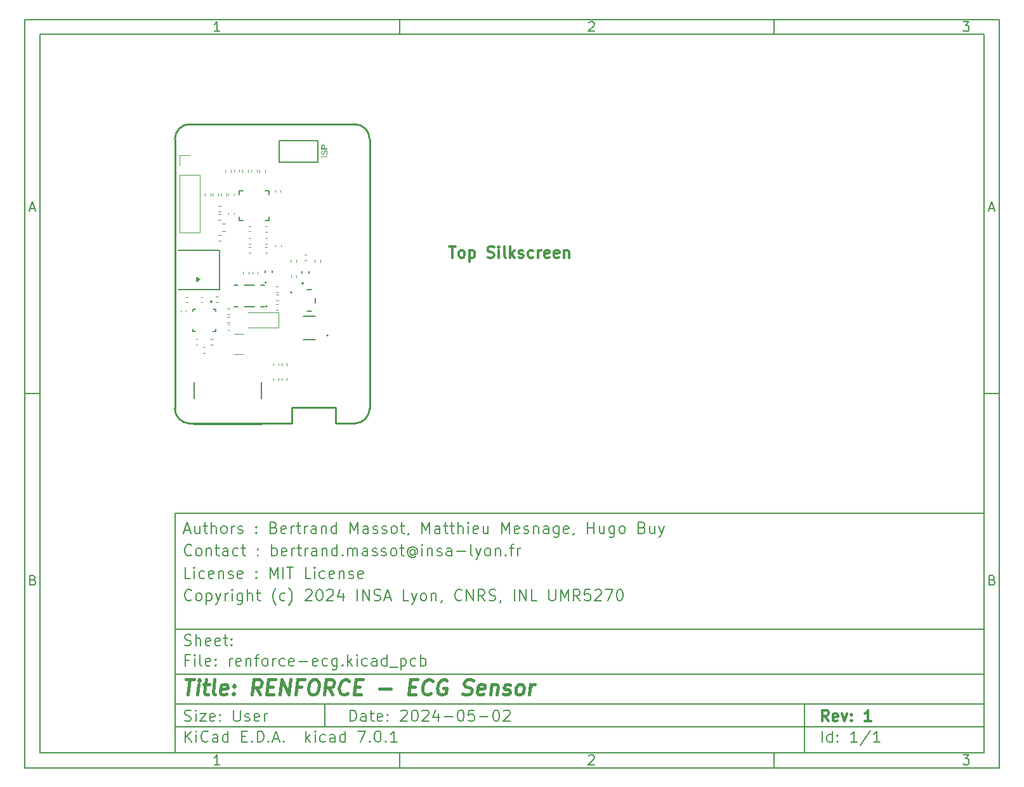
<source format=gbr>
%TF.GenerationSoftware,KiCad,Pcbnew,7.0.1*%
%TF.CreationDate,2024-08-21T14:43:31+02:00*%
%TF.ProjectId,renforce-ecg,72656e66-6f72-4636-952d-6563672e6b69,1*%
%TF.SameCoordinates,Original*%
%TF.FileFunction,Legend,Top*%
%TF.FilePolarity,Positive*%
%FSLAX46Y46*%
G04 Gerber Fmt 4.6, Leading zero omitted, Abs format (unit mm)*
G04 Created by KiCad (PCBNEW 7.0.1) date 2024-08-21 14:43:31*
%MOMM*%
%LPD*%
G01*
G04 APERTURE LIST*
%ADD10C,0.100000*%
%ADD11C,0.150000*%
%ADD12C,0.300000*%
%ADD13C,0.400000*%
%ADD14C,0.127000*%
%ADD15C,0.200000*%
%ADD16C,0.120000*%
%ADD17C,0.152400*%
%TA.AperFunction,Profile*%
%ADD18C,0.254000*%
%TD*%
G04 APERTURE END LIST*
D10*
D11*
X30012400Y-75989600D02*
X138012400Y-75989600D01*
X138012400Y-107989600D01*
X30012400Y-107989600D01*
X30012400Y-75989600D01*
D10*
D11*
X10000000Y-10000000D02*
X140012400Y-10000000D01*
X140012400Y-109989600D01*
X10000000Y-109989600D01*
X10000000Y-10000000D01*
D10*
D11*
X12000000Y-12000000D02*
X138012400Y-12000000D01*
X138012400Y-107989600D01*
X12000000Y-107989600D01*
X12000000Y-12000000D01*
D10*
D11*
X60000000Y-12000000D02*
X60000000Y-10000000D01*
D10*
D11*
X110000000Y-12000000D02*
X110000000Y-10000000D01*
D10*
D11*
X35990476Y-11601404D02*
X35247619Y-11601404D01*
X35619047Y-11601404D02*
X35619047Y-10301404D01*
X35619047Y-10301404D02*
X35495238Y-10487119D01*
X35495238Y-10487119D02*
X35371428Y-10610928D01*
X35371428Y-10610928D02*
X35247619Y-10672833D01*
D10*
D11*
X85247619Y-10425214D02*
X85309523Y-10363309D01*
X85309523Y-10363309D02*
X85433333Y-10301404D01*
X85433333Y-10301404D02*
X85742857Y-10301404D01*
X85742857Y-10301404D02*
X85866666Y-10363309D01*
X85866666Y-10363309D02*
X85928571Y-10425214D01*
X85928571Y-10425214D02*
X85990476Y-10549023D01*
X85990476Y-10549023D02*
X85990476Y-10672833D01*
X85990476Y-10672833D02*
X85928571Y-10858547D01*
X85928571Y-10858547D02*
X85185714Y-11601404D01*
X85185714Y-11601404D02*
X85990476Y-11601404D01*
D10*
D11*
X135185714Y-10301404D02*
X135990476Y-10301404D01*
X135990476Y-10301404D02*
X135557142Y-10796642D01*
X135557142Y-10796642D02*
X135742857Y-10796642D01*
X135742857Y-10796642D02*
X135866666Y-10858547D01*
X135866666Y-10858547D02*
X135928571Y-10920452D01*
X135928571Y-10920452D02*
X135990476Y-11044261D01*
X135990476Y-11044261D02*
X135990476Y-11353785D01*
X135990476Y-11353785D02*
X135928571Y-11477595D01*
X135928571Y-11477595D02*
X135866666Y-11539500D01*
X135866666Y-11539500D02*
X135742857Y-11601404D01*
X135742857Y-11601404D02*
X135371428Y-11601404D01*
X135371428Y-11601404D02*
X135247619Y-11539500D01*
X135247619Y-11539500D02*
X135185714Y-11477595D01*
D10*
D11*
X60000000Y-107989600D02*
X60000000Y-109989600D01*
D10*
D11*
X110000000Y-107989600D02*
X110000000Y-109989600D01*
D10*
D11*
X35990476Y-109591004D02*
X35247619Y-109591004D01*
X35619047Y-109591004D02*
X35619047Y-108291004D01*
X35619047Y-108291004D02*
X35495238Y-108476719D01*
X35495238Y-108476719D02*
X35371428Y-108600528D01*
X35371428Y-108600528D02*
X35247619Y-108662433D01*
D10*
D11*
X85247619Y-108414814D02*
X85309523Y-108352909D01*
X85309523Y-108352909D02*
X85433333Y-108291004D01*
X85433333Y-108291004D02*
X85742857Y-108291004D01*
X85742857Y-108291004D02*
X85866666Y-108352909D01*
X85866666Y-108352909D02*
X85928571Y-108414814D01*
X85928571Y-108414814D02*
X85990476Y-108538623D01*
X85990476Y-108538623D02*
X85990476Y-108662433D01*
X85990476Y-108662433D02*
X85928571Y-108848147D01*
X85928571Y-108848147D02*
X85185714Y-109591004D01*
X85185714Y-109591004D02*
X85990476Y-109591004D01*
D10*
D11*
X135185714Y-108291004D02*
X135990476Y-108291004D01*
X135990476Y-108291004D02*
X135557142Y-108786242D01*
X135557142Y-108786242D02*
X135742857Y-108786242D01*
X135742857Y-108786242D02*
X135866666Y-108848147D01*
X135866666Y-108848147D02*
X135928571Y-108910052D01*
X135928571Y-108910052D02*
X135990476Y-109033861D01*
X135990476Y-109033861D02*
X135990476Y-109343385D01*
X135990476Y-109343385D02*
X135928571Y-109467195D01*
X135928571Y-109467195D02*
X135866666Y-109529100D01*
X135866666Y-109529100D02*
X135742857Y-109591004D01*
X135742857Y-109591004D02*
X135371428Y-109591004D01*
X135371428Y-109591004D02*
X135247619Y-109529100D01*
X135247619Y-109529100D02*
X135185714Y-109467195D01*
D10*
D11*
X10000000Y-60000000D02*
X12000000Y-60000000D01*
D10*
D11*
X10690476Y-35229976D02*
X11309523Y-35229976D01*
X10566666Y-35601404D02*
X10999999Y-34301404D01*
X10999999Y-34301404D02*
X11433333Y-35601404D01*
D10*
D11*
X11092857Y-84920452D02*
X11278571Y-84982357D01*
X11278571Y-84982357D02*
X11340476Y-85044261D01*
X11340476Y-85044261D02*
X11402380Y-85168071D01*
X11402380Y-85168071D02*
X11402380Y-85353785D01*
X11402380Y-85353785D02*
X11340476Y-85477595D01*
X11340476Y-85477595D02*
X11278571Y-85539500D01*
X11278571Y-85539500D02*
X11154761Y-85601404D01*
X11154761Y-85601404D02*
X10659523Y-85601404D01*
X10659523Y-85601404D02*
X10659523Y-84301404D01*
X10659523Y-84301404D02*
X11092857Y-84301404D01*
X11092857Y-84301404D02*
X11216666Y-84363309D01*
X11216666Y-84363309D02*
X11278571Y-84425214D01*
X11278571Y-84425214D02*
X11340476Y-84549023D01*
X11340476Y-84549023D02*
X11340476Y-84672833D01*
X11340476Y-84672833D02*
X11278571Y-84796642D01*
X11278571Y-84796642D02*
X11216666Y-84858547D01*
X11216666Y-84858547D02*
X11092857Y-84920452D01*
X11092857Y-84920452D02*
X10659523Y-84920452D01*
D10*
D11*
X140012400Y-60000000D02*
X138012400Y-60000000D01*
D10*
D11*
X138702876Y-35229976D02*
X139321923Y-35229976D01*
X138579066Y-35601404D02*
X139012399Y-34301404D01*
X139012399Y-34301404D02*
X139445733Y-35601404D01*
D10*
D11*
X139105257Y-84920452D02*
X139290971Y-84982357D01*
X139290971Y-84982357D02*
X139352876Y-85044261D01*
X139352876Y-85044261D02*
X139414780Y-85168071D01*
X139414780Y-85168071D02*
X139414780Y-85353785D01*
X139414780Y-85353785D02*
X139352876Y-85477595D01*
X139352876Y-85477595D02*
X139290971Y-85539500D01*
X139290971Y-85539500D02*
X139167161Y-85601404D01*
X139167161Y-85601404D02*
X138671923Y-85601404D01*
X138671923Y-85601404D02*
X138671923Y-84301404D01*
X138671923Y-84301404D02*
X139105257Y-84301404D01*
X139105257Y-84301404D02*
X139229066Y-84363309D01*
X139229066Y-84363309D02*
X139290971Y-84425214D01*
X139290971Y-84425214D02*
X139352876Y-84549023D01*
X139352876Y-84549023D02*
X139352876Y-84672833D01*
X139352876Y-84672833D02*
X139290971Y-84796642D01*
X139290971Y-84796642D02*
X139229066Y-84858547D01*
X139229066Y-84858547D02*
X139105257Y-84920452D01*
X139105257Y-84920452D02*
X138671923Y-84920452D01*
D10*
D11*
X53369542Y-103783528D02*
X53369542Y-102283528D01*
X53369542Y-102283528D02*
X53726685Y-102283528D01*
X53726685Y-102283528D02*
X53940971Y-102354957D01*
X53940971Y-102354957D02*
X54083828Y-102497814D01*
X54083828Y-102497814D02*
X54155257Y-102640671D01*
X54155257Y-102640671D02*
X54226685Y-102926385D01*
X54226685Y-102926385D02*
X54226685Y-103140671D01*
X54226685Y-103140671D02*
X54155257Y-103426385D01*
X54155257Y-103426385D02*
X54083828Y-103569242D01*
X54083828Y-103569242D02*
X53940971Y-103712100D01*
X53940971Y-103712100D02*
X53726685Y-103783528D01*
X53726685Y-103783528D02*
X53369542Y-103783528D01*
X55512400Y-103783528D02*
X55512400Y-102997814D01*
X55512400Y-102997814D02*
X55440971Y-102854957D01*
X55440971Y-102854957D02*
X55298114Y-102783528D01*
X55298114Y-102783528D02*
X55012400Y-102783528D01*
X55012400Y-102783528D02*
X54869542Y-102854957D01*
X55512400Y-103712100D02*
X55369542Y-103783528D01*
X55369542Y-103783528D02*
X55012400Y-103783528D01*
X55012400Y-103783528D02*
X54869542Y-103712100D01*
X54869542Y-103712100D02*
X54798114Y-103569242D01*
X54798114Y-103569242D02*
X54798114Y-103426385D01*
X54798114Y-103426385D02*
X54869542Y-103283528D01*
X54869542Y-103283528D02*
X55012400Y-103212100D01*
X55012400Y-103212100D02*
X55369542Y-103212100D01*
X55369542Y-103212100D02*
X55512400Y-103140671D01*
X56012400Y-102783528D02*
X56583828Y-102783528D01*
X56226685Y-102283528D02*
X56226685Y-103569242D01*
X56226685Y-103569242D02*
X56298114Y-103712100D01*
X56298114Y-103712100D02*
X56440971Y-103783528D01*
X56440971Y-103783528D02*
X56583828Y-103783528D01*
X57655257Y-103712100D02*
X57512400Y-103783528D01*
X57512400Y-103783528D02*
X57226686Y-103783528D01*
X57226686Y-103783528D02*
X57083828Y-103712100D01*
X57083828Y-103712100D02*
X57012400Y-103569242D01*
X57012400Y-103569242D02*
X57012400Y-102997814D01*
X57012400Y-102997814D02*
X57083828Y-102854957D01*
X57083828Y-102854957D02*
X57226686Y-102783528D01*
X57226686Y-102783528D02*
X57512400Y-102783528D01*
X57512400Y-102783528D02*
X57655257Y-102854957D01*
X57655257Y-102854957D02*
X57726686Y-102997814D01*
X57726686Y-102997814D02*
X57726686Y-103140671D01*
X57726686Y-103140671D02*
X57012400Y-103283528D01*
X58369542Y-103640671D02*
X58440971Y-103712100D01*
X58440971Y-103712100D02*
X58369542Y-103783528D01*
X58369542Y-103783528D02*
X58298114Y-103712100D01*
X58298114Y-103712100D02*
X58369542Y-103640671D01*
X58369542Y-103640671D02*
X58369542Y-103783528D01*
X58369542Y-102854957D02*
X58440971Y-102926385D01*
X58440971Y-102926385D02*
X58369542Y-102997814D01*
X58369542Y-102997814D02*
X58298114Y-102926385D01*
X58298114Y-102926385D02*
X58369542Y-102854957D01*
X58369542Y-102854957D02*
X58369542Y-102997814D01*
X60155257Y-102426385D02*
X60226685Y-102354957D01*
X60226685Y-102354957D02*
X60369543Y-102283528D01*
X60369543Y-102283528D02*
X60726685Y-102283528D01*
X60726685Y-102283528D02*
X60869543Y-102354957D01*
X60869543Y-102354957D02*
X60940971Y-102426385D01*
X60940971Y-102426385D02*
X61012400Y-102569242D01*
X61012400Y-102569242D02*
X61012400Y-102712100D01*
X61012400Y-102712100D02*
X60940971Y-102926385D01*
X60940971Y-102926385D02*
X60083828Y-103783528D01*
X60083828Y-103783528D02*
X61012400Y-103783528D01*
X61940971Y-102283528D02*
X62083828Y-102283528D01*
X62083828Y-102283528D02*
X62226685Y-102354957D01*
X62226685Y-102354957D02*
X62298114Y-102426385D01*
X62298114Y-102426385D02*
X62369542Y-102569242D01*
X62369542Y-102569242D02*
X62440971Y-102854957D01*
X62440971Y-102854957D02*
X62440971Y-103212100D01*
X62440971Y-103212100D02*
X62369542Y-103497814D01*
X62369542Y-103497814D02*
X62298114Y-103640671D01*
X62298114Y-103640671D02*
X62226685Y-103712100D01*
X62226685Y-103712100D02*
X62083828Y-103783528D01*
X62083828Y-103783528D02*
X61940971Y-103783528D01*
X61940971Y-103783528D02*
X61798114Y-103712100D01*
X61798114Y-103712100D02*
X61726685Y-103640671D01*
X61726685Y-103640671D02*
X61655256Y-103497814D01*
X61655256Y-103497814D02*
X61583828Y-103212100D01*
X61583828Y-103212100D02*
X61583828Y-102854957D01*
X61583828Y-102854957D02*
X61655256Y-102569242D01*
X61655256Y-102569242D02*
X61726685Y-102426385D01*
X61726685Y-102426385D02*
X61798114Y-102354957D01*
X61798114Y-102354957D02*
X61940971Y-102283528D01*
X63012399Y-102426385D02*
X63083827Y-102354957D01*
X63083827Y-102354957D02*
X63226685Y-102283528D01*
X63226685Y-102283528D02*
X63583827Y-102283528D01*
X63583827Y-102283528D02*
X63726685Y-102354957D01*
X63726685Y-102354957D02*
X63798113Y-102426385D01*
X63798113Y-102426385D02*
X63869542Y-102569242D01*
X63869542Y-102569242D02*
X63869542Y-102712100D01*
X63869542Y-102712100D02*
X63798113Y-102926385D01*
X63798113Y-102926385D02*
X62940970Y-103783528D01*
X62940970Y-103783528D02*
X63869542Y-103783528D01*
X65155256Y-102783528D02*
X65155256Y-103783528D01*
X64798113Y-102212100D02*
X64440970Y-103283528D01*
X64440970Y-103283528D02*
X65369541Y-103283528D01*
X65940969Y-103212100D02*
X67083827Y-103212100D01*
X68083827Y-102283528D02*
X68226684Y-102283528D01*
X68226684Y-102283528D02*
X68369541Y-102354957D01*
X68369541Y-102354957D02*
X68440970Y-102426385D01*
X68440970Y-102426385D02*
X68512398Y-102569242D01*
X68512398Y-102569242D02*
X68583827Y-102854957D01*
X68583827Y-102854957D02*
X68583827Y-103212100D01*
X68583827Y-103212100D02*
X68512398Y-103497814D01*
X68512398Y-103497814D02*
X68440970Y-103640671D01*
X68440970Y-103640671D02*
X68369541Y-103712100D01*
X68369541Y-103712100D02*
X68226684Y-103783528D01*
X68226684Y-103783528D02*
X68083827Y-103783528D01*
X68083827Y-103783528D02*
X67940970Y-103712100D01*
X67940970Y-103712100D02*
X67869541Y-103640671D01*
X67869541Y-103640671D02*
X67798112Y-103497814D01*
X67798112Y-103497814D02*
X67726684Y-103212100D01*
X67726684Y-103212100D02*
X67726684Y-102854957D01*
X67726684Y-102854957D02*
X67798112Y-102569242D01*
X67798112Y-102569242D02*
X67869541Y-102426385D01*
X67869541Y-102426385D02*
X67940970Y-102354957D01*
X67940970Y-102354957D02*
X68083827Y-102283528D01*
X69940969Y-102283528D02*
X69226683Y-102283528D01*
X69226683Y-102283528D02*
X69155255Y-102997814D01*
X69155255Y-102997814D02*
X69226683Y-102926385D01*
X69226683Y-102926385D02*
X69369541Y-102854957D01*
X69369541Y-102854957D02*
X69726683Y-102854957D01*
X69726683Y-102854957D02*
X69869541Y-102926385D01*
X69869541Y-102926385D02*
X69940969Y-102997814D01*
X69940969Y-102997814D02*
X70012398Y-103140671D01*
X70012398Y-103140671D02*
X70012398Y-103497814D01*
X70012398Y-103497814D02*
X69940969Y-103640671D01*
X69940969Y-103640671D02*
X69869541Y-103712100D01*
X69869541Y-103712100D02*
X69726683Y-103783528D01*
X69726683Y-103783528D02*
X69369541Y-103783528D01*
X69369541Y-103783528D02*
X69226683Y-103712100D01*
X69226683Y-103712100D02*
X69155255Y-103640671D01*
X70655254Y-103212100D02*
X71798112Y-103212100D01*
X72798112Y-102283528D02*
X72940969Y-102283528D01*
X72940969Y-102283528D02*
X73083826Y-102354957D01*
X73083826Y-102354957D02*
X73155255Y-102426385D01*
X73155255Y-102426385D02*
X73226683Y-102569242D01*
X73226683Y-102569242D02*
X73298112Y-102854957D01*
X73298112Y-102854957D02*
X73298112Y-103212100D01*
X73298112Y-103212100D02*
X73226683Y-103497814D01*
X73226683Y-103497814D02*
X73155255Y-103640671D01*
X73155255Y-103640671D02*
X73083826Y-103712100D01*
X73083826Y-103712100D02*
X72940969Y-103783528D01*
X72940969Y-103783528D02*
X72798112Y-103783528D01*
X72798112Y-103783528D02*
X72655255Y-103712100D01*
X72655255Y-103712100D02*
X72583826Y-103640671D01*
X72583826Y-103640671D02*
X72512397Y-103497814D01*
X72512397Y-103497814D02*
X72440969Y-103212100D01*
X72440969Y-103212100D02*
X72440969Y-102854957D01*
X72440969Y-102854957D02*
X72512397Y-102569242D01*
X72512397Y-102569242D02*
X72583826Y-102426385D01*
X72583826Y-102426385D02*
X72655255Y-102354957D01*
X72655255Y-102354957D02*
X72798112Y-102283528D01*
X73869540Y-102426385D02*
X73940968Y-102354957D01*
X73940968Y-102354957D02*
X74083826Y-102283528D01*
X74083826Y-102283528D02*
X74440968Y-102283528D01*
X74440968Y-102283528D02*
X74583826Y-102354957D01*
X74583826Y-102354957D02*
X74655254Y-102426385D01*
X74655254Y-102426385D02*
X74726683Y-102569242D01*
X74726683Y-102569242D02*
X74726683Y-102712100D01*
X74726683Y-102712100D02*
X74655254Y-102926385D01*
X74655254Y-102926385D02*
X73798111Y-103783528D01*
X73798111Y-103783528D02*
X74726683Y-103783528D01*
D10*
D11*
X30012400Y-104489600D02*
X138012400Y-104489600D01*
D10*
D11*
X31369542Y-106583528D02*
X31369542Y-105083528D01*
X32226685Y-106583528D02*
X31583828Y-105726385D01*
X32226685Y-105083528D02*
X31369542Y-105940671D01*
X32869542Y-106583528D02*
X32869542Y-105583528D01*
X32869542Y-105083528D02*
X32798114Y-105154957D01*
X32798114Y-105154957D02*
X32869542Y-105226385D01*
X32869542Y-105226385D02*
X32940971Y-105154957D01*
X32940971Y-105154957D02*
X32869542Y-105083528D01*
X32869542Y-105083528D02*
X32869542Y-105226385D01*
X34440971Y-106440671D02*
X34369543Y-106512100D01*
X34369543Y-106512100D02*
X34155257Y-106583528D01*
X34155257Y-106583528D02*
X34012400Y-106583528D01*
X34012400Y-106583528D02*
X33798114Y-106512100D01*
X33798114Y-106512100D02*
X33655257Y-106369242D01*
X33655257Y-106369242D02*
X33583828Y-106226385D01*
X33583828Y-106226385D02*
X33512400Y-105940671D01*
X33512400Y-105940671D02*
X33512400Y-105726385D01*
X33512400Y-105726385D02*
X33583828Y-105440671D01*
X33583828Y-105440671D02*
X33655257Y-105297814D01*
X33655257Y-105297814D02*
X33798114Y-105154957D01*
X33798114Y-105154957D02*
X34012400Y-105083528D01*
X34012400Y-105083528D02*
X34155257Y-105083528D01*
X34155257Y-105083528D02*
X34369543Y-105154957D01*
X34369543Y-105154957D02*
X34440971Y-105226385D01*
X35726686Y-106583528D02*
X35726686Y-105797814D01*
X35726686Y-105797814D02*
X35655257Y-105654957D01*
X35655257Y-105654957D02*
X35512400Y-105583528D01*
X35512400Y-105583528D02*
X35226686Y-105583528D01*
X35226686Y-105583528D02*
X35083828Y-105654957D01*
X35726686Y-106512100D02*
X35583828Y-106583528D01*
X35583828Y-106583528D02*
X35226686Y-106583528D01*
X35226686Y-106583528D02*
X35083828Y-106512100D01*
X35083828Y-106512100D02*
X35012400Y-106369242D01*
X35012400Y-106369242D02*
X35012400Y-106226385D01*
X35012400Y-106226385D02*
X35083828Y-106083528D01*
X35083828Y-106083528D02*
X35226686Y-106012100D01*
X35226686Y-106012100D02*
X35583828Y-106012100D01*
X35583828Y-106012100D02*
X35726686Y-105940671D01*
X37083829Y-106583528D02*
X37083829Y-105083528D01*
X37083829Y-106512100D02*
X36940971Y-106583528D01*
X36940971Y-106583528D02*
X36655257Y-106583528D01*
X36655257Y-106583528D02*
X36512400Y-106512100D01*
X36512400Y-106512100D02*
X36440971Y-106440671D01*
X36440971Y-106440671D02*
X36369543Y-106297814D01*
X36369543Y-106297814D02*
X36369543Y-105869242D01*
X36369543Y-105869242D02*
X36440971Y-105726385D01*
X36440971Y-105726385D02*
X36512400Y-105654957D01*
X36512400Y-105654957D02*
X36655257Y-105583528D01*
X36655257Y-105583528D02*
X36940971Y-105583528D01*
X36940971Y-105583528D02*
X37083829Y-105654957D01*
X38940971Y-105797814D02*
X39440971Y-105797814D01*
X39655257Y-106583528D02*
X38940971Y-106583528D01*
X38940971Y-106583528D02*
X38940971Y-105083528D01*
X38940971Y-105083528D02*
X39655257Y-105083528D01*
X40298114Y-106440671D02*
X40369543Y-106512100D01*
X40369543Y-106512100D02*
X40298114Y-106583528D01*
X40298114Y-106583528D02*
X40226686Y-106512100D01*
X40226686Y-106512100D02*
X40298114Y-106440671D01*
X40298114Y-106440671D02*
X40298114Y-106583528D01*
X41012400Y-106583528D02*
X41012400Y-105083528D01*
X41012400Y-105083528D02*
X41369543Y-105083528D01*
X41369543Y-105083528D02*
X41583829Y-105154957D01*
X41583829Y-105154957D02*
X41726686Y-105297814D01*
X41726686Y-105297814D02*
X41798115Y-105440671D01*
X41798115Y-105440671D02*
X41869543Y-105726385D01*
X41869543Y-105726385D02*
X41869543Y-105940671D01*
X41869543Y-105940671D02*
X41798115Y-106226385D01*
X41798115Y-106226385D02*
X41726686Y-106369242D01*
X41726686Y-106369242D02*
X41583829Y-106512100D01*
X41583829Y-106512100D02*
X41369543Y-106583528D01*
X41369543Y-106583528D02*
X41012400Y-106583528D01*
X42512400Y-106440671D02*
X42583829Y-106512100D01*
X42583829Y-106512100D02*
X42512400Y-106583528D01*
X42512400Y-106583528D02*
X42440972Y-106512100D01*
X42440972Y-106512100D02*
X42512400Y-106440671D01*
X42512400Y-106440671D02*
X42512400Y-106583528D01*
X43155258Y-106154957D02*
X43869544Y-106154957D01*
X43012401Y-106583528D02*
X43512401Y-105083528D01*
X43512401Y-105083528D02*
X44012401Y-106583528D01*
X44512400Y-106440671D02*
X44583829Y-106512100D01*
X44583829Y-106512100D02*
X44512400Y-106583528D01*
X44512400Y-106583528D02*
X44440972Y-106512100D01*
X44440972Y-106512100D02*
X44512400Y-106440671D01*
X44512400Y-106440671D02*
X44512400Y-106583528D01*
X47512400Y-106583528D02*
X47512400Y-105083528D01*
X47655258Y-106012100D02*
X48083829Y-106583528D01*
X48083829Y-105583528D02*
X47512400Y-106154957D01*
X48726686Y-106583528D02*
X48726686Y-105583528D01*
X48726686Y-105083528D02*
X48655258Y-105154957D01*
X48655258Y-105154957D02*
X48726686Y-105226385D01*
X48726686Y-105226385D02*
X48798115Y-105154957D01*
X48798115Y-105154957D02*
X48726686Y-105083528D01*
X48726686Y-105083528D02*
X48726686Y-105226385D01*
X50083830Y-106512100D02*
X49940972Y-106583528D01*
X49940972Y-106583528D02*
X49655258Y-106583528D01*
X49655258Y-106583528D02*
X49512401Y-106512100D01*
X49512401Y-106512100D02*
X49440972Y-106440671D01*
X49440972Y-106440671D02*
X49369544Y-106297814D01*
X49369544Y-106297814D02*
X49369544Y-105869242D01*
X49369544Y-105869242D02*
X49440972Y-105726385D01*
X49440972Y-105726385D02*
X49512401Y-105654957D01*
X49512401Y-105654957D02*
X49655258Y-105583528D01*
X49655258Y-105583528D02*
X49940972Y-105583528D01*
X49940972Y-105583528D02*
X50083830Y-105654957D01*
X51369544Y-106583528D02*
X51369544Y-105797814D01*
X51369544Y-105797814D02*
X51298115Y-105654957D01*
X51298115Y-105654957D02*
X51155258Y-105583528D01*
X51155258Y-105583528D02*
X50869544Y-105583528D01*
X50869544Y-105583528D02*
X50726686Y-105654957D01*
X51369544Y-106512100D02*
X51226686Y-106583528D01*
X51226686Y-106583528D02*
X50869544Y-106583528D01*
X50869544Y-106583528D02*
X50726686Y-106512100D01*
X50726686Y-106512100D02*
X50655258Y-106369242D01*
X50655258Y-106369242D02*
X50655258Y-106226385D01*
X50655258Y-106226385D02*
X50726686Y-106083528D01*
X50726686Y-106083528D02*
X50869544Y-106012100D01*
X50869544Y-106012100D02*
X51226686Y-106012100D01*
X51226686Y-106012100D02*
X51369544Y-105940671D01*
X52726687Y-106583528D02*
X52726687Y-105083528D01*
X52726687Y-106512100D02*
X52583829Y-106583528D01*
X52583829Y-106583528D02*
X52298115Y-106583528D01*
X52298115Y-106583528D02*
X52155258Y-106512100D01*
X52155258Y-106512100D02*
X52083829Y-106440671D01*
X52083829Y-106440671D02*
X52012401Y-106297814D01*
X52012401Y-106297814D02*
X52012401Y-105869242D01*
X52012401Y-105869242D02*
X52083829Y-105726385D01*
X52083829Y-105726385D02*
X52155258Y-105654957D01*
X52155258Y-105654957D02*
X52298115Y-105583528D01*
X52298115Y-105583528D02*
X52583829Y-105583528D01*
X52583829Y-105583528D02*
X52726687Y-105654957D01*
X54440972Y-105083528D02*
X55440972Y-105083528D01*
X55440972Y-105083528D02*
X54798115Y-106583528D01*
X56012400Y-106440671D02*
X56083829Y-106512100D01*
X56083829Y-106512100D02*
X56012400Y-106583528D01*
X56012400Y-106583528D02*
X55940972Y-106512100D01*
X55940972Y-106512100D02*
X56012400Y-106440671D01*
X56012400Y-106440671D02*
X56012400Y-106583528D01*
X57012401Y-105083528D02*
X57155258Y-105083528D01*
X57155258Y-105083528D02*
X57298115Y-105154957D01*
X57298115Y-105154957D02*
X57369544Y-105226385D01*
X57369544Y-105226385D02*
X57440972Y-105369242D01*
X57440972Y-105369242D02*
X57512401Y-105654957D01*
X57512401Y-105654957D02*
X57512401Y-106012100D01*
X57512401Y-106012100D02*
X57440972Y-106297814D01*
X57440972Y-106297814D02*
X57369544Y-106440671D01*
X57369544Y-106440671D02*
X57298115Y-106512100D01*
X57298115Y-106512100D02*
X57155258Y-106583528D01*
X57155258Y-106583528D02*
X57012401Y-106583528D01*
X57012401Y-106583528D02*
X56869544Y-106512100D01*
X56869544Y-106512100D02*
X56798115Y-106440671D01*
X56798115Y-106440671D02*
X56726686Y-106297814D01*
X56726686Y-106297814D02*
X56655258Y-106012100D01*
X56655258Y-106012100D02*
X56655258Y-105654957D01*
X56655258Y-105654957D02*
X56726686Y-105369242D01*
X56726686Y-105369242D02*
X56798115Y-105226385D01*
X56798115Y-105226385D02*
X56869544Y-105154957D01*
X56869544Y-105154957D02*
X57012401Y-105083528D01*
X58155257Y-106440671D02*
X58226686Y-106512100D01*
X58226686Y-106512100D02*
X58155257Y-106583528D01*
X58155257Y-106583528D02*
X58083829Y-106512100D01*
X58083829Y-106512100D02*
X58155257Y-106440671D01*
X58155257Y-106440671D02*
X58155257Y-106583528D01*
X59655258Y-106583528D02*
X58798115Y-106583528D01*
X59226686Y-106583528D02*
X59226686Y-105083528D01*
X59226686Y-105083528D02*
X59083829Y-105297814D01*
X59083829Y-105297814D02*
X58940972Y-105440671D01*
X58940972Y-105440671D02*
X58798115Y-105512100D01*
D10*
D11*
X30012400Y-101489600D02*
X138012400Y-101489600D01*
D10*
D12*
X117226685Y-103783528D02*
X116726685Y-103069242D01*
X116369542Y-103783528D02*
X116369542Y-102283528D01*
X116369542Y-102283528D02*
X116940971Y-102283528D01*
X116940971Y-102283528D02*
X117083828Y-102354957D01*
X117083828Y-102354957D02*
X117155257Y-102426385D01*
X117155257Y-102426385D02*
X117226685Y-102569242D01*
X117226685Y-102569242D02*
X117226685Y-102783528D01*
X117226685Y-102783528D02*
X117155257Y-102926385D01*
X117155257Y-102926385D02*
X117083828Y-102997814D01*
X117083828Y-102997814D02*
X116940971Y-103069242D01*
X116940971Y-103069242D02*
X116369542Y-103069242D01*
X118440971Y-103712100D02*
X118298114Y-103783528D01*
X118298114Y-103783528D02*
X118012400Y-103783528D01*
X118012400Y-103783528D02*
X117869542Y-103712100D01*
X117869542Y-103712100D02*
X117798114Y-103569242D01*
X117798114Y-103569242D02*
X117798114Y-102997814D01*
X117798114Y-102997814D02*
X117869542Y-102854957D01*
X117869542Y-102854957D02*
X118012400Y-102783528D01*
X118012400Y-102783528D02*
X118298114Y-102783528D01*
X118298114Y-102783528D02*
X118440971Y-102854957D01*
X118440971Y-102854957D02*
X118512400Y-102997814D01*
X118512400Y-102997814D02*
X118512400Y-103140671D01*
X118512400Y-103140671D02*
X117798114Y-103283528D01*
X119012399Y-102783528D02*
X119369542Y-103783528D01*
X119369542Y-103783528D02*
X119726685Y-102783528D01*
X120298113Y-103640671D02*
X120369542Y-103712100D01*
X120369542Y-103712100D02*
X120298113Y-103783528D01*
X120298113Y-103783528D02*
X120226685Y-103712100D01*
X120226685Y-103712100D02*
X120298113Y-103640671D01*
X120298113Y-103640671D02*
X120298113Y-103783528D01*
X120298113Y-102854957D02*
X120369542Y-102926385D01*
X120369542Y-102926385D02*
X120298113Y-102997814D01*
X120298113Y-102997814D02*
X120226685Y-102926385D01*
X120226685Y-102926385D02*
X120298113Y-102854957D01*
X120298113Y-102854957D02*
X120298113Y-102997814D01*
X122940971Y-103783528D02*
X122083828Y-103783528D01*
X122512399Y-103783528D02*
X122512399Y-102283528D01*
X122512399Y-102283528D02*
X122369542Y-102497814D01*
X122369542Y-102497814D02*
X122226685Y-102640671D01*
X122226685Y-102640671D02*
X122083828Y-102712100D01*
D10*
D11*
X31298114Y-103712100D02*
X31512400Y-103783528D01*
X31512400Y-103783528D02*
X31869542Y-103783528D01*
X31869542Y-103783528D02*
X32012400Y-103712100D01*
X32012400Y-103712100D02*
X32083828Y-103640671D01*
X32083828Y-103640671D02*
X32155257Y-103497814D01*
X32155257Y-103497814D02*
X32155257Y-103354957D01*
X32155257Y-103354957D02*
X32083828Y-103212100D01*
X32083828Y-103212100D02*
X32012400Y-103140671D01*
X32012400Y-103140671D02*
X31869542Y-103069242D01*
X31869542Y-103069242D02*
X31583828Y-102997814D01*
X31583828Y-102997814D02*
X31440971Y-102926385D01*
X31440971Y-102926385D02*
X31369542Y-102854957D01*
X31369542Y-102854957D02*
X31298114Y-102712100D01*
X31298114Y-102712100D02*
X31298114Y-102569242D01*
X31298114Y-102569242D02*
X31369542Y-102426385D01*
X31369542Y-102426385D02*
X31440971Y-102354957D01*
X31440971Y-102354957D02*
X31583828Y-102283528D01*
X31583828Y-102283528D02*
X31940971Y-102283528D01*
X31940971Y-102283528D02*
X32155257Y-102354957D01*
X32798113Y-103783528D02*
X32798113Y-102783528D01*
X32798113Y-102283528D02*
X32726685Y-102354957D01*
X32726685Y-102354957D02*
X32798113Y-102426385D01*
X32798113Y-102426385D02*
X32869542Y-102354957D01*
X32869542Y-102354957D02*
X32798113Y-102283528D01*
X32798113Y-102283528D02*
X32798113Y-102426385D01*
X33369542Y-102783528D02*
X34155257Y-102783528D01*
X34155257Y-102783528D02*
X33369542Y-103783528D01*
X33369542Y-103783528D02*
X34155257Y-103783528D01*
X35298114Y-103712100D02*
X35155257Y-103783528D01*
X35155257Y-103783528D02*
X34869543Y-103783528D01*
X34869543Y-103783528D02*
X34726685Y-103712100D01*
X34726685Y-103712100D02*
X34655257Y-103569242D01*
X34655257Y-103569242D02*
X34655257Y-102997814D01*
X34655257Y-102997814D02*
X34726685Y-102854957D01*
X34726685Y-102854957D02*
X34869543Y-102783528D01*
X34869543Y-102783528D02*
X35155257Y-102783528D01*
X35155257Y-102783528D02*
X35298114Y-102854957D01*
X35298114Y-102854957D02*
X35369543Y-102997814D01*
X35369543Y-102997814D02*
X35369543Y-103140671D01*
X35369543Y-103140671D02*
X34655257Y-103283528D01*
X36012399Y-103640671D02*
X36083828Y-103712100D01*
X36083828Y-103712100D02*
X36012399Y-103783528D01*
X36012399Y-103783528D02*
X35940971Y-103712100D01*
X35940971Y-103712100D02*
X36012399Y-103640671D01*
X36012399Y-103640671D02*
X36012399Y-103783528D01*
X36012399Y-102854957D02*
X36083828Y-102926385D01*
X36083828Y-102926385D02*
X36012399Y-102997814D01*
X36012399Y-102997814D02*
X35940971Y-102926385D01*
X35940971Y-102926385D02*
X36012399Y-102854957D01*
X36012399Y-102854957D02*
X36012399Y-102997814D01*
X37869542Y-102283528D02*
X37869542Y-103497814D01*
X37869542Y-103497814D02*
X37940971Y-103640671D01*
X37940971Y-103640671D02*
X38012400Y-103712100D01*
X38012400Y-103712100D02*
X38155257Y-103783528D01*
X38155257Y-103783528D02*
X38440971Y-103783528D01*
X38440971Y-103783528D02*
X38583828Y-103712100D01*
X38583828Y-103712100D02*
X38655257Y-103640671D01*
X38655257Y-103640671D02*
X38726685Y-103497814D01*
X38726685Y-103497814D02*
X38726685Y-102283528D01*
X39369543Y-103712100D02*
X39512400Y-103783528D01*
X39512400Y-103783528D02*
X39798114Y-103783528D01*
X39798114Y-103783528D02*
X39940971Y-103712100D01*
X39940971Y-103712100D02*
X40012400Y-103569242D01*
X40012400Y-103569242D02*
X40012400Y-103497814D01*
X40012400Y-103497814D02*
X39940971Y-103354957D01*
X39940971Y-103354957D02*
X39798114Y-103283528D01*
X39798114Y-103283528D02*
X39583829Y-103283528D01*
X39583829Y-103283528D02*
X39440971Y-103212100D01*
X39440971Y-103212100D02*
X39369543Y-103069242D01*
X39369543Y-103069242D02*
X39369543Y-102997814D01*
X39369543Y-102997814D02*
X39440971Y-102854957D01*
X39440971Y-102854957D02*
X39583829Y-102783528D01*
X39583829Y-102783528D02*
X39798114Y-102783528D01*
X39798114Y-102783528D02*
X39940971Y-102854957D01*
X41226686Y-103712100D02*
X41083829Y-103783528D01*
X41083829Y-103783528D02*
X40798115Y-103783528D01*
X40798115Y-103783528D02*
X40655257Y-103712100D01*
X40655257Y-103712100D02*
X40583829Y-103569242D01*
X40583829Y-103569242D02*
X40583829Y-102997814D01*
X40583829Y-102997814D02*
X40655257Y-102854957D01*
X40655257Y-102854957D02*
X40798115Y-102783528D01*
X40798115Y-102783528D02*
X41083829Y-102783528D01*
X41083829Y-102783528D02*
X41226686Y-102854957D01*
X41226686Y-102854957D02*
X41298115Y-102997814D01*
X41298115Y-102997814D02*
X41298115Y-103140671D01*
X41298115Y-103140671D02*
X40583829Y-103283528D01*
X41940971Y-103783528D02*
X41940971Y-102783528D01*
X41940971Y-103069242D02*
X42012400Y-102926385D01*
X42012400Y-102926385D02*
X42083829Y-102854957D01*
X42083829Y-102854957D02*
X42226686Y-102783528D01*
X42226686Y-102783528D02*
X42369543Y-102783528D01*
D10*
D11*
X116369542Y-106583528D02*
X116369542Y-105083528D01*
X117726686Y-106583528D02*
X117726686Y-105083528D01*
X117726686Y-106512100D02*
X117583828Y-106583528D01*
X117583828Y-106583528D02*
X117298114Y-106583528D01*
X117298114Y-106583528D02*
X117155257Y-106512100D01*
X117155257Y-106512100D02*
X117083828Y-106440671D01*
X117083828Y-106440671D02*
X117012400Y-106297814D01*
X117012400Y-106297814D02*
X117012400Y-105869242D01*
X117012400Y-105869242D02*
X117083828Y-105726385D01*
X117083828Y-105726385D02*
X117155257Y-105654957D01*
X117155257Y-105654957D02*
X117298114Y-105583528D01*
X117298114Y-105583528D02*
X117583828Y-105583528D01*
X117583828Y-105583528D02*
X117726686Y-105654957D01*
X118440971Y-106440671D02*
X118512400Y-106512100D01*
X118512400Y-106512100D02*
X118440971Y-106583528D01*
X118440971Y-106583528D02*
X118369543Y-106512100D01*
X118369543Y-106512100D02*
X118440971Y-106440671D01*
X118440971Y-106440671D02*
X118440971Y-106583528D01*
X118440971Y-105654957D02*
X118512400Y-105726385D01*
X118512400Y-105726385D02*
X118440971Y-105797814D01*
X118440971Y-105797814D02*
X118369543Y-105726385D01*
X118369543Y-105726385D02*
X118440971Y-105654957D01*
X118440971Y-105654957D02*
X118440971Y-105797814D01*
X121083829Y-106583528D02*
X120226686Y-106583528D01*
X120655257Y-106583528D02*
X120655257Y-105083528D01*
X120655257Y-105083528D02*
X120512400Y-105297814D01*
X120512400Y-105297814D02*
X120369543Y-105440671D01*
X120369543Y-105440671D02*
X120226686Y-105512100D01*
X122798114Y-105012100D02*
X121512400Y-106940671D01*
X124083829Y-106583528D02*
X123226686Y-106583528D01*
X123655257Y-106583528D02*
X123655257Y-105083528D01*
X123655257Y-105083528D02*
X123512400Y-105297814D01*
X123512400Y-105297814D02*
X123369543Y-105440671D01*
X123369543Y-105440671D02*
X123226686Y-105512100D01*
D10*
D11*
X30012400Y-97489600D02*
X138012400Y-97489600D01*
D10*
D13*
X31440971Y-98214838D02*
X32583828Y-98214838D01*
X31762400Y-100214838D02*
X32012400Y-98214838D01*
X32988590Y-100214838D02*
X33155257Y-98881504D01*
X33238590Y-98214838D02*
X33131447Y-98310076D01*
X33131447Y-98310076D02*
X33214781Y-98405314D01*
X33214781Y-98405314D02*
X33321924Y-98310076D01*
X33321924Y-98310076D02*
X33238590Y-98214838D01*
X33238590Y-98214838D02*
X33214781Y-98405314D01*
X33810019Y-98881504D02*
X34571923Y-98881504D01*
X34179066Y-98214838D02*
X33964781Y-99929123D01*
X33964781Y-99929123D02*
X34036209Y-100119600D01*
X34036209Y-100119600D02*
X34214781Y-100214838D01*
X34214781Y-100214838D02*
X34405257Y-100214838D01*
X35345733Y-100214838D02*
X35167161Y-100119600D01*
X35167161Y-100119600D02*
X35095733Y-99929123D01*
X35095733Y-99929123D02*
X35310018Y-98214838D01*
X36869542Y-100119600D02*
X36667161Y-100214838D01*
X36667161Y-100214838D02*
X36286208Y-100214838D01*
X36286208Y-100214838D02*
X36107637Y-100119600D01*
X36107637Y-100119600D02*
X36036208Y-99929123D01*
X36036208Y-99929123D02*
X36131447Y-99167219D01*
X36131447Y-99167219D02*
X36250494Y-98976742D01*
X36250494Y-98976742D02*
X36452875Y-98881504D01*
X36452875Y-98881504D02*
X36833827Y-98881504D01*
X36833827Y-98881504D02*
X37012399Y-98976742D01*
X37012399Y-98976742D02*
X37083827Y-99167219D01*
X37083827Y-99167219D02*
X37060018Y-99357695D01*
X37060018Y-99357695D02*
X36083827Y-99548171D01*
X37821923Y-100024361D02*
X37905256Y-100119600D01*
X37905256Y-100119600D02*
X37798113Y-100214838D01*
X37798113Y-100214838D02*
X37714780Y-100119600D01*
X37714780Y-100119600D02*
X37821923Y-100024361D01*
X37821923Y-100024361D02*
X37798113Y-100214838D01*
X37952875Y-98976742D02*
X38036208Y-99071980D01*
X38036208Y-99071980D02*
X37929066Y-99167219D01*
X37929066Y-99167219D02*
X37845732Y-99071980D01*
X37845732Y-99071980D02*
X37952875Y-98976742D01*
X37952875Y-98976742D02*
X37929066Y-99167219D01*
X41405256Y-100214838D02*
X40857637Y-99262457D01*
X40262399Y-100214838D02*
X40512399Y-98214838D01*
X40512399Y-98214838D02*
X41274304Y-98214838D01*
X41274304Y-98214838D02*
X41452875Y-98310076D01*
X41452875Y-98310076D02*
X41536209Y-98405314D01*
X41536209Y-98405314D02*
X41607637Y-98595790D01*
X41607637Y-98595790D02*
X41571923Y-98881504D01*
X41571923Y-98881504D02*
X41452875Y-99071980D01*
X41452875Y-99071980D02*
X41345733Y-99167219D01*
X41345733Y-99167219D02*
X41143352Y-99262457D01*
X41143352Y-99262457D02*
X40381447Y-99262457D01*
X42381447Y-99167219D02*
X43048113Y-99167219D01*
X43202875Y-100214838D02*
X42250494Y-100214838D01*
X42250494Y-100214838D02*
X42500494Y-98214838D01*
X42500494Y-98214838D02*
X43452875Y-98214838D01*
X44048113Y-100214838D02*
X44298113Y-98214838D01*
X44298113Y-98214838D02*
X45190970Y-100214838D01*
X45190970Y-100214838D02*
X45440970Y-98214838D01*
X46929065Y-99167219D02*
X46262399Y-99167219D01*
X46131446Y-100214838D02*
X46381446Y-98214838D01*
X46381446Y-98214838D02*
X47333827Y-98214838D01*
X48464780Y-98214838D02*
X48845732Y-98214838D01*
X48845732Y-98214838D02*
X49024303Y-98310076D01*
X49024303Y-98310076D02*
X49190970Y-98500552D01*
X49190970Y-98500552D02*
X49238589Y-98881504D01*
X49238589Y-98881504D02*
X49155256Y-99548171D01*
X49155256Y-99548171D02*
X49012399Y-99929123D01*
X49012399Y-99929123D02*
X48798113Y-100119600D01*
X48798113Y-100119600D02*
X48595732Y-100214838D01*
X48595732Y-100214838D02*
X48214780Y-100214838D01*
X48214780Y-100214838D02*
X48036208Y-100119600D01*
X48036208Y-100119600D02*
X47869542Y-99929123D01*
X47869542Y-99929123D02*
X47821922Y-99548171D01*
X47821922Y-99548171D02*
X47905256Y-98881504D01*
X47905256Y-98881504D02*
X48048113Y-98500552D01*
X48048113Y-98500552D02*
X48262399Y-98310076D01*
X48262399Y-98310076D02*
X48464780Y-98214838D01*
X51060017Y-100214838D02*
X50512398Y-99262457D01*
X49917160Y-100214838D02*
X50167160Y-98214838D01*
X50167160Y-98214838D02*
X50929065Y-98214838D01*
X50929065Y-98214838D02*
X51107636Y-98310076D01*
X51107636Y-98310076D02*
X51190970Y-98405314D01*
X51190970Y-98405314D02*
X51262398Y-98595790D01*
X51262398Y-98595790D02*
X51226684Y-98881504D01*
X51226684Y-98881504D02*
X51107636Y-99071980D01*
X51107636Y-99071980D02*
X51000494Y-99167219D01*
X51000494Y-99167219D02*
X50798113Y-99262457D01*
X50798113Y-99262457D02*
X50036208Y-99262457D01*
X53071922Y-100024361D02*
X52964779Y-100119600D01*
X52964779Y-100119600D02*
X52667160Y-100214838D01*
X52667160Y-100214838D02*
X52476684Y-100214838D01*
X52476684Y-100214838D02*
X52202874Y-100119600D01*
X52202874Y-100119600D02*
X52036208Y-99929123D01*
X52036208Y-99929123D02*
X51964779Y-99738647D01*
X51964779Y-99738647D02*
X51917160Y-99357695D01*
X51917160Y-99357695D02*
X51952874Y-99071980D01*
X51952874Y-99071980D02*
X52095731Y-98691028D01*
X52095731Y-98691028D02*
X52214779Y-98500552D01*
X52214779Y-98500552D02*
X52429065Y-98310076D01*
X52429065Y-98310076D02*
X52726684Y-98214838D01*
X52726684Y-98214838D02*
X52917160Y-98214838D01*
X52917160Y-98214838D02*
X53190970Y-98310076D01*
X53190970Y-98310076D02*
X53274303Y-98405314D01*
X54024303Y-99167219D02*
X54690969Y-99167219D01*
X54845731Y-100214838D02*
X53893350Y-100214838D01*
X53893350Y-100214838D02*
X54143350Y-98214838D01*
X54143350Y-98214838D02*
X55095731Y-98214838D01*
X57310017Y-99452933D02*
X58833827Y-99452933D01*
X61345732Y-99167219D02*
X62012398Y-99167219D01*
X62167160Y-100214838D02*
X61214779Y-100214838D01*
X61214779Y-100214838D02*
X61464779Y-98214838D01*
X61464779Y-98214838D02*
X62417160Y-98214838D01*
X64179065Y-100024361D02*
X64071922Y-100119600D01*
X64071922Y-100119600D02*
X63774303Y-100214838D01*
X63774303Y-100214838D02*
X63583827Y-100214838D01*
X63583827Y-100214838D02*
X63310017Y-100119600D01*
X63310017Y-100119600D02*
X63143351Y-99929123D01*
X63143351Y-99929123D02*
X63071922Y-99738647D01*
X63071922Y-99738647D02*
X63024303Y-99357695D01*
X63024303Y-99357695D02*
X63060017Y-99071980D01*
X63060017Y-99071980D02*
X63202874Y-98691028D01*
X63202874Y-98691028D02*
X63321922Y-98500552D01*
X63321922Y-98500552D02*
X63536208Y-98310076D01*
X63536208Y-98310076D02*
X63833827Y-98214838D01*
X63833827Y-98214838D02*
X64024303Y-98214838D01*
X64024303Y-98214838D02*
X64298113Y-98310076D01*
X64298113Y-98310076D02*
X64381446Y-98405314D01*
X66286208Y-98310076D02*
X66107636Y-98214838D01*
X66107636Y-98214838D02*
X65821922Y-98214838D01*
X65821922Y-98214838D02*
X65524303Y-98310076D01*
X65524303Y-98310076D02*
X65310017Y-98500552D01*
X65310017Y-98500552D02*
X65190969Y-98691028D01*
X65190969Y-98691028D02*
X65048112Y-99071980D01*
X65048112Y-99071980D02*
X65012398Y-99357695D01*
X65012398Y-99357695D02*
X65060017Y-99738647D01*
X65060017Y-99738647D02*
X65131446Y-99929123D01*
X65131446Y-99929123D02*
X65298112Y-100119600D01*
X65298112Y-100119600D02*
X65571922Y-100214838D01*
X65571922Y-100214838D02*
X65762398Y-100214838D01*
X65762398Y-100214838D02*
X66060017Y-100119600D01*
X66060017Y-100119600D02*
X66167160Y-100024361D01*
X66167160Y-100024361D02*
X66250493Y-99357695D01*
X66250493Y-99357695D02*
X65869541Y-99357695D01*
X68429065Y-100119600D02*
X68702874Y-100214838D01*
X68702874Y-100214838D02*
X69179065Y-100214838D01*
X69179065Y-100214838D02*
X69381446Y-100119600D01*
X69381446Y-100119600D02*
X69488589Y-100024361D01*
X69488589Y-100024361D02*
X69607636Y-99833885D01*
X69607636Y-99833885D02*
X69631446Y-99643409D01*
X69631446Y-99643409D02*
X69560017Y-99452933D01*
X69560017Y-99452933D02*
X69476684Y-99357695D01*
X69476684Y-99357695D02*
X69298113Y-99262457D01*
X69298113Y-99262457D02*
X68929065Y-99167219D01*
X68929065Y-99167219D02*
X68750493Y-99071980D01*
X68750493Y-99071980D02*
X68667160Y-98976742D01*
X68667160Y-98976742D02*
X68595732Y-98786266D01*
X68595732Y-98786266D02*
X68619541Y-98595790D01*
X68619541Y-98595790D02*
X68738589Y-98405314D01*
X68738589Y-98405314D02*
X68845732Y-98310076D01*
X68845732Y-98310076D02*
X69048113Y-98214838D01*
X69048113Y-98214838D02*
X69524303Y-98214838D01*
X69524303Y-98214838D02*
X69798113Y-98310076D01*
X71179065Y-100119600D02*
X70976684Y-100214838D01*
X70976684Y-100214838D02*
X70595731Y-100214838D01*
X70595731Y-100214838D02*
X70417160Y-100119600D01*
X70417160Y-100119600D02*
X70345731Y-99929123D01*
X70345731Y-99929123D02*
X70440970Y-99167219D01*
X70440970Y-99167219D02*
X70560017Y-98976742D01*
X70560017Y-98976742D02*
X70762398Y-98881504D01*
X70762398Y-98881504D02*
X71143350Y-98881504D01*
X71143350Y-98881504D02*
X71321922Y-98976742D01*
X71321922Y-98976742D02*
X71393350Y-99167219D01*
X71393350Y-99167219D02*
X71369541Y-99357695D01*
X71369541Y-99357695D02*
X70393350Y-99548171D01*
X72274303Y-98881504D02*
X72107636Y-100214838D01*
X72250493Y-99071980D02*
X72357636Y-98976742D01*
X72357636Y-98976742D02*
X72560017Y-98881504D01*
X72560017Y-98881504D02*
X72845731Y-98881504D01*
X72845731Y-98881504D02*
X73024303Y-98976742D01*
X73024303Y-98976742D02*
X73095731Y-99167219D01*
X73095731Y-99167219D02*
X72964779Y-100214838D01*
X73821922Y-100119600D02*
X74000493Y-100214838D01*
X74000493Y-100214838D02*
X74381446Y-100214838D01*
X74381446Y-100214838D02*
X74583827Y-100119600D01*
X74583827Y-100119600D02*
X74702874Y-99929123D01*
X74702874Y-99929123D02*
X74714779Y-99833885D01*
X74714779Y-99833885D02*
X74643350Y-99643409D01*
X74643350Y-99643409D02*
X74464779Y-99548171D01*
X74464779Y-99548171D02*
X74179065Y-99548171D01*
X74179065Y-99548171D02*
X74000493Y-99452933D01*
X74000493Y-99452933D02*
X73929065Y-99262457D01*
X73929065Y-99262457D02*
X73940970Y-99167219D01*
X73940970Y-99167219D02*
X74060017Y-98976742D01*
X74060017Y-98976742D02*
X74262398Y-98881504D01*
X74262398Y-98881504D02*
X74548112Y-98881504D01*
X74548112Y-98881504D02*
X74726684Y-98976742D01*
X75798113Y-100214838D02*
X75619541Y-100119600D01*
X75619541Y-100119600D02*
X75536208Y-100024361D01*
X75536208Y-100024361D02*
X75464779Y-99833885D01*
X75464779Y-99833885D02*
X75536208Y-99262457D01*
X75536208Y-99262457D02*
X75655255Y-99071980D01*
X75655255Y-99071980D02*
X75762398Y-98976742D01*
X75762398Y-98976742D02*
X75964779Y-98881504D01*
X75964779Y-98881504D02*
X76250493Y-98881504D01*
X76250493Y-98881504D02*
X76429065Y-98976742D01*
X76429065Y-98976742D02*
X76512398Y-99071980D01*
X76512398Y-99071980D02*
X76583827Y-99262457D01*
X76583827Y-99262457D02*
X76512398Y-99833885D01*
X76512398Y-99833885D02*
X76393351Y-100024361D01*
X76393351Y-100024361D02*
X76286208Y-100119600D01*
X76286208Y-100119600D02*
X76083827Y-100214838D01*
X76083827Y-100214838D02*
X75798113Y-100214838D01*
X77310017Y-100214838D02*
X77476684Y-98881504D01*
X77429065Y-99262457D02*
X77548112Y-99071980D01*
X77548112Y-99071980D02*
X77655255Y-98976742D01*
X77655255Y-98976742D02*
X77857636Y-98881504D01*
X77857636Y-98881504D02*
X78048112Y-98881504D01*
D10*
D11*
X31869542Y-95597814D02*
X31369542Y-95597814D01*
X31369542Y-96383528D02*
X31369542Y-94883528D01*
X31369542Y-94883528D02*
X32083828Y-94883528D01*
X32655256Y-96383528D02*
X32655256Y-95383528D01*
X32655256Y-94883528D02*
X32583828Y-94954957D01*
X32583828Y-94954957D02*
X32655256Y-95026385D01*
X32655256Y-95026385D02*
X32726685Y-94954957D01*
X32726685Y-94954957D02*
X32655256Y-94883528D01*
X32655256Y-94883528D02*
X32655256Y-95026385D01*
X33583828Y-96383528D02*
X33440971Y-96312100D01*
X33440971Y-96312100D02*
X33369542Y-96169242D01*
X33369542Y-96169242D02*
X33369542Y-94883528D01*
X34726685Y-96312100D02*
X34583828Y-96383528D01*
X34583828Y-96383528D02*
X34298114Y-96383528D01*
X34298114Y-96383528D02*
X34155256Y-96312100D01*
X34155256Y-96312100D02*
X34083828Y-96169242D01*
X34083828Y-96169242D02*
X34083828Y-95597814D01*
X34083828Y-95597814D02*
X34155256Y-95454957D01*
X34155256Y-95454957D02*
X34298114Y-95383528D01*
X34298114Y-95383528D02*
X34583828Y-95383528D01*
X34583828Y-95383528D02*
X34726685Y-95454957D01*
X34726685Y-95454957D02*
X34798114Y-95597814D01*
X34798114Y-95597814D02*
X34798114Y-95740671D01*
X34798114Y-95740671D02*
X34083828Y-95883528D01*
X35440970Y-96240671D02*
X35512399Y-96312100D01*
X35512399Y-96312100D02*
X35440970Y-96383528D01*
X35440970Y-96383528D02*
X35369542Y-96312100D01*
X35369542Y-96312100D02*
X35440970Y-96240671D01*
X35440970Y-96240671D02*
X35440970Y-96383528D01*
X35440970Y-95454957D02*
X35512399Y-95526385D01*
X35512399Y-95526385D02*
X35440970Y-95597814D01*
X35440970Y-95597814D02*
X35369542Y-95526385D01*
X35369542Y-95526385D02*
X35440970Y-95454957D01*
X35440970Y-95454957D02*
X35440970Y-95597814D01*
X37298113Y-96383528D02*
X37298113Y-95383528D01*
X37298113Y-95669242D02*
X37369542Y-95526385D01*
X37369542Y-95526385D02*
X37440971Y-95454957D01*
X37440971Y-95454957D02*
X37583828Y-95383528D01*
X37583828Y-95383528D02*
X37726685Y-95383528D01*
X38798113Y-96312100D02*
X38655256Y-96383528D01*
X38655256Y-96383528D02*
X38369542Y-96383528D01*
X38369542Y-96383528D02*
X38226684Y-96312100D01*
X38226684Y-96312100D02*
X38155256Y-96169242D01*
X38155256Y-96169242D02*
X38155256Y-95597814D01*
X38155256Y-95597814D02*
X38226684Y-95454957D01*
X38226684Y-95454957D02*
X38369542Y-95383528D01*
X38369542Y-95383528D02*
X38655256Y-95383528D01*
X38655256Y-95383528D02*
X38798113Y-95454957D01*
X38798113Y-95454957D02*
X38869542Y-95597814D01*
X38869542Y-95597814D02*
X38869542Y-95740671D01*
X38869542Y-95740671D02*
X38155256Y-95883528D01*
X39512398Y-95383528D02*
X39512398Y-96383528D01*
X39512398Y-95526385D02*
X39583827Y-95454957D01*
X39583827Y-95454957D02*
X39726684Y-95383528D01*
X39726684Y-95383528D02*
X39940970Y-95383528D01*
X39940970Y-95383528D02*
X40083827Y-95454957D01*
X40083827Y-95454957D02*
X40155256Y-95597814D01*
X40155256Y-95597814D02*
X40155256Y-96383528D01*
X40655256Y-95383528D02*
X41226684Y-95383528D01*
X40869541Y-96383528D02*
X40869541Y-95097814D01*
X40869541Y-95097814D02*
X40940970Y-94954957D01*
X40940970Y-94954957D02*
X41083827Y-94883528D01*
X41083827Y-94883528D02*
X41226684Y-94883528D01*
X41940970Y-96383528D02*
X41798113Y-96312100D01*
X41798113Y-96312100D02*
X41726684Y-96240671D01*
X41726684Y-96240671D02*
X41655256Y-96097814D01*
X41655256Y-96097814D02*
X41655256Y-95669242D01*
X41655256Y-95669242D02*
X41726684Y-95526385D01*
X41726684Y-95526385D02*
X41798113Y-95454957D01*
X41798113Y-95454957D02*
X41940970Y-95383528D01*
X41940970Y-95383528D02*
X42155256Y-95383528D01*
X42155256Y-95383528D02*
X42298113Y-95454957D01*
X42298113Y-95454957D02*
X42369542Y-95526385D01*
X42369542Y-95526385D02*
X42440970Y-95669242D01*
X42440970Y-95669242D02*
X42440970Y-96097814D01*
X42440970Y-96097814D02*
X42369542Y-96240671D01*
X42369542Y-96240671D02*
X42298113Y-96312100D01*
X42298113Y-96312100D02*
X42155256Y-96383528D01*
X42155256Y-96383528D02*
X41940970Y-96383528D01*
X43083827Y-96383528D02*
X43083827Y-95383528D01*
X43083827Y-95669242D02*
X43155256Y-95526385D01*
X43155256Y-95526385D02*
X43226685Y-95454957D01*
X43226685Y-95454957D02*
X43369542Y-95383528D01*
X43369542Y-95383528D02*
X43512399Y-95383528D01*
X44655256Y-96312100D02*
X44512398Y-96383528D01*
X44512398Y-96383528D02*
X44226684Y-96383528D01*
X44226684Y-96383528D02*
X44083827Y-96312100D01*
X44083827Y-96312100D02*
X44012398Y-96240671D01*
X44012398Y-96240671D02*
X43940970Y-96097814D01*
X43940970Y-96097814D02*
X43940970Y-95669242D01*
X43940970Y-95669242D02*
X44012398Y-95526385D01*
X44012398Y-95526385D02*
X44083827Y-95454957D01*
X44083827Y-95454957D02*
X44226684Y-95383528D01*
X44226684Y-95383528D02*
X44512398Y-95383528D01*
X44512398Y-95383528D02*
X44655256Y-95454957D01*
X45869541Y-96312100D02*
X45726684Y-96383528D01*
X45726684Y-96383528D02*
X45440970Y-96383528D01*
X45440970Y-96383528D02*
X45298112Y-96312100D01*
X45298112Y-96312100D02*
X45226684Y-96169242D01*
X45226684Y-96169242D02*
X45226684Y-95597814D01*
X45226684Y-95597814D02*
X45298112Y-95454957D01*
X45298112Y-95454957D02*
X45440970Y-95383528D01*
X45440970Y-95383528D02*
X45726684Y-95383528D01*
X45726684Y-95383528D02*
X45869541Y-95454957D01*
X45869541Y-95454957D02*
X45940970Y-95597814D01*
X45940970Y-95597814D02*
X45940970Y-95740671D01*
X45940970Y-95740671D02*
X45226684Y-95883528D01*
X46583826Y-95812100D02*
X47726684Y-95812100D01*
X49012398Y-96312100D02*
X48869541Y-96383528D01*
X48869541Y-96383528D02*
X48583827Y-96383528D01*
X48583827Y-96383528D02*
X48440969Y-96312100D01*
X48440969Y-96312100D02*
X48369541Y-96169242D01*
X48369541Y-96169242D02*
X48369541Y-95597814D01*
X48369541Y-95597814D02*
X48440969Y-95454957D01*
X48440969Y-95454957D02*
X48583827Y-95383528D01*
X48583827Y-95383528D02*
X48869541Y-95383528D01*
X48869541Y-95383528D02*
X49012398Y-95454957D01*
X49012398Y-95454957D02*
X49083827Y-95597814D01*
X49083827Y-95597814D02*
X49083827Y-95740671D01*
X49083827Y-95740671D02*
X48369541Y-95883528D01*
X50369541Y-96312100D02*
X50226683Y-96383528D01*
X50226683Y-96383528D02*
X49940969Y-96383528D01*
X49940969Y-96383528D02*
X49798112Y-96312100D01*
X49798112Y-96312100D02*
X49726683Y-96240671D01*
X49726683Y-96240671D02*
X49655255Y-96097814D01*
X49655255Y-96097814D02*
X49655255Y-95669242D01*
X49655255Y-95669242D02*
X49726683Y-95526385D01*
X49726683Y-95526385D02*
X49798112Y-95454957D01*
X49798112Y-95454957D02*
X49940969Y-95383528D01*
X49940969Y-95383528D02*
X50226683Y-95383528D01*
X50226683Y-95383528D02*
X50369541Y-95454957D01*
X51655255Y-95383528D02*
X51655255Y-96597814D01*
X51655255Y-96597814D02*
X51583826Y-96740671D01*
X51583826Y-96740671D02*
X51512397Y-96812100D01*
X51512397Y-96812100D02*
X51369540Y-96883528D01*
X51369540Y-96883528D02*
X51155255Y-96883528D01*
X51155255Y-96883528D02*
X51012397Y-96812100D01*
X51655255Y-96312100D02*
X51512397Y-96383528D01*
X51512397Y-96383528D02*
X51226683Y-96383528D01*
X51226683Y-96383528D02*
X51083826Y-96312100D01*
X51083826Y-96312100D02*
X51012397Y-96240671D01*
X51012397Y-96240671D02*
X50940969Y-96097814D01*
X50940969Y-96097814D02*
X50940969Y-95669242D01*
X50940969Y-95669242D02*
X51012397Y-95526385D01*
X51012397Y-95526385D02*
X51083826Y-95454957D01*
X51083826Y-95454957D02*
X51226683Y-95383528D01*
X51226683Y-95383528D02*
X51512397Y-95383528D01*
X51512397Y-95383528D02*
X51655255Y-95454957D01*
X52369540Y-96240671D02*
X52440969Y-96312100D01*
X52440969Y-96312100D02*
X52369540Y-96383528D01*
X52369540Y-96383528D02*
X52298112Y-96312100D01*
X52298112Y-96312100D02*
X52369540Y-96240671D01*
X52369540Y-96240671D02*
X52369540Y-96383528D01*
X53083826Y-96383528D02*
X53083826Y-94883528D01*
X53226684Y-95812100D02*
X53655255Y-96383528D01*
X53655255Y-95383528D02*
X53083826Y-95954957D01*
X54298112Y-96383528D02*
X54298112Y-95383528D01*
X54298112Y-94883528D02*
X54226684Y-94954957D01*
X54226684Y-94954957D02*
X54298112Y-95026385D01*
X54298112Y-95026385D02*
X54369541Y-94954957D01*
X54369541Y-94954957D02*
X54298112Y-94883528D01*
X54298112Y-94883528D02*
X54298112Y-95026385D01*
X55655256Y-96312100D02*
X55512398Y-96383528D01*
X55512398Y-96383528D02*
X55226684Y-96383528D01*
X55226684Y-96383528D02*
X55083827Y-96312100D01*
X55083827Y-96312100D02*
X55012398Y-96240671D01*
X55012398Y-96240671D02*
X54940970Y-96097814D01*
X54940970Y-96097814D02*
X54940970Y-95669242D01*
X54940970Y-95669242D02*
X55012398Y-95526385D01*
X55012398Y-95526385D02*
X55083827Y-95454957D01*
X55083827Y-95454957D02*
X55226684Y-95383528D01*
X55226684Y-95383528D02*
X55512398Y-95383528D01*
X55512398Y-95383528D02*
X55655256Y-95454957D01*
X56940970Y-96383528D02*
X56940970Y-95597814D01*
X56940970Y-95597814D02*
X56869541Y-95454957D01*
X56869541Y-95454957D02*
X56726684Y-95383528D01*
X56726684Y-95383528D02*
X56440970Y-95383528D01*
X56440970Y-95383528D02*
X56298112Y-95454957D01*
X56940970Y-96312100D02*
X56798112Y-96383528D01*
X56798112Y-96383528D02*
X56440970Y-96383528D01*
X56440970Y-96383528D02*
X56298112Y-96312100D01*
X56298112Y-96312100D02*
X56226684Y-96169242D01*
X56226684Y-96169242D02*
X56226684Y-96026385D01*
X56226684Y-96026385D02*
X56298112Y-95883528D01*
X56298112Y-95883528D02*
X56440970Y-95812100D01*
X56440970Y-95812100D02*
X56798112Y-95812100D01*
X56798112Y-95812100D02*
X56940970Y-95740671D01*
X58298113Y-96383528D02*
X58298113Y-94883528D01*
X58298113Y-96312100D02*
X58155255Y-96383528D01*
X58155255Y-96383528D02*
X57869541Y-96383528D01*
X57869541Y-96383528D02*
X57726684Y-96312100D01*
X57726684Y-96312100D02*
X57655255Y-96240671D01*
X57655255Y-96240671D02*
X57583827Y-96097814D01*
X57583827Y-96097814D02*
X57583827Y-95669242D01*
X57583827Y-95669242D02*
X57655255Y-95526385D01*
X57655255Y-95526385D02*
X57726684Y-95454957D01*
X57726684Y-95454957D02*
X57869541Y-95383528D01*
X57869541Y-95383528D02*
X58155255Y-95383528D01*
X58155255Y-95383528D02*
X58298113Y-95454957D01*
X58655256Y-96526385D02*
X59798113Y-96526385D01*
X60155255Y-95383528D02*
X60155255Y-96883528D01*
X60155255Y-95454957D02*
X60298113Y-95383528D01*
X60298113Y-95383528D02*
X60583827Y-95383528D01*
X60583827Y-95383528D02*
X60726684Y-95454957D01*
X60726684Y-95454957D02*
X60798113Y-95526385D01*
X60798113Y-95526385D02*
X60869541Y-95669242D01*
X60869541Y-95669242D02*
X60869541Y-96097814D01*
X60869541Y-96097814D02*
X60798113Y-96240671D01*
X60798113Y-96240671D02*
X60726684Y-96312100D01*
X60726684Y-96312100D02*
X60583827Y-96383528D01*
X60583827Y-96383528D02*
X60298113Y-96383528D01*
X60298113Y-96383528D02*
X60155255Y-96312100D01*
X62155256Y-96312100D02*
X62012398Y-96383528D01*
X62012398Y-96383528D02*
X61726684Y-96383528D01*
X61726684Y-96383528D02*
X61583827Y-96312100D01*
X61583827Y-96312100D02*
X61512398Y-96240671D01*
X61512398Y-96240671D02*
X61440970Y-96097814D01*
X61440970Y-96097814D02*
X61440970Y-95669242D01*
X61440970Y-95669242D02*
X61512398Y-95526385D01*
X61512398Y-95526385D02*
X61583827Y-95454957D01*
X61583827Y-95454957D02*
X61726684Y-95383528D01*
X61726684Y-95383528D02*
X62012398Y-95383528D01*
X62012398Y-95383528D02*
X62155256Y-95454957D01*
X62798112Y-96383528D02*
X62798112Y-94883528D01*
X62798112Y-95454957D02*
X62940970Y-95383528D01*
X62940970Y-95383528D02*
X63226684Y-95383528D01*
X63226684Y-95383528D02*
X63369541Y-95454957D01*
X63369541Y-95454957D02*
X63440970Y-95526385D01*
X63440970Y-95526385D02*
X63512398Y-95669242D01*
X63512398Y-95669242D02*
X63512398Y-96097814D01*
X63512398Y-96097814D02*
X63440970Y-96240671D01*
X63440970Y-96240671D02*
X63369541Y-96312100D01*
X63369541Y-96312100D02*
X63226684Y-96383528D01*
X63226684Y-96383528D02*
X62940970Y-96383528D01*
X62940970Y-96383528D02*
X62798112Y-96312100D01*
D10*
D11*
X30012400Y-91489600D02*
X138012400Y-91489600D01*
D10*
D11*
X31298114Y-93612100D02*
X31512400Y-93683528D01*
X31512400Y-93683528D02*
X31869542Y-93683528D01*
X31869542Y-93683528D02*
X32012400Y-93612100D01*
X32012400Y-93612100D02*
X32083828Y-93540671D01*
X32083828Y-93540671D02*
X32155257Y-93397814D01*
X32155257Y-93397814D02*
X32155257Y-93254957D01*
X32155257Y-93254957D02*
X32083828Y-93112100D01*
X32083828Y-93112100D02*
X32012400Y-93040671D01*
X32012400Y-93040671D02*
X31869542Y-92969242D01*
X31869542Y-92969242D02*
X31583828Y-92897814D01*
X31583828Y-92897814D02*
X31440971Y-92826385D01*
X31440971Y-92826385D02*
X31369542Y-92754957D01*
X31369542Y-92754957D02*
X31298114Y-92612100D01*
X31298114Y-92612100D02*
X31298114Y-92469242D01*
X31298114Y-92469242D02*
X31369542Y-92326385D01*
X31369542Y-92326385D02*
X31440971Y-92254957D01*
X31440971Y-92254957D02*
X31583828Y-92183528D01*
X31583828Y-92183528D02*
X31940971Y-92183528D01*
X31940971Y-92183528D02*
X32155257Y-92254957D01*
X32798113Y-93683528D02*
X32798113Y-92183528D01*
X33440971Y-93683528D02*
X33440971Y-92897814D01*
X33440971Y-92897814D02*
X33369542Y-92754957D01*
X33369542Y-92754957D02*
X33226685Y-92683528D01*
X33226685Y-92683528D02*
X33012399Y-92683528D01*
X33012399Y-92683528D02*
X32869542Y-92754957D01*
X32869542Y-92754957D02*
X32798113Y-92826385D01*
X34726685Y-93612100D02*
X34583828Y-93683528D01*
X34583828Y-93683528D02*
X34298114Y-93683528D01*
X34298114Y-93683528D02*
X34155256Y-93612100D01*
X34155256Y-93612100D02*
X34083828Y-93469242D01*
X34083828Y-93469242D02*
X34083828Y-92897814D01*
X34083828Y-92897814D02*
X34155256Y-92754957D01*
X34155256Y-92754957D02*
X34298114Y-92683528D01*
X34298114Y-92683528D02*
X34583828Y-92683528D01*
X34583828Y-92683528D02*
X34726685Y-92754957D01*
X34726685Y-92754957D02*
X34798114Y-92897814D01*
X34798114Y-92897814D02*
X34798114Y-93040671D01*
X34798114Y-93040671D02*
X34083828Y-93183528D01*
X36012399Y-93612100D02*
X35869542Y-93683528D01*
X35869542Y-93683528D02*
X35583828Y-93683528D01*
X35583828Y-93683528D02*
X35440970Y-93612100D01*
X35440970Y-93612100D02*
X35369542Y-93469242D01*
X35369542Y-93469242D02*
X35369542Y-92897814D01*
X35369542Y-92897814D02*
X35440970Y-92754957D01*
X35440970Y-92754957D02*
X35583828Y-92683528D01*
X35583828Y-92683528D02*
X35869542Y-92683528D01*
X35869542Y-92683528D02*
X36012399Y-92754957D01*
X36012399Y-92754957D02*
X36083828Y-92897814D01*
X36083828Y-92897814D02*
X36083828Y-93040671D01*
X36083828Y-93040671D02*
X35369542Y-93183528D01*
X36512399Y-92683528D02*
X37083827Y-92683528D01*
X36726684Y-92183528D02*
X36726684Y-93469242D01*
X36726684Y-93469242D02*
X36798113Y-93612100D01*
X36798113Y-93612100D02*
X36940970Y-93683528D01*
X36940970Y-93683528D02*
X37083827Y-93683528D01*
X37583827Y-93540671D02*
X37655256Y-93612100D01*
X37655256Y-93612100D02*
X37583827Y-93683528D01*
X37583827Y-93683528D02*
X37512399Y-93612100D01*
X37512399Y-93612100D02*
X37583827Y-93540671D01*
X37583827Y-93540671D02*
X37583827Y-93683528D01*
X37583827Y-92754957D02*
X37655256Y-92826385D01*
X37655256Y-92826385D02*
X37583827Y-92897814D01*
X37583827Y-92897814D02*
X37512399Y-92826385D01*
X37512399Y-92826385D02*
X37583827Y-92754957D01*
X37583827Y-92754957D02*
X37583827Y-92897814D01*
D10*
D12*
D10*
D11*
X32226685Y-87540671D02*
X32155257Y-87612100D01*
X32155257Y-87612100D02*
X31940971Y-87683528D01*
X31940971Y-87683528D02*
X31798114Y-87683528D01*
X31798114Y-87683528D02*
X31583828Y-87612100D01*
X31583828Y-87612100D02*
X31440971Y-87469242D01*
X31440971Y-87469242D02*
X31369542Y-87326385D01*
X31369542Y-87326385D02*
X31298114Y-87040671D01*
X31298114Y-87040671D02*
X31298114Y-86826385D01*
X31298114Y-86826385D02*
X31369542Y-86540671D01*
X31369542Y-86540671D02*
X31440971Y-86397814D01*
X31440971Y-86397814D02*
X31583828Y-86254957D01*
X31583828Y-86254957D02*
X31798114Y-86183528D01*
X31798114Y-86183528D02*
X31940971Y-86183528D01*
X31940971Y-86183528D02*
X32155257Y-86254957D01*
X32155257Y-86254957D02*
X32226685Y-86326385D01*
X33083828Y-87683528D02*
X32940971Y-87612100D01*
X32940971Y-87612100D02*
X32869542Y-87540671D01*
X32869542Y-87540671D02*
X32798114Y-87397814D01*
X32798114Y-87397814D02*
X32798114Y-86969242D01*
X32798114Y-86969242D02*
X32869542Y-86826385D01*
X32869542Y-86826385D02*
X32940971Y-86754957D01*
X32940971Y-86754957D02*
X33083828Y-86683528D01*
X33083828Y-86683528D02*
X33298114Y-86683528D01*
X33298114Y-86683528D02*
X33440971Y-86754957D01*
X33440971Y-86754957D02*
X33512400Y-86826385D01*
X33512400Y-86826385D02*
X33583828Y-86969242D01*
X33583828Y-86969242D02*
X33583828Y-87397814D01*
X33583828Y-87397814D02*
X33512400Y-87540671D01*
X33512400Y-87540671D02*
X33440971Y-87612100D01*
X33440971Y-87612100D02*
X33298114Y-87683528D01*
X33298114Y-87683528D02*
X33083828Y-87683528D01*
X34226685Y-86683528D02*
X34226685Y-88183528D01*
X34226685Y-86754957D02*
X34369543Y-86683528D01*
X34369543Y-86683528D02*
X34655257Y-86683528D01*
X34655257Y-86683528D02*
X34798114Y-86754957D01*
X34798114Y-86754957D02*
X34869543Y-86826385D01*
X34869543Y-86826385D02*
X34940971Y-86969242D01*
X34940971Y-86969242D02*
X34940971Y-87397814D01*
X34940971Y-87397814D02*
X34869543Y-87540671D01*
X34869543Y-87540671D02*
X34798114Y-87612100D01*
X34798114Y-87612100D02*
X34655257Y-87683528D01*
X34655257Y-87683528D02*
X34369543Y-87683528D01*
X34369543Y-87683528D02*
X34226685Y-87612100D01*
X35440971Y-86683528D02*
X35798114Y-87683528D01*
X36155257Y-86683528D02*
X35798114Y-87683528D01*
X35798114Y-87683528D02*
X35655257Y-88040671D01*
X35655257Y-88040671D02*
X35583828Y-88112100D01*
X35583828Y-88112100D02*
X35440971Y-88183528D01*
X36726685Y-87683528D02*
X36726685Y-86683528D01*
X36726685Y-86969242D02*
X36798114Y-86826385D01*
X36798114Y-86826385D02*
X36869543Y-86754957D01*
X36869543Y-86754957D02*
X37012400Y-86683528D01*
X37012400Y-86683528D02*
X37155257Y-86683528D01*
X37655256Y-87683528D02*
X37655256Y-86683528D01*
X37655256Y-86183528D02*
X37583828Y-86254957D01*
X37583828Y-86254957D02*
X37655256Y-86326385D01*
X37655256Y-86326385D02*
X37726685Y-86254957D01*
X37726685Y-86254957D02*
X37655256Y-86183528D01*
X37655256Y-86183528D02*
X37655256Y-86326385D01*
X39012400Y-86683528D02*
X39012400Y-87897814D01*
X39012400Y-87897814D02*
X38940971Y-88040671D01*
X38940971Y-88040671D02*
X38869542Y-88112100D01*
X38869542Y-88112100D02*
X38726685Y-88183528D01*
X38726685Y-88183528D02*
X38512400Y-88183528D01*
X38512400Y-88183528D02*
X38369542Y-88112100D01*
X39012400Y-87612100D02*
X38869542Y-87683528D01*
X38869542Y-87683528D02*
X38583828Y-87683528D01*
X38583828Y-87683528D02*
X38440971Y-87612100D01*
X38440971Y-87612100D02*
X38369542Y-87540671D01*
X38369542Y-87540671D02*
X38298114Y-87397814D01*
X38298114Y-87397814D02*
X38298114Y-86969242D01*
X38298114Y-86969242D02*
X38369542Y-86826385D01*
X38369542Y-86826385D02*
X38440971Y-86754957D01*
X38440971Y-86754957D02*
X38583828Y-86683528D01*
X38583828Y-86683528D02*
X38869542Y-86683528D01*
X38869542Y-86683528D02*
X39012400Y-86754957D01*
X39726685Y-87683528D02*
X39726685Y-86183528D01*
X40369543Y-87683528D02*
X40369543Y-86897814D01*
X40369543Y-86897814D02*
X40298114Y-86754957D01*
X40298114Y-86754957D02*
X40155257Y-86683528D01*
X40155257Y-86683528D02*
X39940971Y-86683528D01*
X39940971Y-86683528D02*
X39798114Y-86754957D01*
X39798114Y-86754957D02*
X39726685Y-86826385D01*
X40869543Y-86683528D02*
X41440971Y-86683528D01*
X41083828Y-86183528D02*
X41083828Y-87469242D01*
X41083828Y-87469242D02*
X41155257Y-87612100D01*
X41155257Y-87612100D02*
X41298114Y-87683528D01*
X41298114Y-87683528D02*
X41440971Y-87683528D01*
X43512400Y-88254957D02*
X43440971Y-88183528D01*
X43440971Y-88183528D02*
X43298114Y-87969242D01*
X43298114Y-87969242D02*
X43226686Y-87826385D01*
X43226686Y-87826385D02*
X43155257Y-87612100D01*
X43155257Y-87612100D02*
X43083828Y-87254957D01*
X43083828Y-87254957D02*
X43083828Y-86969242D01*
X43083828Y-86969242D02*
X43155257Y-86612100D01*
X43155257Y-86612100D02*
X43226686Y-86397814D01*
X43226686Y-86397814D02*
X43298114Y-86254957D01*
X43298114Y-86254957D02*
X43440971Y-86040671D01*
X43440971Y-86040671D02*
X43512400Y-85969242D01*
X44726686Y-87612100D02*
X44583828Y-87683528D01*
X44583828Y-87683528D02*
X44298114Y-87683528D01*
X44298114Y-87683528D02*
X44155257Y-87612100D01*
X44155257Y-87612100D02*
X44083828Y-87540671D01*
X44083828Y-87540671D02*
X44012400Y-87397814D01*
X44012400Y-87397814D02*
X44012400Y-86969242D01*
X44012400Y-86969242D02*
X44083828Y-86826385D01*
X44083828Y-86826385D02*
X44155257Y-86754957D01*
X44155257Y-86754957D02*
X44298114Y-86683528D01*
X44298114Y-86683528D02*
X44583828Y-86683528D01*
X44583828Y-86683528D02*
X44726686Y-86754957D01*
X45226685Y-88254957D02*
X45298114Y-88183528D01*
X45298114Y-88183528D02*
X45440971Y-87969242D01*
X45440971Y-87969242D02*
X45512400Y-87826385D01*
X45512400Y-87826385D02*
X45583828Y-87612100D01*
X45583828Y-87612100D02*
X45655257Y-87254957D01*
X45655257Y-87254957D02*
X45655257Y-86969242D01*
X45655257Y-86969242D02*
X45583828Y-86612100D01*
X45583828Y-86612100D02*
X45512400Y-86397814D01*
X45512400Y-86397814D02*
X45440971Y-86254957D01*
X45440971Y-86254957D02*
X45298114Y-86040671D01*
X45298114Y-86040671D02*
X45226685Y-85969242D01*
X47440971Y-86326385D02*
X47512399Y-86254957D01*
X47512399Y-86254957D02*
X47655257Y-86183528D01*
X47655257Y-86183528D02*
X48012399Y-86183528D01*
X48012399Y-86183528D02*
X48155257Y-86254957D01*
X48155257Y-86254957D02*
X48226685Y-86326385D01*
X48226685Y-86326385D02*
X48298114Y-86469242D01*
X48298114Y-86469242D02*
X48298114Y-86612100D01*
X48298114Y-86612100D02*
X48226685Y-86826385D01*
X48226685Y-86826385D02*
X47369542Y-87683528D01*
X47369542Y-87683528D02*
X48298114Y-87683528D01*
X49226685Y-86183528D02*
X49369542Y-86183528D01*
X49369542Y-86183528D02*
X49512399Y-86254957D01*
X49512399Y-86254957D02*
X49583828Y-86326385D01*
X49583828Y-86326385D02*
X49655256Y-86469242D01*
X49655256Y-86469242D02*
X49726685Y-86754957D01*
X49726685Y-86754957D02*
X49726685Y-87112100D01*
X49726685Y-87112100D02*
X49655256Y-87397814D01*
X49655256Y-87397814D02*
X49583828Y-87540671D01*
X49583828Y-87540671D02*
X49512399Y-87612100D01*
X49512399Y-87612100D02*
X49369542Y-87683528D01*
X49369542Y-87683528D02*
X49226685Y-87683528D01*
X49226685Y-87683528D02*
X49083828Y-87612100D01*
X49083828Y-87612100D02*
X49012399Y-87540671D01*
X49012399Y-87540671D02*
X48940970Y-87397814D01*
X48940970Y-87397814D02*
X48869542Y-87112100D01*
X48869542Y-87112100D02*
X48869542Y-86754957D01*
X48869542Y-86754957D02*
X48940970Y-86469242D01*
X48940970Y-86469242D02*
X49012399Y-86326385D01*
X49012399Y-86326385D02*
X49083828Y-86254957D01*
X49083828Y-86254957D02*
X49226685Y-86183528D01*
X50298113Y-86326385D02*
X50369541Y-86254957D01*
X50369541Y-86254957D02*
X50512399Y-86183528D01*
X50512399Y-86183528D02*
X50869541Y-86183528D01*
X50869541Y-86183528D02*
X51012399Y-86254957D01*
X51012399Y-86254957D02*
X51083827Y-86326385D01*
X51083827Y-86326385D02*
X51155256Y-86469242D01*
X51155256Y-86469242D02*
X51155256Y-86612100D01*
X51155256Y-86612100D02*
X51083827Y-86826385D01*
X51083827Y-86826385D02*
X50226684Y-87683528D01*
X50226684Y-87683528D02*
X51155256Y-87683528D01*
X52440970Y-86683528D02*
X52440970Y-87683528D01*
X52083827Y-86112100D02*
X51726684Y-87183528D01*
X51726684Y-87183528D02*
X52655255Y-87183528D01*
X54369540Y-87683528D02*
X54369540Y-86183528D01*
X55083826Y-87683528D02*
X55083826Y-86183528D01*
X55083826Y-86183528D02*
X55940969Y-87683528D01*
X55940969Y-87683528D02*
X55940969Y-86183528D01*
X56583827Y-87612100D02*
X56798113Y-87683528D01*
X56798113Y-87683528D02*
X57155255Y-87683528D01*
X57155255Y-87683528D02*
X57298113Y-87612100D01*
X57298113Y-87612100D02*
X57369541Y-87540671D01*
X57369541Y-87540671D02*
X57440970Y-87397814D01*
X57440970Y-87397814D02*
X57440970Y-87254957D01*
X57440970Y-87254957D02*
X57369541Y-87112100D01*
X57369541Y-87112100D02*
X57298113Y-87040671D01*
X57298113Y-87040671D02*
X57155255Y-86969242D01*
X57155255Y-86969242D02*
X56869541Y-86897814D01*
X56869541Y-86897814D02*
X56726684Y-86826385D01*
X56726684Y-86826385D02*
X56655255Y-86754957D01*
X56655255Y-86754957D02*
X56583827Y-86612100D01*
X56583827Y-86612100D02*
X56583827Y-86469242D01*
X56583827Y-86469242D02*
X56655255Y-86326385D01*
X56655255Y-86326385D02*
X56726684Y-86254957D01*
X56726684Y-86254957D02*
X56869541Y-86183528D01*
X56869541Y-86183528D02*
X57226684Y-86183528D01*
X57226684Y-86183528D02*
X57440970Y-86254957D01*
X58012398Y-87254957D02*
X58726684Y-87254957D01*
X57869541Y-87683528D02*
X58369541Y-86183528D01*
X58369541Y-86183528D02*
X58869541Y-87683528D01*
X61226683Y-87683528D02*
X60512397Y-87683528D01*
X60512397Y-87683528D02*
X60512397Y-86183528D01*
X61583826Y-86683528D02*
X61940969Y-87683528D01*
X62298112Y-86683528D02*
X61940969Y-87683528D01*
X61940969Y-87683528D02*
X61798112Y-88040671D01*
X61798112Y-88040671D02*
X61726683Y-88112100D01*
X61726683Y-88112100D02*
X61583826Y-88183528D01*
X63083826Y-87683528D02*
X62940969Y-87612100D01*
X62940969Y-87612100D02*
X62869540Y-87540671D01*
X62869540Y-87540671D02*
X62798112Y-87397814D01*
X62798112Y-87397814D02*
X62798112Y-86969242D01*
X62798112Y-86969242D02*
X62869540Y-86826385D01*
X62869540Y-86826385D02*
X62940969Y-86754957D01*
X62940969Y-86754957D02*
X63083826Y-86683528D01*
X63083826Y-86683528D02*
X63298112Y-86683528D01*
X63298112Y-86683528D02*
X63440969Y-86754957D01*
X63440969Y-86754957D02*
X63512398Y-86826385D01*
X63512398Y-86826385D02*
X63583826Y-86969242D01*
X63583826Y-86969242D02*
X63583826Y-87397814D01*
X63583826Y-87397814D02*
X63512398Y-87540671D01*
X63512398Y-87540671D02*
X63440969Y-87612100D01*
X63440969Y-87612100D02*
X63298112Y-87683528D01*
X63298112Y-87683528D02*
X63083826Y-87683528D01*
X64226683Y-86683528D02*
X64226683Y-87683528D01*
X64226683Y-86826385D02*
X64298112Y-86754957D01*
X64298112Y-86754957D02*
X64440969Y-86683528D01*
X64440969Y-86683528D02*
X64655255Y-86683528D01*
X64655255Y-86683528D02*
X64798112Y-86754957D01*
X64798112Y-86754957D02*
X64869541Y-86897814D01*
X64869541Y-86897814D02*
X64869541Y-87683528D01*
X65655255Y-87612100D02*
X65655255Y-87683528D01*
X65655255Y-87683528D02*
X65583826Y-87826385D01*
X65583826Y-87826385D02*
X65512398Y-87897814D01*
X68298112Y-87540671D02*
X68226684Y-87612100D01*
X68226684Y-87612100D02*
X68012398Y-87683528D01*
X68012398Y-87683528D02*
X67869541Y-87683528D01*
X67869541Y-87683528D02*
X67655255Y-87612100D01*
X67655255Y-87612100D02*
X67512398Y-87469242D01*
X67512398Y-87469242D02*
X67440969Y-87326385D01*
X67440969Y-87326385D02*
X67369541Y-87040671D01*
X67369541Y-87040671D02*
X67369541Y-86826385D01*
X67369541Y-86826385D02*
X67440969Y-86540671D01*
X67440969Y-86540671D02*
X67512398Y-86397814D01*
X67512398Y-86397814D02*
X67655255Y-86254957D01*
X67655255Y-86254957D02*
X67869541Y-86183528D01*
X67869541Y-86183528D02*
X68012398Y-86183528D01*
X68012398Y-86183528D02*
X68226684Y-86254957D01*
X68226684Y-86254957D02*
X68298112Y-86326385D01*
X68940969Y-87683528D02*
X68940969Y-86183528D01*
X68940969Y-86183528D02*
X69798112Y-87683528D01*
X69798112Y-87683528D02*
X69798112Y-86183528D01*
X71369541Y-87683528D02*
X70869541Y-86969242D01*
X70512398Y-87683528D02*
X70512398Y-86183528D01*
X70512398Y-86183528D02*
X71083827Y-86183528D01*
X71083827Y-86183528D02*
X71226684Y-86254957D01*
X71226684Y-86254957D02*
X71298113Y-86326385D01*
X71298113Y-86326385D02*
X71369541Y-86469242D01*
X71369541Y-86469242D02*
X71369541Y-86683528D01*
X71369541Y-86683528D02*
X71298113Y-86826385D01*
X71298113Y-86826385D02*
X71226684Y-86897814D01*
X71226684Y-86897814D02*
X71083827Y-86969242D01*
X71083827Y-86969242D02*
X70512398Y-86969242D01*
X71940970Y-87612100D02*
X72155256Y-87683528D01*
X72155256Y-87683528D02*
X72512398Y-87683528D01*
X72512398Y-87683528D02*
X72655256Y-87612100D01*
X72655256Y-87612100D02*
X72726684Y-87540671D01*
X72726684Y-87540671D02*
X72798113Y-87397814D01*
X72798113Y-87397814D02*
X72798113Y-87254957D01*
X72798113Y-87254957D02*
X72726684Y-87112100D01*
X72726684Y-87112100D02*
X72655256Y-87040671D01*
X72655256Y-87040671D02*
X72512398Y-86969242D01*
X72512398Y-86969242D02*
X72226684Y-86897814D01*
X72226684Y-86897814D02*
X72083827Y-86826385D01*
X72083827Y-86826385D02*
X72012398Y-86754957D01*
X72012398Y-86754957D02*
X71940970Y-86612100D01*
X71940970Y-86612100D02*
X71940970Y-86469242D01*
X71940970Y-86469242D02*
X72012398Y-86326385D01*
X72012398Y-86326385D02*
X72083827Y-86254957D01*
X72083827Y-86254957D02*
X72226684Y-86183528D01*
X72226684Y-86183528D02*
X72583827Y-86183528D01*
X72583827Y-86183528D02*
X72798113Y-86254957D01*
X73512398Y-87612100D02*
X73512398Y-87683528D01*
X73512398Y-87683528D02*
X73440969Y-87826385D01*
X73440969Y-87826385D02*
X73369541Y-87897814D01*
X75298112Y-87683528D02*
X75298112Y-86183528D01*
X76012398Y-87683528D02*
X76012398Y-86183528D01*
X76012398Y-86183528D02*
X76869541Y-87683528D01*
X76869541Y-87683528D02*
X76869541Y-86183528D01*
X78298113Y-87683528D02*
X77583827Y-87683528D01*
X77583827Y-87683528D02*
X77583827Y-86183528D01*
X79940970Y-86183528D02*
X79940970Y-87397814D01*
X79940970Y-87397814D02*
X80012399Y-87540671D01*
X80012399Y-87540671D02*
X80083828Y-87612100D01*
X80083828Y-87612100D02*
X80226685Y-87683528D01*
X80226685Y-87683528D02*
X80512399Y-87683528D01*
X80512399Y-87683528D02*
X80655256Y-87612100D01*
X80655256Y-87612100D02*
X80726685Y-87540671D01*
X80726685Y-87540671D02*
X80798113Y-87397814D01*
X80798113Y-87397814D02*
X80798113Y-86183528D01*
X81512399Y-87683528D02*
X81512399Y-86183528D01*
X81512399Y-86183528D02*
X82012399Y-87254957D01*
X82012399Y-87254957D02*
X82512399Y-86183528D01*
X82512399Y-86183528D02*
X82512399Y-87683528D01*
X84083828Y-87683528D02*
X83583828Y-86969242D01*
X83226685Y-87683528D02*
X83226685Y-86183528D01*
X83226685Y-86183528D02*
X83798114Y-86183528D01*
X83798114Y-86183528D02*
X83940971Y-86254957D01*
X83940971Y-86254957D02*
X84012400Y-86326385D01*
X84012400Y-86326385D02*
X84083828Y-86469242D01*
X84083828Y-86469242D02*
X84083828Y-86683528D01*
X84083828Y-86683528D02*
X84012400Y-86826385D01*
X84012400Y-86826385D02*
X83940971Y-86897814D01*
X83940971Y-86897814D02*
X83798114Y-86969242D01*
X83798114Y-86969242D02*
X83226685Y-86969242D01*
X85440971Y-86183528D02*
X84726685Y-86183528D01*
X84726685Y-86183528D02*
X84655257Y-86897814D01*
X84655257Y-86897814D02*
X84726685Y-86826385D01*
X84726685Y-86826385D02*
X84869543Y-86754957D01*
X84869543Y-86754957D02*
X85226685Y-86754957D01*
X85226685Y-86754957D02*
X85369543Y-86826385D01*
X85369543Y-86826385D02*
X85440971Y-86897814D01*
X85440971Y-86897814D02*
X85512400Y-87040671D01*
X85512400Y-87040671D02*
X85512400Y-87397814D01*
X85512400Y-87397814D02*
X85440971Y-87540671D01*
X85440971Y-87540671D02*
X85369543Y-87612100D01*
X85369543Y-87612100D02*
X85226685Y-87683528D01*
X85226685Y-87683528D02*
X84869543Y-87683528D01*
X84869543Y-87683528D02*
X84726685Y-87612100D01*
X84726685Y-87612100D02*
X84655257Y-87540671D01*
X86083828Y-86326385D02*
X86155256Y-86254957D01*
X86155256Y-86254957D02*
X86298114Y-86183528D01*
X86298114Y-86183528D02*
X86655256Y-86183528D01*
X86655256Y-86183528D02*
X86798114Y-86254957D01*
X86798114Y-86254957D02*
X86869542Y-86326385D01*
X86869542Y-86326385D02*
X86940971Y-86469242D01*
X86940971Y-86469242D02*
X86940971Y-86612100D01*
X86940971Y-86612100D02*
X86869542Y-86826385D01*
X86869542Y-86826385D02*
X86012399Y-87683528D01*
X86012399Y-87683528D02*
X86940971Y-87683528D01*
X87440970Y-86183528D02*
X88440970Y-86183528D01*
X88440970Y-86183528D02*
X87798113Y-87683528D01*
X89298113Y-86183528D02*
X89440970Y-86183528D01*
X89440970Y-86183528D02*
X89583827Y-86254957D01*
X89583827Y-86254957D02*
X89655256Y-86326385D01*
X89655256Y-86326385D02*
X89726684Y-86469242D01*
X89726684Y-86469242D02*
X89798113Y-86754957D01*
X89798113Y-86754957D02*
X89798113Y-87112100D01*
X89798113Y-87112100D02*
X89726684Y-87397814D01*
X89726684Y-87397814D02*
X89655256Y-87540671D01*
X89655256Y-87540671D02*
X89583827Y-87612100D01*
X89583827Y-87612100D02*
X89440970Y-87683528D01*
X89440970Y-87683528D02*
X89298113Y-87683528D01*
X89298113Y-87683528D02*
X89155256Y-87612100D01*
X89155256Y-87612100D02*
X89083827Y-87540671D01*
X89083827Y-87540671D02*
X89012398Y-87397814D01*
X89012398Y-87397814D02*
X88940970Y-87112100D01*
X88940970Y-87112100D02*
X88940970Y-86754957D01*
X88940970Y-86754957D02*
X89012398Y-86469242D01*
X89012398Y-86469242D02*
X89083827Y-86326385D01*
X89083827Y-86326385D02*
X89155256Y-86254957D01*
X89155256Y-86254957D02*
X89298113Y-86183528D01*
D10*
D11*
X32083828Y-84683528D02*
X31369542Y-84683528D01*
X31369542Y-84683528D02*
X31369542Y-83183528D01*
X32583828Y-84683528D02*
X32583828Y-83683528D01*
X32583828Y-83183528D02*
X32512400Y-83254957D01*
X32512400Y-83254957D02*
X32583828Y-83326385D01*
X32583828Y-83326385D02*
X32655257Y-83254957D01*
X32655257Y-83254957D02*
X32583828Y-83183528D01*
X32583828Y-83183528D02*
X32583828Y-83326385D01*
X33940972Y-84612100D02*
X33798114Y-84683528D01*
X33798114Y-84683528D02*
X33512400Y-84683528D01*
X33512400Y-84683528D02*
X33369543Y-84612100D01*
X33369543Y-84612100D02*
X33298114Y-84540671D01*
X33298114Y-84540671D02*
X33226686Y-84397814D01*
X33226686Y-84397814D02*
X33226686Y-83969242D01*
X33226686Y-83969242D02*
X33298114Y-83826385D01*
X33298114Y-83826385D02*
X33369543Y-83754957D01*
X33369543Y-83754957D02*
X33512400Y-83683528D01*
X33512400Y-83683528D02*
X33798114Y-83683528D01*
X33798114Y-83683528D02*
X33940972Y-83754957D01*
X35155257Y-84612100D02*
X35012400Y-84683528D01*
X35012400Y-84683528D02*
X34726686Y-84683528D01*
X34726686Y-84683528D02*
X34583828Y-84612100D01*
X34583828Y-84612100D02*
X34512400Y-84469242D01*
X34512400Y-84469242D02*
X34512400Y-83897814D01*
X34512400Y-83897814D02*
X34583828Y-83754957D01*
X34583828Y-83754957D02*
X34726686Y-83683528D01*
X34726686Y-83683528D02*
X35012400Y-83683528D01*
X35012400Y-83683528D02*
X35155257Y-83754957D01*
X35155257Y-83754957D02*
X35226686Y-83897814D01*
X35226686Y-83897814D02*
X35226686Y-84040671D01*
X35226686Y-84040671D02*
X34512400Y-84183528D01*
X35869542Y-83683528D02*
X35869542Y-84683528D01*
X35869542Y-83826385D02*
X35940971Y-83754957D01*
X35940971Y-83754957D02*
X36083828Y-83683528D01*
X36083828Y-83683528D02*
X36298114Y-83683528D01*
X36298114Y-83683528D02*
X36440971Y-83754957D01*
X36440971Y-83754957D02*
X36512400Y-83897814D01*
X36512400Y-83897814D02*
X36512400Y-84683528D01*
X37155257Y-84612100D02*
X37298114Y-84683528D01*
X37298114Y-84683528D02*
X37583828Y-84683528D01*
X37583828Y-84683528D02*
X37726685Y-84612100D01*
X37726685Y-84612100D02*
X37798114Y-84469242D01*
X37798114Y-84469242D02*
X37798114Y-84397814D01*
X37798114Y-84397814D02*
X37726685Y-84254957D01*
X37726685Y-84254957D02*
X37583828Y-84183528D01*
X37583828Y-84183528D02*
X37369543Y-84183528D01*
X37369543Y-84183528D02*
X37226685Y-84112100D01*
X37226685Y-84112100D02*
X37155257Y-83969242D01*
X37155257Y-83969242D02*
X37155257Y-83897814D01*
X37155257Y-83897814D02*
X37226685Y-83754957D01*
X37226685Y-83754957D02*
X37369543Y-83683528D01*
X37369543Y-83683528D02*
X37583828Y-83683528D01*
X37583828Y-83683528D02*
X37726685Y-83754957D01*
X39012400Y-84612100D02*
X38869543Y-84683528D01*
X38869543Y-84683528D02*
X38583829Y-84683528D01*
X38583829Y-84683528D02*
X38440971Y-84612100D01*
X38440971Y-84612100D02*
X38369543Y-84469242D01*
X38369543Y-84469242D02*
X38369543Y-83897814D01*
X38369543Y-83897814D02*
X38440971Y-83754957D01*
X38440971Y-83754957D02*
X38583829Y-83683528D01*
X38583829Y-83683528D02*
X38869543Y-83683528D01*
X38869543Y-83683528D02*
X39012400Y-83754957D01*
X39012400Y-83754957D02*
X39083829Y-83897814D01*
X39083829Y-83897814D02*
X39083829Y-84040671D01*
X39083829Y-84040671D02*
X38369543Y-84183528D01*
X40869542Y-84540671D02*
X40940971Y-84612100D01*
X40940971Y-84612100D02*
X40869542Y-84683528D01*
X40869542Y-84683528D02*
X40798114Y-84612100D01*
X40798114Y-84612100D02*
X40869542Y-84540671D01*
X40869542Y-84540671D02*
X40869542Y-84683528D01*
X40869542Y-83754957D02*
X40940971Y-83826385D01*
X40940971Y-83826385D02*
X40869542Y-83897814D01*
X40869542Y-83897814D02*
X40798114Y-83826385D01*
X40798114Y-83826385D02*
X40869542Y-83754957D01*
X40869542Y-83754957D02*
X40869542Y-83897814D01*
X42726685Y-84683528D02*
X42726685Y-83183528D01*
X42726685Y-83183528D02*
X43226685Y-84254957D01*
X43226685Y-84254957D02*
X43726685Y-83183528D01*
X43726685Y-83183528D02*
X43726685Y-84683528D01*
X44440971Y-84683528D02*
X44440971Y-83183528D01*
X44940972Y-83183528D02*
X45798115Y-83183528D01*
X45369543Y-84683528D02*
X45369543Y-83183528D01*
X48155257Y-84683528D02*
X47440971Y-84683528D01*
X47440971Y-84683528D02*
X47440971Y-83183528D01*
X48655257Y-84683528D02*
X48655257Y-83683528D01*
X48655257Y-83183528D02*
X48583829Y-83254957D01*
X48583829Y-83254957D02*
X48655257Y-83326385D01*
X48655257Y-83326385D02*
X48726686Y-83254957D01*
X48726686Y-83254957D02*
X48655257Y-83183528D01*
X48655257Y-83183528D02*
X48655257Y-83326385D01*
X50012401Y-84612100D02*
X49869543Y-84683528D01*
X49869543Y-84683528D02*
X49583829Y-84683528D01*
X49583829Y-84683528D02*
X49440972Y-84612100D01*
X49440972Y-84612100D02*
X49369543Y-84540671D01*
X49369543Y-84540671D02*
X49298115Y-84397814D01*
X49298115Y-84397814D02*
X49298115Y-83969242D01*
X49298115Y-83969242D02*
X49369543Y-83826385D01*
X49369543Y-83826385D02*
X49440972Y-83754957D01*
X49440972Y-83754957D02*
X49583829Y-83683528D01*
X49583829Y-83683528D02*
X49869543Y-83683528D01*
X49869543Y-83683528D02*
X50012401Y-83754957D01*
X51226686Y-84612100D02*
X51083829Y-84683528D01*
X51083829Y-84683528D02*
X50798115Y-84683528D01*
X50798115Y-84683528D02*
X50655257Y-84612100D01*
X50655257Y-84612100D02*
X50583829Y-84469242D01*
X50583829Y-84469242D02*
X50583829Y-83897814D01*
X50583829Y-83897814D02*
X50655257Y-83754957D01*
X50655257Y-83754957D02*
X50798115Y-83683528D01*
X50798115Y-83683528D02*
X51083829Y-83683528D01*
X51083829Y-83683528D02*
X51226686Y-83754957D01*
X51226686Y-83754957D02*
X51298115Y-83897814D01*
X51298115Y-83897814D02*
X51298115Y-84040671D01*
X51298115Y-84040671D02*
X50583829Y-84183528D01*
X51940971Y-83683528D02*
X51940971Y-84683528D01*
X51940971Y-83826385D02*
X52012400Y-83754957D01*
X52012400Y-83754957D02*
X52155257Y-83683528D01*
X52155257Y-83683528D02*
X52369543Y-83683528D01*
X52369543Y-83683528D02*
X52512400Y-83754957D01*
X52512400Y-83754957D02*
X52583829Y-83897814D01*
X52583829Y-83897814D02*
X52583829Y-84683528D01*
X53226686Y-84612100D02*
X53369543Y-84683528D01*
X53369543Y-84683528D02*
X53655257Y-84683528D01*
X53655257Y-84683528D02*
X53798114Y-84612100D01*
X53798114Y-84612100D02*
X53869543Y-84469242D01*
X53869543Y-84469242D02*
X53869543Y-84397814D01*
X53869543Y-84397814D02*
X53798114Y-84254957D01*
X53798114Y-84254957D02*
X53655257Y-84183528D01*
X53655257Y-84183528D02*
X53440972Y-84183528D01*
X53440972Y-84183528D02*
X53298114Y-84112100D01*
X53298114Y-84112100D02*
X53226686Y-83969242D01*
X53226686Y-83969242D02*
X53226686Y-83897814D01*
X53226686Y-83897814D02*
X53298114Y-83754957D01*
X53298114Y-83754957D02*
X53440972Y-83683528D01*
X53440972Y-83683528D02*
X53655257Y-83683528D01*
X53655257Y-83683528D02*
X53798114Y-83754957D01*
X55083829Y-84612100D02*
X54940972Y-84683528D01*
X54940972Y-84683528D02*
X54655258Y-84683528D01*
X54655258Y-84683528D02*
X54512400Y-84612100D01*
X54512400Y-84612100D02*
X54440972Y-84469242D01*
X54440972Y-84469242D02*
X54440972Y-83897814D01*
X54440972Y-83897814D02*
X54512400Y-83754957D01*
X54512400Y-83754957D02*
X54655258Y-83683528D01*
X54655258Y-83683528D02*
X54940972Y-83683528D01*
X54940972Y-83683528D02*
X55083829Y-83754957D01*
X55083829Y-83754957D02*
X55155258Y-83897814D01*
X55155258Y-83897814D02*
X55155258Y-84040671D01*
X55155258Y-84040671D02*
X54440972Y-84183528D01*
D10*
D11*
X32226685Y-81540671D02*
X32155257Y-81612100D01*
X32155257Y-81612100D02*
X31940971Y-81683528D01*
X31940971Y-81683528D02*
X31798114Y-81683528D01*
X31798114Y-81683528D02*
X31583828Y-81612100D01*
X31583828Y-81612100D02*
X31440971Y-81469242D01*
X31440971Y-81469242D02*
X31369542Y-81326385D01*
X31369542Y-81326385D02*
X31298114Y-81040671D01*
X31298114Y-81040671D02*
X31298114Y-80826385D01*
X31298114Y-80826385D02*
X31369542Y-80540671D01*
X31369542Y-80540671D02*
X31440971Y-80397814D01*
X31440971Y-80397814D02*
X31583828Y-80254957D01*
X31583828Y-80254957D02*
X31798114Y-80183528D01*
X31798114Y-80183528D02*
X31940971Y-80183528D01*
X31940971Y-80183528D02*
X32155257Y-80254957D01*
X32155257Y-80254957D02*
X32226685Y-80326385D01*
X33083828Y-81683528D02*
X32940971Y-81612100D01*
X32940971Y-81612100D02*
X32869542Y-81540671D01*
X32869542Y-81540671D02*
X32798114Y-81397814D01*
X32798114Y-81397814D02*
X32798114Y-80969242D01*
X32798114Y-80969242D02*
X32869542Y-80826385D01*
X32869542Y-80826385D02*
X32940971Y-80754957D01*
X32940971Y-80754957D02*
X33083828Y-80683528D01*
X33083828Y-80683528D02*
X33298114Y-80683528D01*
X33298114Y-80683528D02*
X33440971Y-80754957D01*
X33440971Y-80754957D02*
X33512400Y-80826385D01*
X33512400Y-80826385D02*
X33583828Y-80969242D01*
X33583828Y-80969242D02*
X33583828Y-81397814D01*
X33583828Y-81397814D02*
X33512400Y-81540671D01*
X33512400Y-81540671D02*
X33440971Y-81612100D01*
X33440971Y-81612100D02*
X33298114Y-81683528D01*
X33298114Y-81683528D02*
X33083828Y-81683528D01*
X34226685Y-80683528D02*
X34226685Y-81683528D01*
X34226685Y-80826385D02*
X34298114Y-80754957D01*
X34298114Y-80754957D02*
X34440971Y-80683528D01*
X34440971Y-80683528D02*
X34655257Y-80683528D01*
X34655257Y-80683528D02*
X34798114Y-80754957D01*
X34798114Y-80754957D02*
X34869543Y-80897814D01*
X34869543Y-80897814D02*
X34869543Y-81683528D01*
X35369543Y-80683528D02*
X35940971Y-80683528D01*
X35583828Y-80183528D02*
X35583828Y-81469242D01*
X35583828Y-81469242D02*
X35655257Y-81612100D01*
X35655257Y-81612100D02*
X35798114Y-81683528D01*
X35798114Y-81683528D02*
X35940971Y-81683528D01*
X37083829Y-81683528D02*
X37083829Y-80897814D01*
X37083829Y-80897814D02*
X37012400Y-80754957D01*
X37012400Y-80754957D02*
X36869543Y-80683528D01*
X36869543Y-80683528D02*
X36583829Y-80683528D01*
X36583829Y-80683528D02*
X36440971Y-80754957D01*
X37083829Y-81612100D02*
X36940971Y-81683528D01*
X36940971Y-81683528D02*
X36583829Y-81683528D01*
X36583829Y-81683528D02*
X36440971Y-81612100D01*
X36440971Y-81612100D02*
X36369543Y-81469242D01*
X36369543Y-81469242D02*
X36369543Y-81326385D01*
X36369543Y-81326385D02*
X36440971Y-81183528D01*
X36440971Y-81183528D02*
X36583829Y-81112100D01*
X36583829Y-81112100D02*
X36940971Y-81112100D01*
X36940971Y-81112100D02*
X37083829Y-81040671D01*
X38440972Y-81612100D02*
X38298114Y-81683528D01*
X38298114Y-81683528D02*
X38012400Y-81683528D01*
X38012400Y-81683528D02*
X37869543Y-81612100D01*
X37869543Y-81612100D02*
X37798114Y-81540671D01*
X37798114Y-81540671D02*
X37726686Y-81397814D01*
X37726686Y-81397814D02*
X37726686Y-80969242D01*
X37726686Y-80969242D02*
X37798114Y-80826385D01*
X37798114Y-80826385D02*
X37869543Y-80754957D01*
X37869543Y-80754957D02*
X38012400Y-80683528D01*
X38012400Y-80683528D02*
X38298114Y-80683528D01*
X38298114Y-80683528D02*
X38440972Y-80754957D01*
X38869543Y-80683528D02*
X39440971Y-80683528D01*
X39083828Y-80183528D02*
X39083828Y-81469242D01*
X39083828Y-81469242D02*
X39155257Y-81612100D01*
X39155257Y-81612100D02*
X39298114Y-81683528D01*
X39298114Y-81683528D02*
X39440971Y-81683528D01*
X41083828Y-81540671D02*
X41155257Y-81612100D01*
X41155257Y-81612100D02*
X41083828Y-81683528D01*
X41083828Y-81683528D02*
X41012400Y-81612100D01*
X41012400Y-81612100D02*
X41083828Y-81540671D01*
X41083828Y-81540671D02*
X41083828Y-81683528D01*
X41083828Y-80754957D02*
X41155257Y-80826385D01*
X41155257Y-80826385D02*
X41083828Y-80897814D01*
X41083828Y-80897814D02*
X41012400Y-80826385D01*
X41012400Y-80826385D02*
X41083828Y-80754957D01*
X41083828Y-80754957D02*
X41083828Y-80897814D01*
X42940971Y-81683528D02*
X42940971Y-80183528D01*
X42940971Y-80754957D02*
X43083829Y-80683528D01*
X43083829Y-80683528D02*
X43369543Y-80683528D01*
X43369543Y-80683528D02*
X43512400Y-80754957D01*
X43512400Y-80754957D02*
X43583829Y-80826385D01*
X43583829Y-80826385D02*
X43655257Y-80969242D01*
X43655257Y-80969242D02*
X43655257Y-81397814D01*
X43655257Y-81397814D02*
X43583829Y-81540671D01*
X43583829Y-81540671D02*
X43512400Y-81612100D01*
X43512400Y-81612100D02*
X43369543Y-81683528D01*
X43369543Y-81683528D02*
X43083829Y-81683528D01*
X43083829Y-81683528D02*
X42940971Y-81612100D01*
X44869543Y-81612100D02*
X44726686Y-81683528D01*
X44726686Y-81683528D02*
X44440972Y-81683528D01*
X44440972Y-81683528D02*
X44298114Y-81612100D01*
X44298114Y-81612100D02*
X44226686Y-81469242D01*
X44226686Y-81469242D02*
X44226686Y-80897814D01*
X44226686Y-80897814D02*
X44298114Y-80754957D01*
X44298114Y-80754957D02*
X44440972Y-80683528D01*
X44440972Y-80683528D02*
X44726686Y-80683528D01*
X44726686Y-80683528D02*
X44869543Y-80754957D01*
X44869543Y-80754957D02*
X44940972Y-80897814D01*
X44940972Y-80897814D02*
X44940972Y-81040671D01*
X44940972Y-81040671D02*
X44226686Y-81183528D01*
X45583828Y-81683528D02*
X45583828Y-80683528D01*
X45583828Y-80969242D02*
X45655257Y-80826385D01*
X45655257Y-80826385D02*
X45726686Y-80754957D01*
X45726686Y-80754957D02*
X45869543Y-80683528D01*
X45869543Y-80683528D02*
X46012400Y-80683528D01*
X46298114Y-80683528D02*
X46869542Y-80683528D01*
X46512399Y-80183528D02*
X46512399Y-81469242D01*
X46512399Y-81469242D02*
X46583828Y-81612100D01*
X46583828Y-81612100D02*
X46726685Y-81683528D01*
X46726685Y-81683528D02*
X46869542Y-81683528D01*
X47369542Y-81683528D02*
X47369542Y-80683528D01*
X47369542Y-80969242D02*
X47440971Y-80826385D01*
X47440971Y-80826385D02*
X47512400Y-80754957D01*
X47512400Y-80754957D02*
X47655257Y-80683528D01*
X47655257Y-80683528D02*
X47798114Y-80683528D01*
X48940971Y-81683528D02*
X48940971Y-80897814D01*
X48940971Y-80897814D02*
X48869542Y-80754957D01*
X48869542Y-80754957D02*
X48726685Y-80683528D01*
X48726685Y-80683528D02*
X48440971Y-80683528D01*
X48440971Y-80683528D02*
X48298113Y-80754957D01*
X48940971Y-81612100D02*
X48798113Y-81683528D01*
X48798113Y-81683528D02*
X48440971Y-81683528D01*
X48440971Y-81683528D02*
X48298113Y-81612100D01*
X48298113Y-81612100D02*
X48226685Y-81469242D01*
X48226685Y-81469242D02*
X48226685Y-81326385D01*
X48226685Y-81326385D02*
X48298113Y-81183528D01*
X48298113Y-81183528D02*
X48440971Y-81112100D01*
X48440971Y-81112100D02*
X48798113Y-81112100D01*
X48798113Y-81112100D02*
X48940971Y-81040671D01*
X49655256Y-80683528D02*
X49655256Y-81683528D01*
X49655256Y-80826385D02*
X49726685Y-80754957D01*
X49726685Y-80754957D02*
X49869542Y-80683528D01*
X49869542Y-80683528D02*
X50083828Y-80683528D01*
X50083828Y-80683528D02*
X50226685Y-80754957D01*
X50226685Y-80754957D02*
X50298114Y-80897814D01*
X50298114Y-80897814D02*
X50298114Y-81683528D01*
X51655257Y-81683528D02*
X51655257Y-80183528D01*
X51655257Y-81612100D02*
X51512399Y-81683528D01*
X51512399Y-81683528D02*
X51226685Y-81683528D01*
X51226685Y-81683528D02*
X51083828Y-81612100D01*
X51083828Y-81612100D02*
X51012399Y-81540671D01*
X51012399Y-81540671D02*
X50940971Y-81397814D01*
X50940971Y-81397814D02*
X50940971Y-80969242D01*
X50940971Y-80969242D02*
X51012399Y-80826385D01*
X51012399Y-80826385D02*
X51083828Y-80754957D01*
X51083828Y-80754957D02*
X51226685Y-80683528D01*
X51226685Y-80683528D02*
X51512399Y-80683528D01*
X51512399Y-80683528D02*
X51655257Y-80754957D01*
X52369542Y-81540671D02*
X52440971Y-81612100D01*
X52440971Y-81612100D02*
X52369542Y-81683528D01*
X52369542Y-81683528D02*
X52298114Y-81612100D01*
X52298114Y-81612100D02*
X52369542Y-81540671D01*
X52369542Y-81540671D02*
X52369542Y-81683528D01*
X53083828Y-81683528D02*
X53083828Y-80683528D01*
X53083828Y-80826385D02*
X53155257Y-80754957D01*
X53155257Y-80754957D02*
X53298114Y-80683528D01*
X53298114Y-80683528D02*
X53512400Y-80683528D01*
X53512400Y-80683528D02*
X53655257Y-80754957D01*
X53655257Y-80754957D02*
X53726686Y-80897814D01*
X53726686Y-80897814D02*
X53726686Y-81683528D01*
X53726686Y-80897814D02*
X53798114Y-80754957D01*
X53798114Y-80754957D02*
X53940971Y-80683528D01*
X53940971Y-80683528D02*
X54155257Y-80683528D01*
X54155257Y-80683528D02*
X54298114Y-80754957D01*
X54298114Y-80754957D02*
X54369543Y-80897814D01*
X54369543Y-80897814D02*
X54369543Y-81683528D01*
X55726686Y-81683528D02*
X55726686Y-80897814D01*
X55726686Y-80897814D02*
X55655257Y-80754957D01*
X55655257Y-80754957D02*
X55512400Y-80683528D01*
X55512400Y-80683528D02*
X55226686Y-80683528D01*
X55226686Y-80683528D02*
X55083828Y-80754957D01*
X55726686Y-81612100D02*
X55583828Y-81683528D01*
X55583828Y-81683528D02*
X55226686Y-81683528D01*
X55226686Y-81683528D02*
X55083828Y-81612100D01*
X55083828Y-81612100D02*
X55012400Y-81469242D01*
X55012400Y-81469242D02*
X55012400Y-81326385D01*
X55012400Y-81326385D02*
X55083828Y-81183528D01*
X55083828Y-81183528D02*
X55226686Y-81112100D01*
X55226686Y-81112100D02*
X55583828Y-81112100D01*
X55583828Y-81112100D02*
X55726686Y-81040671D01*
X56369543Y-81612100D02*
X56512400Y-81683528D01*
X56512400Y-81683528D02*
X56798114Y-81683528D01*
X56798114Y-81683528D02*
X56940971Y-81612100D01*
X56940971Y-81612100D02*
X57012400Y-81469242D01*
X57012400Y-81469242D02*
X57012400Y-81397814D01*
X57012400Y-81397814D02*
X56940971Y-81254957D01*
X56940971Y-81254957D02*
X56798114Y-81183528D01*
X56798114Y-81183528D02*
X56583829Y-81183528D01*
X56583829Y-81183528D02*
X56440971Y-81112100D01*
X56440971Y-81112100D02*
X56369543Y-80969242D01*
X56369543Y-80969242D02*
X56369543Y-80897814D01*
X56369543Y-80897814D02*
X56440971Y-80754957D01*
X56440971Y-80754957D02*
X56583829Y-80683528D01*
X56583829Y-80683528D02*
X56798114Y-80683528D01*
X56798114Y-80683528D02*
X56940971Y-80754957D01*
X57583829Y-81612100D02*
X57726686Y-81683528D01*
X57726686Y-81683528D02*
X58012400Y-81683528D01*
X58012400Y-81683528D02*
X58155257Y-81612100D01*
X58155257Y-81612100D02*
X58226686Y-81469242D01*
X58226686Y-81469242D02*
X58226686Y-81397814D01*
X58226686Y-81397814D02*
X58155257Y-81254957D01*
X58155257Y-81254957D02*
X58012400Y-81183528D01*
X58012400Y-81183528D02*
X57798115Y-81183528D01*
X57798115Y-81183528D02*
X57655257Y-81112100D01*
X57655257Y-81112100D02*
X57583829Y-80969242D01*
X57583829Y-80969242D02*
X57583829Y-80897814D01*
X57583829Y-80897814D02*
X57655257Y-80754957D01*
X57655257Y-80754957D02*
X57798115Y-80683528D01*
X57798115Y-80683528D02*
X58012400Y-80683528D01*
X58012400Y-80683528D02*
X58155257Y-80754957D01*
X59083829Y-81683528D02*
X58940972Y-81612100D01*
X58940972Y-81612100D02*
X58869543Y-81540671D01*
X58869543Y-81540671D02*
X58798115Y-81397814D01*
X58798115Y-81397814D02*
X58798115Y-80969242D01*
X58798115Y-80969242D02*
X58869543Y-80826385D01*
X58869543Y-80826385D02*
X58940972Y-80754957D01*
X58940972Y-80754957D02*
X59083829Y-80683528D01*
X59083829Y-80683528D02*
X59298115Y-80683528D01*
X59298115Y-80683528D02*
X59440972Y-80754957D01*
X59440972Y-80754957D02*
X59512401Y-80826385D01*
X59512401Y-80826385D02*
X59583829Y-80969242D01*
X59583829Y-80969242D02*
X59583829Y-81397814D01*
X59583829Y-81397814D02*
X59512401Y-81540671D01*
X59512401Y-81540671D02*
X59440972Y-81612100D01*
X59440972Y-81612100D02*
X59298115Y-81683528D01*
X59298115Y-81683528D02*
X59083829Y-81683528D01*
X60012401Y-80683528D02*
X60583829Y-80683528D01*
X60226686Y-80183528D02*
X60226686Y-81469242D01*
X60226686Y-81469242D02*
X60298115Y-81612100D01*
X60298115Y-81612100D02*
X60440972Y-81683528D01*
X60440972Y-81683528D02*
X60583829Y-81683528D01*
X62012401Y-80969242D02*
X61940972Y-80897814D01*
X61940972Y-80897814D02*
X61798115Y-80826385D01*
X61798115Y-80826385D02*
X61655258Y-80826385D01*
X61655258Y-80826385D02*
X61512401Y-80897814D01*
X61512401Y-80897814D02*
X61440972Y-80969242D01*
X61440972Y-80969242D02*
X61369544Y-81112100D01*
X61369544Y-81112100D02*
X61369544Y-81254957D01*
X61369544Y-81254957D02*
X61440972Y-81397814D01*
X61440972Y-81397814D02*
X61512401Y-81469242D01*
X61512401Y-81469242D02*
X61655258Y-81540671D01*
X61655258Y-81540671D02*
X61798115Y-81540671D01*
X61798115Y-81540671D02*
X61940972Y-81469242D01*
X61940972Y-81469242D02*
X62012401Y-81397814D01*
X62012401Y-80826385D02*
X62012401Y-81397814D01*
X62012401Y-81397814D02*
X62083829Y-81469242D01*
X62083829Y-81469242D02*
X62155258Y-81469242D01*
X62155258Y-81469242D02*
X62298115Y-81397814D01*
X62298115Y-81397814D02*
X62369544Y-81254957D01*
X62369544Y-81254957D02*
X62369544Y-80897814D01*
X62369544Y-80897814D02*
X62226687Y-80683528D01*
X62226687Y-80683528D02*
X62012401Y-80540671D01*
X62012401Y-80540671D02*
X61726687Y-80469242D01*
X61726687Y-80469242D02*
X61440972Y-80540671D01*
X61440972Y-80540671D02*
X61226687Y-80683528D01*
X61226687Y-80683528D02*
X61083829Y-80897814D01*
X61083829Y-80897814D02*
X61012401Y-81183528D01*
X61012401Y-81183528D02*
X61083829Y-81469242D01*
X61083829Y-81469242D02*
X61226687Y-81683528D01*
X61226687Y-81683528D02*
X61440972Y-81826385D01*
X61440972Y-81826385D02*
X61726687Y-81897814D01*
X61726687Y-81897814D02*
X62012401Y-81826385D01*
X62012401Y-81826385D02*
X62226687Y-81683528D01*
X63012400Y-81683528D02*
X63012400Y-80683528D01*
X63012400Y-80183528D02*
X62940972Y-80254957D01*
X62940972Y-80254957D02*
X63012400Y-80326385D01*
X63012400Y-80326385D02*
X63083829Y-80254957D01*
X63083829Y-80254957D02*
X63012400Y-80183528D01*
X63012400Y-80183528D02*
X63012400Y-80326385D01*
X63726686Y-80683528D02*
X63726686Y-81683528D01*
X63726686Y-80826385D02*
X63798115Y-80754957D01*
X63798115Y-80754957D02*
X63940972Y-80683528D01*
X63940972Y-80683528D02*
X64155258Y-80683528D01*
X64155258Y-80683528D02*
X64298115Y-80754957D01*
X64298115Y-80754957D02*
X64369544Y-80897814D01*
X64369544Y-80897814D02*
X64369544Y-81683528D01*
X65012401Y-81612100D02*
X65155258Y-81683528D01*
X65155258Y-81683528D02*
X65440972Y-81683528D01*
X65440972Y-81683528D02*
X65583829Y-81612100D01*
X65583829Y-81612100D02*
X65655258Y-81469242D01*
X65655258Y-81469242D02*
X65655258Y-81397814D01*
X65655258Y-81397814D02*
X65583829Y-81254957D01*
X65583829Y-81254957D02*
X65440972Y-81183528D01*
X65440972Y-81183528D02*
X65226687Y-81183528D01*
X65226687Y-81183528D02*
X65083829Y-81112100D01*
X65083829Y-81112100D02*
X65012401Y-80969242D01*
X65012401Y-80969242D02*
X65012401Y-80897814D01*
X65012401Y-80897814D02*
X65083829Y-80754957D01*
X65083829Y-80754957D02*
X65226687Y-80683528D01*
X65226687Y-80683528D02*
X65440972Y-80683528D01*
X65440972Y-80683528D02*
X65583829Y-80754957D01*
X66940973Y-81683528D02*
X66940973Y-80897814D01*
X66940973Y-80897814D02*
X66869544Y-80754957D01*
X66869544Y-80754957D02*
X66726687Y-80683528D01*
X66726687Y-80683528D02*
X66440973Y-80683528D01*
X66440973Y-80683528D02*
X66298115Y-80754957D01*
X66940973Y-81612100D02*
X66798115Y-81683528D01*
X66798115Y-81683528D02*
X66440973Y-81683528D01*
X66440973Y-81683528D02*
X66298115Y-81612100D01*
X66298115Y-81612100D02*
X66226687Y-81469242D01*
X66226687Y-81469242D02*
X66226687Y-81326385D01*
X66226687Y-81326385D02*
X66298115Y-81183528D01*
X66298115Y-81183528D02*
X66440973Y-81112100D01*
X66440973Y-81112100D02*
X66798115Y-81112100D01*
X66798115Y-81112100D02*
X66940973Y-81040671D01*
X67655258Y-81112100D02*
X68798116Y-81112100D01*
X69726687Y-81683528D02*
X69583830Y-81612100D01*
X69583830Y-81612100D02*
X69512401Y-81469242D01*
X69512401Y-81469242D02*
X69512401Y-80183528D01*
X70155258Y-80683528D02*
X70512401Y-81683528D01*
X70869544Y-80683528D02*
X70512401Y-81683528D01*
X70512401Y-81683528D02*
X70369544Y-82040671D01*
X70369544Y-82040671D02*
X70298115Y-82112100D01*
X70298115Y-82112100D02*
X70155258Y-82183528D01*
X71655258Y-81683528D02*
X71512401Y-81612100D01*
X71512401Y-81612100D02*
X71440972Y-81540671D01*
X71440972Y-81540671D02*
X71369544Y-81397814D01*
X71369544Y-81397814D02*
X71369544Y-80969242D01*
X71369544Y-80969242D02*
X71440972Y-80826385D01*
X71440972Y-80826385D02*
X71512401Y-80754957D01*
X71512401Y-80754957D02*
X71655258Y-80683528D01*
X71655258Y-80683528D02*
X71869544Y-80683528D01*
X71869544Y-80683528D02*
X72012401Y-80754957D01*
X72012401Y-80754957D02*
X72083830Y-80826385D01*
X72083830Y-80826385D02*
X72155258Y-80969242D01*
X72155258Y-80969242D02*
X72155258Y-81397814D01*
X72155258Y-81397814D02*
X72083830Y-81540671D01*
X72083830Y-81540671D02*
X72012401Y-81612100D01*
X72012401Y-81612100D02*
X71869544Y-81683528D01*
X71869544Y-81683528D02*
X71655258Y-81683528D01*
X72798115Y-80683528D02*
X72798115Y-81683528D01*
X72798115Y-80826385D02*
X72869544Y-80754957D01*
X72869544Y-80754957D02*
X73012401Y-80683528D01*
X73012401Y-80683528D02*
X73226687Y-80683528D01*
X73226687Y-80683528D02*
X73369544Y-80754957D01*
X73369544Y-80754957D02*
X73440973Y-80897814D01*
X73440973Y-80897814D02*
X73440973Y-81683528D01*
X74155258Y-81540671D02*
X74226687Y-81612100D01*
X74226687Y-81612100D02*
X74155258Y-81683528D01*
X74155258Y-81683528D02*
X74083830Y-81612100D01*
X74083830Y-81612100D02*
X74155258Y-81540671D01*
X74155258Y-81540671D02*
X74155258Y-81683528D01*
X74655259Y-80683528D02*
X75226687Y-80683528D01*
X74869544Y-81683528D02*
X74869544Y-80397814D01*
X74869544Y-80397814D02*
X74940973Y-80254957D01*
X74940973Y-80254957D02*
X75083830Y-80183528D01*
X75083830Y-80183528D02*
X75226687Y-80183528D01*
X75726687Y-81683528D02*
X75726687Y-80683528D01*
X75726687Y-80969242D02*
X75798116Y-80826385D01*
X75798116Y-80826385D02*
X75869545Y-80754957D01*
X75869545Y-80754957D02*
X76012402Y-80683528D01*
X76012402Y-80683528D02*
X76155259Y-80683528D01*
D10*
D11*
X31298114Y-78254957D02*
X32012400Y-78254957D01*
X31155257Y-78683528D02*
X31655257Y-77183528D01*
X31655257Y-77183528D02*
X32155257Y-78683528D01*
X33298114Y-77683528D02*
X33298114Y-78683528D01*
X32655256Y-77683528D02*
X32655256Y-78469242D01*
X32655256Y-78469242D02*
X32726685Y-78612100D01*
X32726685Y-78612100D02*
X32869542Y-78683528D01*
X32869542Y-78683528D02*
X33083828Y-78683528D01*
X33083828Y-78683528D02*
X33226685Y-78612100D01*
X33226685Y-78612100D02*
X33298114Y-78540671D01*
X33798114Y-77683528D02*
X34369542Y-77683528D01*
X34012399Y-77183528D02*
X34012399Y-78469242D01*
X34012399Y-78469242D02*
X34083828Y-78612100D01*
X34083828Y-78612100D02*
X34226685Y-78683528D01*
X34226685Y-78683528D02*
X34369542Y-78683528D01*
X34869542Y-78683528D02*
X34869542Y-77183528D01*
X35512400Y-78683528D02*
X35512400Y-77897814D01*
X35512400Y-77897814D02*
X35440971Y-77754957D01*
X35440971Y-77754957D02*
X35298114Y-77683528D01*
X35298114Y-77683528D02*
X35083828Y-77683528D01*
X35083828Y-77683528D02*
X34940971Y-77754957D01*
X34940971Y-77754957D02*
X34869542Y-77826385D01*
X36440971Y-78683528D02*
X36298114Y-78612100D01*
X36298114Y-78612100D02*
X36226685Y-78540671D01*
X36226685Y-78540671D02*
X36155257Y-78397814D01*
X36155257Y-78397814D02*
X36155257Y-77969242D01*
X36155257Y-77969242D02*
X36226685Y-77826385D01*
X36226685Y-77826385D02*
X36298114Y-77754957D01*
X36298114Y-77754957D02*
X36440971Y-77683528D01*
X36440971Y-77683528D02*
X36655257Y-77683528D01*
X36655257Y-77683528D02*
X36798114Y-77754957D01*
X36798114Y-77754957D02*
X36869543Y-77826385D01*
X36869543Y-77826385D02*
X36940971Y-77969242D01*
X36940971Y-77969242D02*
X36940971Y-78397814D01*
X36940971Y-78397814D02*
X36869543Y-78540671D01*
X36869543Y-78540671D02*
X36798114Y-78612100D01*
X36798114Y-78612100D02*
X36655257Y-78683528D01*
X36655257Y-78683528D02*
X36440971Y-78683528D01*
X37583828Y-78683528D02*
X37583828Y-77683528D01*
X37583828Y-77969242D02*
X37655257Y-77826385D01*
X37655257Y-77826385D02*
X37726686Y-77754957D01*
X37726686Y-77754957D02*
X37869543Y-77683528D01*
X37869543Y-77683528D02*
X38012400Y-77683528D01*
X38440971Y-78612100D02*
X38583828Y-78683528D01*
X38583828Y-78683528D02*
X38869542Y-78683528D01*
X38869542Y-78683528D02*
X39012399Y-78612100D01*
X39012399Y-78612100D02*
X39083828Y-78469242D01*
X39083828Y-78469242D02*
X39083828Y-78397814D01*
X39083828Y-78397814D02*
X39012399Y-78254957D01*
X39012399Y-78254957D02*
X38869542Y-78183528D01*
X38869542Y-78183528D02*
X38655257Y-78183528D01*
X38655257Y-78183528D02*
X38512399Y-78112100D01*
X38512399Y-78112100D02*
X38440971Y-77969242D01*
X38440971Y-77969242D02*
X38440971Y-77897814D01*
X38440971Y-77897814D02*
X38512399Y-77754957D01*
X38512399Y-77754957D02*
X38655257Y-77683528D01*
X38655257Y-77683528D02*
X38869542Y-77683528D01*
X38869542Y-77683528D02*
X39012399Y-77754957D01*
X40869542Y-78540671D02*
X40940971Y-78612100D01*
X40940971Y-78612100D02*
X40869542Y-78683528D01*
X40869542Y-78683528D02*
X40798114Y-78612100D01*
X40798114Y-78612100D02*
X40869542Y-78540671D01*
X40869542Y-78540671D02*
X40869542Y-78683528D01*
X40869542Y-77754957D02*
X40940971Y-77826385D01*
X40940971Y-77826385D02*
X40869542Y-77897814D01*
X40869542Y-77897814D02*
X40798114Y-77826385D01*
X40798114Y-77826385D02*
X40869542Y-77754957D01*
X40869542Y-77754957D02*
X40869542Y-77897814D01*
X43226685Y-77897814D02*
X43440971Y-77969242D01*
X43440971Y-77969242D02*
X43512400Y-78040671D01*
X43512400Y-78040671D02*
X43583828Y-78183528D01*
X43583828Y-78183528D02*
X43583828Y-78397814D01*
X43583828Y-78397814D02*
X43512400Y-78540671D01*
X43512400Y-78540671D02*
X43440971Y-78612100D01*
X43440971Y-78612100D02*
X43298114Y-78683528D01*
X43298114Y-78683528D02*
X42726685Y-78683528D01*
X42726685Y-78683528D02*
X42726685Y-77183528D01*
X42726685Y-77183528D02*
X43226685Y-77183528D01*
X43226685Y-77183528D02*
X43369543Y-77254957D01*
X43369543Y-77254957D02*
X43440971Y-77326385D01*
X43440971Y-77326385D02*
X43512400Y-77469242D01*
X43512400Y-77469242D02*
X43512400Y-77612100D01*
X43512400Y-77612100D02*
X43440971Y-77754957D01*
X43440971Y-77754957D02*
X43369543Y-77826385D01*
X43369543Y-77826385D02*
X43226685Y-77897814D01*
X43226685Y-77897814D02*
X42726685Y-77897814D01*
X44798114Y-78612100D02*
X44655257Y-78683528D01*
X44655257Y-78683528D02*
X44369543Y-78683528D01*
X44369543Y-78683528D02*
X44226685Y-78612100D01*
X44226685Y-78612100D02*
X44155257Y-78469242D01*
X44155257Y-78469242D02*
X44155257Y-77897814D01*
X44155257Y-77897814D02*
X44226685Y-77754957D01*
X44226685Y-77754957D02*
X44369543Y-77683528D01*
X44369543Y-77683528D02*
X44655257Y-77683528D01*
X44655257Y-77683528D02*
X44798114Y-77754957D01*
X44798114Y-77754957D02*
X44869543Y-77897814D01*
X44869543Y-77897814D02*
X44869543Y-78040671D01*
X44869543Y-78040671D02*
X44155257Y-78183528D01*
X45512399Y-78683528D02*
X45512399Y-77683528D01*
X45512399Y-77969242D02*
X45583828Y-77826385D01*
X45583828Y-77826385D02*
X45655257Y-77754957D01*
X45655257Y-77754957D02*
X45798114Y-77683528D01*
X45798114Y-77683528D02*
X45940971Y-77683528D01*
X46226685Y-77683528D02*
X46798113Y-77683528D01*
X46440970Y-77183528D02*
X46440970Y-78469242D01*
X46440970Y-78469242D02*
X46512399Y-78612100D01*
X46512399Y-78612100D02*
X46655256Y-78683528D01*
X46655256Y-78683528D02*
X46798113Y-78683528D01*
X47298113Y-78683528D02*
X47298113Y-77683528D01*
X47298113Y-77969242D02*
X47369542Y-77826385D01*
X47369542Y-77826385D02*
X47440971Y-77754957D01*
X47440971Y-77754957D02*
X47583828Y-77683528D01*
X47583828Y-77683528D02*
X47726685Y-77683528D01*
X48869542Y-78683528D02*
X48869542Y-77897814D01*
X48869542Y-77897814D02*
X48798113Y-77754957D01*
X48798113Y-77754957D02*
X48655256Y-77683528D01*
X48655256Y-77683528D02*
X48369542Y-77683528D01*
X48369542Y-77683528D02*
X48226684Y-77754957D01*
X48869542Y-78612100D02*
X48726684Y-78683528D01*
X48726684Y-78683528D02*
X48369542Y-78683528D01*
X48369542Y-78683528D02*
X48226684Y-78612100D01*
X48226684Y-78612100D02*
X48155256Y-78469242D01*
X48155256Y-78469242D02*
X48155256Y-78326385D01*
X48155256Y-78326385D02*
X48226684Y-78183528D01*
X48226684Y-78183528D02*
X48369542Y-78112100D01*
X48369542Y-78112100D02*
X48726684Y-78112100D01*
X48726684Y-78112100D02*
X48869542Y-78040671D01*
X49583827Y-77683528D02*
X49583827Y-78683528D01*
X49583827Y-77826385D02*
X49655256Y-77754957D01*
X49655256Y-77754957D02*
X49798113Y-77683528D01*
X49798113Y-77683528D02*
X50012399Y-77683528D01*
X50012399Y-77683528D02*
X50155256Y-77754957D01*
X50155256Y-77754957D02*
X50226685Y-77897814D01*
X50226685Y-77897814D02*
X50226685Y-78683528D01*
X51583828Y-78683528D02*
X51583828Y-77183528D01*
X51583828Y-78612100D02*
X51440970Y-78683528D01*
X51440970Y-78683528D02*
X51155256Y-78683528D01*
X51155256Y-78683528D02*
X51012399Y-78612100D01*
X51012399Y-78612100D02*
X50940970Y-78540671D01*
X50940970Y-78540671D02*
X50869542Y-78397814D01*
X50869542Y-78397814D02*
X50869542Y-77969242D01*
X50869542Y-77969242D02*
X50940970Y-77826385D01*
X50940970Y-77826385D02*
X51012399Y-77754957D01*
X51012399Y-77754957D02*
X51155256Y-77683528D01*
X51155256Y-77683528D02*
X51440970Y-77683528D01*
X51440970Y-77683528D02*
X51583828Y-77754957D01*
X53440970Y-78683528D02*
X53440970Y-77183528D01*
X53440970Y-77183528D02*
X53940970Y-78254957D01*
X53940970Y-78254957D02*
X54440970Y-77183528D01*
X54440970Y-77183528D02*
X54440970Y-78683528D01*
X55798114Y-78683528D02*
X55798114Y-77897814D01*
X55798114Y-77897814D02*
X55726685Y-77754957D01*
X55726685Y-77754957D02*
X55583828Y-77683528D01*
X55583828Y-77683528D02*
X55298114Y-77683528D01*
X55298114Y-77683528D02*
X55155256Y-77754957D01*
X55798114Y-78612100D02*
X55655256Y-78683528D01*
X55655256Y-78683528D02*
X55298114Y-78683528D01*
X55298114Y-78683528D02*
X55155256Y-78612100D01*
X55155256Y-78612100D02*
X55083828Y-78469242D01*
X55083828Y-78469242D02*
X55083828Y-78326385D01*
X55083828Y-78326385D02*
X55155256Y-78183528D01*
X55155256Y-78183528D02*
X55298114Y-78112100D01*
X55298114Y-78112100D02*
X55655256Y-78112100D01*
X55655256Y-78112100D02*
X55798114Y-78040671D01*
X56440971Y-78612100D02*
X56583828Y-78683528D01*
X56583828Y-78683528D02*
X56869542Y-78683528D01*
X56869542Y-78683528D02*
X57012399Y-78612100D01*
X57012399Y-78612100D02*
X57083828Y-78469242D01*
X57083828Y-78469242D02*
X57083828Y-78397814D01*
X57083828Y-78397814D02*
X57012399Y-78254957D01*
X57012399Y-78254957D02*
X56869542Y-78183528D01*
X56869542Y-78183528D02*
X56655257Y-78183528D01*
X56655257Y-78183528D02*
X56512399Y-78112100D01*
X56512399Y-78112100D02*
X56440971Y-77969242D01*
X56440971Y-77969242D02*
X56440971Y-77897814D01*
X56440971Y-77897814D02*
X56512399Y-77754957D01*
X56512399Y-77754957D02*
X56655257Y-77683528D01*
X56655257Y-77683528D02*
X56869542Y-77683528D01*
X56869542Y-77683528D02*
X57012399Y-77754957D01*
X57655257Y-78612100D02*
X57798114Y-78683528D01*
X57798114Y-78683528D02*
X58083828Y-78683528D01*
X58083828Y-78683528D02*
X58226685Y-78612100D01*
X58226685Y-78612100D02*
X58298114Y-78469242D01*
X58298114Y-78469242D02*
X58298114Y-78397814D01*
X58298114Y-78397814D02*
X58226685Y-78254957D01*
X58226685Y-78254957D02*
X58083828Y-78183528D01*
X58083828Y-78183528D02*
X57869543Y-78183528D01*
X57869543Y-78183528D02*
X57726685Y-78112100D01*
X57726685Y-78112100D02*
X57655257Y-77969242D01*
X57655257Y-77969242D02*
X57655257Y-77897814D01*
X57655257Y-77897814D02*
X57726685Y-77754957D01*
X57726685Y-77754957D02*
X57869543Y-77683528D01*
X57869543Y-77683528D02*
X58083828Y-77683528D01*
X58083828Y-77683528D02*
X58226685Y-77754957D01*
X59155257Y-78683528D02*
X59012400Y-78612100D01*
X59012400Y-78612100D02*
X58940971Y-78540671D01*
X58940971Y-78540671D02*
X58869543Y-78397814D01*
X58869543Y-78397814D02*
X58869543Y-77969242D01*
X58869543Y-77969242D02*
X58940971Y-77826385D01*
X58940971Y-77826385D02*
X59012400Y-77754957D01*
X59012400Y-77754957D02*
X59155257Y-77683528D01*
X59155257Y-77683528D02*
X59369543Y-77683528D01*
X59369543Y-77683528D02*
X59512400Y-77754957D01*
X59512400Y-77754957D02*
X59583829Y-77826385D01*
X59583829Y-77826385D02*
X59655257Y-77969242D01*
X59655257Y-77969242D02*
X59655257Y-78397814D01*
X59655257Y-78397814D02*
X59583829Y-78540671D01*
X59583829Y-78540671D02*
X59512400Y-78612100D01*
X59512400Y-78612100D02*
X59369543Y-78683528D01*
X59369543Y-78683528D02*
X59155257Y-78683528D01*
X60083829Y-77683528D02*
X60655257Y-77683528D01*
X60298114Y-77183528D02*
X60298114Y-78469242D01*
X60298114Y-78469242D02*
X60369543Y-78612100D01*
X60369543Y-78612100D02*
X60512400Y-78683528D01*
X60512400Y-78683528D02*
X60655257Y-78683528D01*
X61226686Y-78612100D02*
X61226686Y-78683528D01*
X61226686Y-78683528D02*
X61155257Y-78826385D01*
X61155257Y-78826385D02*
X61083829Y-78897814D01*
X63012400Y-78683528D02*
X63012400Y-77183528D01*
X63012400Y-77183528D02*
X63512400Y-78254957D01*
X63512400Y-78254957D02*
X64012400Y-77183528D01*
X64012400Y-77183528D02*
X64012400Y-78683528D01*
X65369544Y-78683528D02*
X65369544Y-77897814D01*
X65369544Y-77897814D02*
X65298115Y-77754957D01*
X65298115Y-77754957D02*
X65155258Y-77683528D01*
X65155258Y-77683528D02*
X64869544Y-77683528D01*
X64869544Y-77683528D02*
X64726686Y-77754957D01*
X65369544Y-78612100D02*
X65226686Y-78683528D01*
X65226686Y-78683528D02*
X64869544Y-78683528D01*
X64869544Y-78683528D02*
X64726686Y-78612100D01*
X64726686Y-78612100D02*
X64655258Y-78469242D01*
X64655258Y-78469242D02*
X64655258Y-78326385D01*
X64655258Y-78326385D02*
X64726686Y-78183528D01*
X64726686Y-78183528D02*
X64869544Y-78112100D01*
X64869544Y-78112100D02*
X65226686Y-78112100D01*
X65226686Y-78112100D02*
X65369544Y-78040671D01*
X65869544Y-77683528D02*
X66440972Y-77683528D01*
X66083829Y-77183528D02*
X66083829Y-78469242D01*
X66083829Y-78469242D02*
X66155258Y-78612100D01*
X66155258Y-78612100D02*
X66298115Y-78683528D01*
X66298115Y-78683528D02*
X66440972Y-78683528D01*
X66726687Y-77683528D02*
X67298115Y-77683528D01*
X66940972Y-77183528D02*
X66940972Y-78469242D01*
X66940972Y-78469242D02*
X67012401Y-78612100D01*
X67012401Y-78612100D02*
X67155258Y-78683528D01*
X67155258Y-78683528D02*
X67298115Y-78683528D01*
X67798115Y-78683528D02*
X67798115Y-77183528D01*
X68440973Y-78683528D02*
X68440973Y-77897814D01*
X68440973Y-77897814D02*
X68369544Y-77754957D01*
X68369544Y-77754957D02*
X68226687Y-77683528D01*
X68226687Y-77683528D02*
X68012401Y-77683528D01*
X68012401Y-77683528D02*
X67869544Y-77754957D01*
X67869544Y-77754957D02*
X67798115Y-77826385D01*
X69155258Y-78683528D02*
X69155258Y-77683528D01*
X69155258Y-77183528D02*
X69083830Y-77254957D01*
X69083830Y-77254957D02*
X69155258Y-77326385D01*
X69155258Y-77326385D02*
X69226687Y-77254957D01*
X69226687Y-77254957D02*
X69155258Y-77183528D01*
X69155258Y-77183528D02*
X69155258Y-77326385D01*
X70440973Y-78612100D02*
X70298116Y-78683528D01*
X70298116Y-78683528D02*
X70012402Y-78683528D01*
X70012402Y-78683528D02*
X69869544Y-78612100D01*
X69869544Y-78612100D02*
X69798116Y-78469242D01*
X69798116Y-78469242D02*
X69798116Y-77897814D01*
X69798116Y-77897814D02*
X69869544Y-77754957D01*
X69869544Y-77754957D02*
X70012402Y-77683528D01*
X70012402Y-77683528D02*
X70298116Y-77683528D01*
X70298116Y-77683528D02*
X70440973Y-77754957D01*
X70440973Y-77754957D02*
X70512402Y-77897814D01*
X70512402Y-77897814D02*
X70512402Y-78040671D01*
X70512402Y-78040671D02*
X69798116Y-78183528D01*
X71798116Y-77683528D02*
X71798116Y-78683528D01*
X71155258Y-77683528D02*
X71155258Y-78469242D01*
X71155258Y-78469242D02*
X71226687Y-78612100D01*
X71226687Y-78612100D02*
X71369544Y-78683528D01*
X71369544Y-78683528D02*
X71583830Y-78683528D01*
X71583830Y-78683528D02*
X71726687Y-78612100D01*
X71726687Y-78612100D02*
X71798116Y-78540671D01*
X73655258Y-78683528D02*
X73655258Y-77183528D01*
X73655258Y-77183528D02*
X74155258Y-78254957D01*
X74155258Y-78254957D02*
X74655258Y-77183528D01*
X74655258Y-77183528D02*
X74655258Y-78683528D01*
X75940973Y-78612100D02*
X75798116Y-78683528D01*
X75798116Y-78683528D02*
X75512402Y-78683528D01*
X75512402Y-78683528D02*
X75369544Y-78612100D01*
X75369544Y-78612100D02*
X75298116Y-78469242D01*
X75298116Y-78469242D02*
X75298116Y-77897814D01*
X75298116Y-77897814D02*
X75369544Y-77754957D01*
X75369544Y-77754957D02*
X75512402Y-77683528D01*
X75512402Y-77683528D02*
X75798116Y-77683528D01*
X75798116Y-77683528D02*
X75940973Y-77754957D01*
X75940973Y-77754957D02*
X76012402Y-77897814D01*
X76012402Y-77897814D02*
X76012402Y-78040671D01*
X76012402Y-78040671D02*
X75298116Y-78183528D01*
X76583830Y-78612100D02*
X76726687Y-78683528D01*
X76726687Y-78683528D02*
X77012401Y-78683528D01*
X77012401Y-78683528D02*
X77155258Y-78612100D01*
X77155258Y-78612100D02*
X77226687Y-78469242D01*
X77226687Y-78469242D02*
X77226687Y-78397814D01*
X77226687Y-78397814D02*
X77155258Y-78254957D01*
X77155258Y-78254957D02*
X77012401Y-78183528D01*
X77012401Y-78183528D02*
X76798116Y-78183528D01*
X76798116Y-78183528D02*
X76655258Y-78112100D01*
X76655258Y-78112100D02*
X76583830Y-77969242D01*
X76583830Y-77969242D02*
X76583830Y-77897814D01*
X76583830Y-77897814D02*
X76655258Y-77754957D01*
X76655258Y-77754957D02*
X76798116Y-77683528D01*
X76798116Y-77683528D02*
X77012401Y-77683528D01*
X77012401Y-77683528D02*
X77155258Y-77754957D01*
X77869544Y-77683528D02*
X77869544Y-78683528D01*
X77869544Y-77826385D02*
X77940973Y-77754957D01*
X77940973Y-77754957D02*
X78083830Y-77683528D01*
X78083830Y-77683528D02*
X78298116Y-77683528D01*
X78298116Y-77683528D02*
X78440973Y-77754957D01*
X78440973Y-77754957D02*
X78512402Y-77897814D01*
X78512402Y-77897814D02*
X78512402Y-78683528D01*
X79869545Y-78683528D02*
X79869545Y-77897814D01*
X79869545Y-77897814D02*
X79798116Y-77754957D01*
X79798116Y-77754957D02*
X79655259Y-77683528D01*
X79655259Y-77683528D02*
X79369545Y-77683528D01*
X79369545Y-77683528D02*
X79226687Y-77754957D01*
X79869545Y-78612100D02*
X79726687Y-78683528D01*
X79726687Y-78683528D02*
X79369545Y-78683528D01*
X79369545Y-78683528D02*
X79226687Y-78612100D01*
X79226687Y-78612100D02*
X79155259Y-78469242D01*
X79155259Y-78469242D02*
X79155259Y-78326385D01*
X79155259Y-78326385D02*
X79226687Y-78183528D01*
X79226687Y-78183528D02*
X79369545Y-78112100D01*
X79369545Y-78112100D02*
X79726687Y-78112100D01*
X79726687Y-78112100D02*
X79869545Y-78040671D01*
X81226688Y-77683528D02*
X81226688Y-78897814D01*
X81226688Y-78897814D02*
X81155259Y-79040671D01*
X81155259Y-79040671D02*
X81083830Y-79112100D01*
X81083830Y-79112100D02*
X80940973Y-79183528D01*
X80940973Y-79183528D02*
X80726688Y-79183528D01*
X80726688Y-79183528D02*
X80583830Y-79112100D01*
X81226688Y-78612100D02*
X81083830Y-78683528D01*
X81083830Y-78683528D02*
X80798116Y-78683528D01*
X80798116Y-78683528D02*
X80655259Y-78612100D01*
X80655259Y-78612100D02*
X80583830Y-78540671D01*
X80583830Y-78540671D02*
X80512402Y-78397814D01*
X80512402Y-78397814D02*
X80512402Y-77969242D01*
X80512402Y-77969242D02*
X80583830Y-77826385D01*
X80583830Y-77826385D02*
X80655259Y-77754957D01*
X80655259Y-77754957D02*
X80798116Y-77683528D01*
X80798116Y-77683528D02*
X81083830Y-77683528D01*
X81083830Y-77683528D02*
X81226688Y-77754957D01*
X82512402Y-78612100D02*
X82369545Y-78683528D01*
X82369545Y-78683528D02*
X82083831Y-78683528D01*
X82083831Y-78683528D02*
X81940973Y-78612100D01*
X81940973Y-78612100D02*
X81869545Y-78469242D01*
X81869545Y-78469242D02*
X81869545Y-77897814D01*
X81869545Y-77897814D02*
X81940973Y-77754957D01*
X81940973Y-77754957D02*
X82083831Y-77683528D01*
X82083831Y-77683528D02*
X82369545Y-77683528D01*
X82369545Y-77683528D02*
X82512402Y-77754957D01*
X82512402Y-77754957D02*
X82583831Y-77897814D01*
X82583831Y-77897814D02*
X82583831Y-78040671D01*
X82583831Y-78040671D02*
X81869545Y-78183528D01*
X83298116Y-78612100D02*
X83298116Y-78683528D01*
X83298116Y-78683528D02*
X83226687Y-78826385D01*
X83226687Y-78826385D02*
X83155259Y-78897814D01*
X85083830Y-78683528D02*
X85083830Y-77183528D01*
X85083830Y-77897814D02*
X85940973Y-77897814D01*
X85940973Y-78683528D02*
X85940973Y-77183528D01*
X87298117Y-77683528D02*
X87298117Y-78683528D01*
X86655259Y-77683528D02*
X86655259Y-78469242D01*
X86655259Y-78469242D02*
X86726688Y-78612100D01*
X86726688Y-78612100D02*
X86869545Y-78683528D01*
X86869545Y-78683528D02*
X87083831Y-78683528D01*
X87083831Y-78683528D02*
X87226688Y-78612100D01*
X87226688Y-78612100D02*
X87298117Y-78540671D01*
X88655260Y-77683528D02*
X88655260Y-78897814D01*
X88655260Y-78897814D02*
X88583831Y-79040671D01*
X88583831Y-79040671D02*
X88512402Y-79112100D01*
X88512402Y-79112100D02*
X88369545Y-79183528D01*
X88369545Y-79183528D02*
X88155260Y-79183528D01*
X88155260Y-79183528D02*
X88012402Y-79112100D01*
X88655260Y-78612100D02*
X88512402Y-78683528D01*
X88512402Y-78683528D02*
X88226688Y-78683528D01*
X88226688Y-78683528D02*
X88083831Y-78612100D01*
X88083831Y-78612100D02*
X88012402Y-78540671D01*
X88012402Y-78540671D02*
X87940974Y-78397814D01*
X87940974Y-78397814D02*
X87940974Y-77969242D01*
X87940974Y-77969242D02*
X88012402Y-77826385D01*
X88012402Y-77826385D02*
X88083831Y-77754957D01*
X88083831Y-77754957D02*
X88226688Y-77683528D01*
X88226688Y-77683528D02*
X88512402Y-77683528D01*
X88512402Y-77683528D02*
X88655260Y-77754957D01*
X89583831Y-78683528D02*
X89440974Y-78612100D01*
X89440974Y-78612100D02*
X89369545Y-78540671D01*
X89369545Y-78540671D02*
X89298117Y-78397814D01*
X89298117Y-78397814D02*
X89298117Y-77969242D01*
X89298117Y-77969242D02*
X89369545Y-77826385D01*
X89369545Y-77826385D02*
X89440974Y-77754957D01*
X89440974Y-77754957D02*
X89583831Y-77683528D01*
X89583831Y-77683528D02*
X89798117Y-77683528D01*
X89798117Y-77683528D02*
X89940974Y-77754957D01*
X89940974Y-77754957D02*
X90012403Y-77826385D01*
X90012403Y-77826385D02*
X90083831Y-77969242D01*
X90083831Y-77969242D02*
X90083831Y-78397814D01*
X90083831Y-78397814D02*
X90012403Y-78540671D01*
X90012403Y-78540671D02*
X89940974Y-78612100D01*
X89940974Y-78612100D02*
X89798117Y-78683528D01*
X89798117Y-78683528D02*
X89583831Y-78683528D01*
X92369545Y-77897814D02*
X92583831Y-77969242D01*
X92583831Y-77969242D02*
X92655260Y-78040671D01*
X92655260Y-78040671D02*
X92726688Y-78183528D01*
X92726688Y-78183528D02*
X92726688Y-78397814D01*
X92726688Y-78397814D02*
X92655260Y-78540671D01*
X92655260Y-78540671D02*
X92583831Y-78612100D01*
X92583831Y-78612100D02*
X92440974Y-78683528D01*
X92440974Y-78683528D02*
X91869545Y-78683528D01*
X91869545Y-78683528D02*
X91869545Y-77183528D01*
X91869545Y-77183528D02*
X92369545Y-77183528D01*
X92369545Y-77183528D02*
X92512403Y-77254957D01*
X92512403Y-77254957D02*
X92583831Y-77326385D01*
X92583831Y-77326385D02*
X92655260Y-77469242D01*
X92655260Y-77469242D02*
X92655260Y-77612100D01*
X92655260Y-77612100D02*
X92583831Y-77754957D01*
X92583831Y-77754957D02*
X92512403Y-77826385D01*
X92512403Y-77826385D02*
X92369545Y-77897814D01*
X92369545Y-77897814D02*
X91869545Y-77897814D01*
X94012403Y-77683528D02*
X94012403Y-78683528D01*
X93369545Y-77683528D02*
X93369545Y-78469242D01*
X93369545Y-78469242D02*
X93440974Y-78612100D01*
X93440974Y-78612100D02*
X93583831Y-78683528D01*
X93583831Y-78683528D02*
X93798117Y-78683528D01*
X93798117Y-78683528D02*
X93940974Y-78612100D01*
X93940974Y-78612100D02*
X94012403Y-78540671D01*
X94583831Y-77683528D02*
X94940974Y-78683528D01*
X95298117Y-77683528D02*
X94940974Y-78683528D01*
X94940974Y-78683528D02*
X94798117Y-79040671D01*
X94798117Y-79040671D02*
X94726688Y-79112100D01*
X94726688Y-79112100D02*
X94583831Y-79183528D01*
D10*
D11*
X50012400Y-101489600D02*
X50012400Y-104489600D01*
D10*
D11*
X114012400Y-101489600D02*
X114012400Y-107989600D01*
X43900000Y-26250000D02*
X49050000Y-26250000D01*
X49050000Y-29050000D01*
X43900000Y-29050000D01*
X43900000Y-26250000D01*
G36*
X50364000Y-28397012D02*
G01*
X49551159Y-28397012D01*
X49551159Y-28290326D01*
X50364000Y-28290326D01*
X50364000Y-28397012D01*
G37*
G36*
X50097872Y-28140264D02*
G01*
X50088884Y-28039831D01*
X50096685Y-28038854D01*
X50108054Y-28037114D01*
X50119024Y-28035044D01*
X50129596Y-28032644D01*
X50139769Y-28029915D01*
X50149544Y-28026856D01*
X50158921Y-28023467D01*
X50167899Y-28019748D01*
X50176479Y-28015700D01*
X50184660Y-28011322D01*
X50192443Y-28006614D01*
X50199891Y-28001452D01*
X50207068Y-27995786D01*
X50213974Y-27989614D01*
X50220608Y-27982938D01*
X50226970Y-27975756D01*
X50233062Y-27968070D01*
X50238882Y-27959879D01*
X50244430Y-27951183D01*
X50249708Y-27941982D01*
X50254714Y-27932276D01*
X50257900Y-27925525D01*
X50262335Y-27915075D01*
X50266334Y-27904388D01*
X50269896Y-27893464D01*
X50273022Y-27882304D01*
X50275712Y-27870906D01*
X50277263Y-27863175D01*
X50278620Y-27855340D01*
X50279783Y-27847399D01*
X50280753Y-27839352D01*
X50281528Y-27831201D01*
X50282110Y-27822944D01*
X50282497Y-27814582D01*
X50282691Y-27806114D01*
X50282715Y-27801841D01*
X50282556Y-27790536D01*
X50282077Y-27779481D01*
X50281278Y-27768677D01*
X50280160Y-27758124D01*
X50278723Y-27747822D01*
X50276966Y-27737771D01*
X50274890Y-27727970D01*
X50272494Y-27718420D01*
X50269779Y-27709120D01*
X50266744Y-27700072D01*
X50264544Y-27694179D01*
X50260981Y-27685599D01*
X50257182Y-27677445D01*
X50253146Y-27669717D01*
X50248873Y-27662415D01*
X50244362Y-27655539D01*
X50239615Y-27649088D01*
X50234631Y-27643064D01*
X50227616Y-27635694D01*
X50220181Y-27629081D01*
X50214327Y-27624618D01*
X50206228Y-27619260D01*
X50197951Y-27614616D01*
X50189497Y-27610687D01*
X50180866Y-27607472D01*
X50172058Y-27604972D01*
X50163073Y-27603186D01*
X50153911Y-27602114D01*
X50144572Y-27601757D01*
X50135196Y-27602102D01*
X50126119Y-27603137D01*
X50117342Y-27604862D01*
X50108863Y-27607277D01*
X50100684Y-27610382D01*
X50092804Y-27614177D01*
X50085224Y-27618662D01*
X50077942Y-27623837D01*
X50070908Y-27629756D01*
X50064167Y-27636574D01*
X50057719Y-27644289D01*
X50053075Y-27650664D01*
X50048596Y-27657544D01*
X50044283Y-27664930D01*
X50040133Y-27672820D01*
X50036149Y-27681214D01*
X50032330Y-27690114D01*
X50029875Y-27696328D01*
X50026480Y-27705664D01*
X50023646Y-27714277D01*
X50020564Y-27724271D01*
X50017234Y-27735645D01*
X50014877Y-27743995D01*
X50012410Y-27752959D01*
X50009834Y-27762536D01*
X50007147Y-27772727D01*
X50004350Y-27783532D01*
X50001444Y-27794950D01*
X49998427Y-27806982D01*
X49995301Y-27819628D01*
X49992065Y-27832888D01*
X49990406Y-27839747D01*
X49987047Y-27853361D01*
X49983713Y-27866455D01*
X49980404Y-27879031D01*
X49977119Y-27891087D01*
X49973858Y-27902625D01*
X49970622Y-27913643D01*
X49967410Y-27924142D01*
X49964223Y-27934123D01*
X49961060Y-27943584D01*
X49957921Y-27952526D01*
X49954807Y-27960950D01*
X49951718Y-27968854D01*
X49948652Y-27976239D01*
X49944100Y-27986344D01*
X49939603Y-27995281D01*
X49935712Y-28002372D01*
X49931708Y-28009234D01*
X49925490Y-28019097D01*
X49919018Y-28028445D01*
X49912292Y-28037278D01*
X49905311Y-28045595D01*
X49898077Y-28053398D01*
X49890588Y-28060685D01*
X49882845Y-28067457D01*
X49874848Y-28073714D01*
X49866597Y-28079455D01*
X49863790Y-28081255D01*
X49855231Y-28086318D01*
X49846479Y-28090883D01*
X49837536Y-28094950D01*
X49828399Y-28098520D01*
X49819071Y-28101591D01*
X49809550Y-28104164D01*
X49799837Y-28106239D01*
X49789931Y-28107816D01*
X49779833Y-28108895D01*
X49769543Y-28109476D01*
X49762576Y-28109587D01*
X49751108Y-28109283D01*
X49739783Y-28108371D01*
X49728604Y-28106851D01*
X49717568Y-28104723D01*
X49706677Y-28101988D01*
X49695930Y-28098644D01*
X49685327Y-28094692D01*
X49674868Y-28090133D01*
X49664554Y-28084965D01*
X49654384Y-28079190D01*
X49647684Y-28075002D01*
X49641093Y-28070531D01*
X49634703Y-28065812D01*
X49628514Y-28060847D01*
X49622527Y-28055634D01*
X49616742Y-28050173D01*
X49611158Y-28044466D01*
X49605775Y-28038511D01*
X49600594Y-28032308D01*
X49595615Y-28025859D01*
X49590837Y-28019162D01*
X49586260Y-28012218D01*
X49581885Y-28005026D01*
X49577712Y-27997588D01*
X49573740Y-27989902D01*
X49569969Y-27981968D01*
X49566400Y-27973788D01*
X49563040Y-27965425D01*
X49559897Y-27956944D01*
X49556971Y-27948346D01*
X49554261Y-27939630D01*
X49551768Y-27930797D01*
X49549492Y-27921846D01*
X49547433Y-27912778D01*
X49545591Y-27903592D01*
X49543965Y-27894289D01*
X49542556Y-27884868D01*
X49541364Y-27875330D01*
X49540388Y-27865674D01*
X49539630Y-27855900D01*
X49539088Y-27846009D01*
X49538762Y-27836000D01*
X49538654Y-27825874D01*
X49538768Y-27814770D01*
X49539109Y-27803831D01*
X49539678Y-27793057D01*
X49540474Y-27782448D01*
X49541497Y-27772003D01*
X49542748Y-27761724D01*
X49544227Y-27751609D01*
X49545933Y-27741659D01*
X49547866Y-27731874D01*
X49550027Y-27722254D01*
X49552415Y-27712799D01*
X49555031Y-27703509D01*
X49557874Y-27694383D01*
X49560944Y-27685422D01*
X49564242Y-27676627D01*
X49567768Y-27667996D01*
X49571490Y-27659571D01*
X49575428Y-27651393D01*
X49579581Y-27643463D01*
X49583949Y-27635780D01*
X49588532Y-27628344D01*
X49593331Y-27621156D01*
X49598345Y-27614215D01*
X49603574Y-27607521D01*
X49609018Y-27601075D01*
X49614678Y-27594876D01*
X49620553Y-27588924D01*
X49626643Y-27583219D01*
X49632948Y-27577762D01*
X49639468Y-27572552D01*
X49646204Y-27567589D01*
X49653155Y-27562874D01*
X49660272Y-27558391D01*
X49667504Y-27554176D01*
X49674853Y-27550227D01*
X49682318Y-27546546D01*
X49689898Y-27543132D01*
X49697595Y-27539985D01*
X49705408Y-27537105D01*
X49713337Y-27534493D01*
X49721381Y-27532147D01*
X49729542Y-27530069D01*
X49737819Y-27528258D01*
X49746212Y-27526713D01*
X49754720Y-27525437D01*
X49763345Y-27524427D01*
X49772086Y-27523684D01*
X49780943Y-27523209D01*
X49788759Y-27625400D01*
X49779235Y-27626580D01*
X49770007Y-27628068D01*
X49761075Y-27629865D01*
X49752440Y-27631970D01*
X49744100Y-27634383D01*
X49736057Y-27637105D01*
X49728310Y-27640135D01*
X49720859Y-27643474D01*
X49713704Y-27647121D01*
X49706846Y-27651076D01*
X49700283Y-27655339D01*
X49690995Y-27662313D01*
X49682373Y-27669980D01*
X49674417Y-27678341D01*
X49671913Y-27681283D01*
X49664859Y-27690584D01*
X49660542Y-27697227D01*
X49656534Y-27704225D01*
X49652833Y-27711576D01*
X49649441Y-27719282D01*
X49646358Y-27727342D01*
X49643583Y-27735756D01*
X49641116Y-27744525D01*
X49638957Y-27753647D01*
X49637107Y-27763124D01*
X49635565Y-27772955D01*
X49634332Y-27783139D01*
X49633407Y-27793679D01*
X49632790Y-27804572D01*
X49632482Y-27815819D01*
X49632443Y-27821576D01*
X49632583Y-27833461D01*
X49633002Y-27844937D01*
X49633700Y-27856005D01*
X49634678Y-27866663D01*
X49635935Y-27876912D01*
X49637472Y-27886752D01*
X49639287Y-27896183D01*
X49641383Y-27905204D01*
X49643757Y-27913817D01*
X49646411Y-27922020D01*
X49649344Y-27929815D01*
X49652557Y-27937200D01*
X49657899Y-27947511D01*
X49663871Y-27956901D01*
X49668200Y-27962650D01*
X49674999Y-27970542D01*
X49682058Y-27977657D01*
X49689379Y-27983997D01*
X49696960Y-27989560D01*
X49704803Y-27994347D01*
X49712906Y-27998357D01*
X49721271Y-28001591D01*
X49729896Y-28004049D01*
X49738783Y-28005731D01*
X49747931Y-28006637D01*
X49754174Y-28006809D01*
X49762243Y-28006533D01*
X49770038Y-28005703D01*
X49780003Y-28003737D01*
X49789479Y-28000788D01*
X49798467Y-27996856D01*
X49806967Y-27991940D01*
X49814978Y-27986042D01*
X49822501Y-27979160D01*
X49826079Y-27975351D01*
X49831368Y-27968727D01*
X49836685Y-27960357D01*
X49842030Y-27950244D01*
X49845608Y-27942532D01*
X49849198Y-27934044D01*
X49852801Y-27924781D01*
X49856416Y-27914743D01*
X49860043Y-27903929D01*
X49863682Y-27892340D01*
X49867333Y-27879975D01*
X49870997Y-27866835D01*
X49874673Y-27852919D01*
X49878361Y-27838228D01*
X49880209Y-27830591D01*
X49882061Y-27822761D01*
X49883916Y-27814737D01*
X49885753Y-27806695D01*
X49887576Y-27798813D01*
X49889384Y-27791090D01*
X49892959Y-27776121D01*
X49896478Y-27761788D01*
X49899940Y-27748092D01*
X49903346Y-27735033D01*
X49906695Y-27722610D01*
X49909988Y-27710824D01*
X49913224Y-27699674D01*
X49916404Y-27689161D01*
X49919527Y-27679285D01*
X49922594Y-27670045D01*
X49925604Y-27661441D01*
X49928558Y-27653474D01*
X49931455Y-27646144D01*
X49935695Y-27636342D01*
X49939842Y-27627693D01*
X49944125Y-27619333D01*
X49948543Y-27611262D01*
X49953098Y-27603479D01*
X49957788Y-27595985D01*
X49962614Y-27588779D01*
X49967576Y-27581861D01*
X49972674Y-27575232D01*
X49977907Y-27568892D01*
X49983277Y-27562840D01*
X49988782Y-27557077D01*
X49994423Y-27551602D01*
X50003140Y-27543930D01*
X50012162Y-27536908D01*
X50018347Y-27532587D01*
X50027860Y-27526581D01*
X50037641Y-27521166D01*
X50047689Y-27516342D01*
X50058006Y-27512108D01*
X50068590Y-27508465D01*
X50079443Y-27505412D01*
X50090563Y-27502951D01*
X50101951Y-27501080D01*
X50113607Y-27499800D01*
X50121527Y-27499275D01*
X50129566Y-27499012D01*
X50133630Y-27498980D01*
X50141685Y-27499124D01*
X50149683Y-27499557D01*
X50157622Y-27500278D01*
X50165503Y-27501288D01*
X50173327Y-27502586D01*
X50181092Y-27504173D01*
X50188800Y-27506048D01*
X50196449Y-27508212D01*
X50204040Y-27510664D01*
X50211574Y-27513405D01*
X50219049Y-27516435D01*
X50226466Y-27519753D01*
X50233826Y-27523359D01*
X50241127Y-27527254D01*
X50248370Y-27531437D01*
X50255556Y-27535909D01*
X50262613Y-27540627D01*
X50269471Y-27545596D01*
X50276132Y-27550818D01*
X50282593Y-27556291D01*
X50288857Y-27562016D01*
X50294922Y-27567994D01*
X50300788Y-27574222D01*
X50306456Y-27580703D01*
X50311925Y-27587436D01*
X50317196Y-27594421D01*
X50322269Y-27601657D01*
X50327143Y-27609145D01*
X50331819Y-27616886D01*
X50336296Y-27624878D01*
X50340575Y-27633122D01*
X50344655Y-27641617D01*
X50348512Y-27650306D01*
X50352120Y-27659130D01*
X50355479Y-27668087D01*
X50358590Y-27677179D01*
X50361451Y-27686406D01*
X50364064Y-27695766D01*
X50366427Y-27705261D01*
X50368542Y-27714890D01*
X50370409Y-27724654D01*
X50372026Y-27734552D01*
X50373394Y-27744584D01*
X50374514Y-27754751D01*
X50375385Y-27765052D01*
X50376007Y-27775487D01*
X50376380Y-27786057D01*
X50376505Y-27796761D01*
X50376377Y-27810300D01*
X50375995Y-27823563D01*
X50375358Y-27836550D01*
X50374465Y-27849261D01*
X50373318Y-27861695D01*
X50371916Y-27873853D01*
X50370259Y-27885734D01*
X50368347Y-27897340D01*
X50366180Y-27908669D01*
X50363758Y-27919722D01*
X50361082Y-27930498D01*
X50358150Y-27940998D01*
X50354963Y-27951222D01*
X50351522Y-27961170D01*
X50347825Y-27970841D01*
X50343874Y-27980236D01*
X50339668Y-27989344D01*
X50335206Y-27998203D01*
X50330490Y-28006813D01*
X50325519Y-28015175D01*
X50320293Y-28023287D01*
X50314812Y-28031151D01*
X50309076Y-28038766D01*
X50303085Y-28046132D01*
X50296840Y-28053250D01*
X50290339Y-28060118D01*
X50283583Y-28066738D01*
X50276573Y-28073109D01*
X50269307Y-28079231D01*
X50261787Y-28085104D01*
X50254012Y-28090729D01*
X50245981Y-28096105D01*
X50237732Y-28101200D01*
X50229348Y-28105984D01*
X50220830Y-28110457D01*
X50212178Y-28114618D01*
X50203392Y-28118468D01*
X50194471Y-28122007D01*
X50185415Y-28125234D01*
X50176226Y-28128149D01*
X50166902Y-28130753D01*
X50157443Y-28133046D01*
X50147851Y-28135028D01*
X50138124Y-28136698D01*
X50128262Y-28138056D01*
X50118267Y-28139104D01*
X50108137Y-28139839D01*
X50097872Y-28140264D01*
G37*
G36*
X49798625Y-26742864D02*
G01*
X49811174Y-26743631D01*
X49823476Y-26744910D01*
X49835531Y-26746699D01*
X49847339Y-26749001D01*
X49858899Y-26751813D01*
X49870212Y-26755137D01*
X49881278Y-26758973D01*
X49892096Y-26763319D01*
X49902668Y-26768178D01*
X49912991Y-26773547D01*
X49923068Y-26779428D01*
X49932897Y-26785820D01*
X49942479Y-26792724D01*
X49951814Y-26800139D01*
X49960901Y-26808066D01*
X49969585Y-26816659D01*
X49977708Y-26826075D01*
X49985271Y-26836314D01*
X49992274Y-26847376D01*
X49998717Y-26859261D01*
X50004599Y-26871969D01*
X50009921Y-26885499D01*
X50014683Y-26899852D01*
X50018885Y-26915028D01*
X50020776Y-26922924D01*
X50022527Y-26931027D01*
X50024137Y-26939334D01*
X50025608Y-26947848D01*
X50026938Y-26956567D01*
X50028129Y-26965492D01*
X50029179Y-26974623D01*
X50030090Y-26983959D01*
X50030860Y-26993501D01*
X50031490Y-27003249D01*
X50031981Y-27013203D01*
X50032331Y-27023362D01*
X50032541Y-27033727D01*
X50032611Y-27044297D01*
X50032611Y-27251024D01*
X50364000Y-27251024D01*
X50364000Y-27357710D01*
X49551159Y-27357710D01*
X49551159Y-27251024D01*
X49644949Y-27251024D01*
X49938822Y-27251024D01*
X49938822Y-27042734D01*
X49938668Y-27030048D01*
X49938208Y-27017830D01*
X49937441Y-27006082D01*
X49936367Y-26994801D01*
X49934986Y-26983990D01*
X49933299Y-26973647D01*
X49931304Y-26963773D01*
X49929003Y-26954367D01*
X49926395Y-26945430D01*
X49923480Y-26936962D01*
X49920258Y-26928962D01*
X49916730Y-26921431D01*
X49912894Y-26914368D01*
X49906566Y-26904653D01*
X49899547Y-26895993D01*
X49891903Y-26888241D01*
X49883700Y-26881251D01*
X49874936Y-26875024D01*
X49865613Y-26869560D01*
X49855730Y-26864858D01*
X49845286Y-26860918D01*
X49834284Y-26857741D01*
X49826637Y-26856047D01*
X49818742Y-26854691D01*
X49810598Y-26853674D01*
X49802205Y-26852997D01*
X49793564Y-26852658D01*
X49789150Y-26852615D01*
X49779608Y-26852840D01*
X49770328Y-26853515D01*
X49761308Y-26854640D01*
X49752550Y-26856215D01*
X49744052Y-26858240D01*
X49735816Y-26860714D01*
X49727841Y-26863639D01*
X49720127Y-26867014D01*
X49712673Y-26870838D01*
X49705481Y-26875112D01*
X49700831Y-26878212D01*
X49694162Y-26883119D01*
X49687928Y-26888315D01*
X49682131Y-26893799D01*
X49676770Y-26899571D01*
X49670301Y-26907717D01*
X49664607Y-26916375D01*
X49659689Y-26925546D01*
X49656509Y-26932761D01*
X49653765Y-26940265D01*
X49652178Y-26945428D01*
X49650095Y-26954966D01*
X49648683Y-26964196D01*
X49647773Y-26972053D01*
X49646989Y-26980710D01*
X49646332Y-26990168D01*
X49645803Y-27000425D01*
X49645400Y-27011483D01*
X49645203Y-27019300D01*
X49645062Y-27027472D01*
X49644977Y-27036000D01*
X49644949Y-27044883D01*
X49644949Y-27251024D01*
X49551159Y-27251024D01*
X49551159Y-27053676D01*
X49551190Y-27043809D01*
X49551281Y-27034237D01*
X49551434Y-27024960D01*
X49551648Y-27015977D01*
X49551923Y-27007289D01*
X49552258Y-26998895D01*
X49552655Y-26990797D01*
X49553113Y-26982992D01*
X49553915Y-26971838D01*
X49554853Y-26961347D01*
X49555930Y-26951519D01*
X49557143Y-26942353D01*
X49558494Y-26933851D01*
X49558975Y-26931164D01*
X49561002Y-26920196D01*
X49563344Y-26909569D01*
X49566002Y-26899282D01*
X49568977Y-26889334D01*
X49572267Y-26879727D01*
X49575874Y-26870460D01*
X49579796Y-26861532D01*
X49584034Y-26852945D01*
X49588589Y-26844698D01*
X49593459Y-26836791D01*
X49596882Y-26831708D01*
X49602318Y-26824335D01*
X49608150Y-26817237D01*
X49614376Y-26810413D01*
X49620997Y-26803865D01*
X49628014Y-26797591D01*
X49635425Y-26791591D01*
X49643232Y-26785867D01*
X49651433Y-26780417D01*
X49660030Y-26775242D01*
X49669021Y-26770342D01*
X49675235Y-26767228D01*
X49684740Y-26762828D01*
X49694423Y-26758861D01*
X49704285Y-26755327D01*
X49714326Y-26752225D01*
X49724545Y-26749557D01*
X49734943Y-26747321D01*
X49745519Y-26745518D01*
X49756274Y-26744147D01*
X49767208Y-26743209D01*
X49778320Y-26742705D01*
X49785828Y-26742608D01*
X49798625Y-26742864D01*
G37*
D12*
X66602857Y-40346428D02*
X67460000Y-40346428D01*
X67031428Y-41846428D02*
X67031428Y-40346428D01*
X68174285Y-41846428D02*
X68031428Y-41775000D01*
X68031428Y-41775000D02*
X67959999Y-41703571D01*
X67959999Y-41703571D02*
X67888571Y-41560714D01*
X67888571Y-41560714D02*
X67888571Y-41132142D01*
X67888571Y-41132142D02*
X67959999Y-40989285D01*
X67959999Y-40989285D02*
X68031428Y-40917857D01*
X68031428Y-40917857D02*
X68174285Y-40846428D01*
X68174285Y-40846428D02*
X68388571Y-40846428D01*
X68388571Y-40846428D02*
X68531428Y-40917857D01*
X68531428Y-40917857D02*
X68602857Y-40989285D01*
X68602857Y-40989285D02*
X68674285Y-41132142D01*
X68674285Y-41132142D02*
X68674285Y-41560714D01*
X68674285Y-41560714D02*
X68602857Y-41703571D01*
X68602857Y-41703571D02*
X68531428Y-41775000D01*
X68531428Y-41775000D02*
X68388571Y-41846428D01*
X68388571Y-41846428D02*
X68174285Y-41846428D01*
X69317142Y-40846428D02*
X69317142Y-42346428D01*
X69317142Y-40917857D02*
X69460000Y-40846428D01*
X69460000Y-40846428D02*
X69745714Y-40846428D01*
X69745714Y-40846428D02*
X69888571Y-40917857D01*
X69888571Y-40917857D02*
X69960000Y-40989285D01*
X69960000Y-40989285D02*
X70031428Y-41132142D01*
X70031428Y-41132142D02*
X70031428Y-41560714D01*
X70031428Y-41560714D02*
X69960000Y-41703571D01*
X69960000Y-41703571D02*
X69888571Y-41775000D01*
X69888571Y-41775000D02*
X69745714Y-41846428D01*
X69745714Y-41846428D02*
X69460000Y-41846428D01*
X69460000Y-41846428D02*
X69317142Y-41775000D01*
X71745714Y-41775000D02*
X71960000Y-41846428D01*
X71960000Y-41846428D02*
X72317142Y-41846428D01*
X72317142Y-41846428D02*
X72460000Y-41775000D01*
X72460000Y-41775000D02*
X72531428Y-41703571D01*
X72531428Y-41703571D02*
X72602857Y-41560714D01*
X72602857Y-41560714D02*
X72602857Y-41417857D01*
X72602857Y-41417857D02*
X72531428Y-41275000D01*
X72531428Y-41275000D02*
X72460000Y-41203571D01*
X72460000Y-41203571D02*
X72317142Y-41132142D01*
X72317142Y-41132142D02*
X72031428Y-41060714D01*
X72031428Y-41060714D02*
X71888571Y-40989285D01*
X71888571Y-40989285D02*
X71817142Y-40917857D01*
X71817142Y-40917857D02*
X71745714Y-40775000D01*
X71745714Y-40775000D02*
X71745714Y-40632142D01*
X71745714Y-40632142D02*
X71817142Y-40489285D01*
X71817142Y-40489285D02*
X71888571Y-40417857D01*
X71888571Y-40417857D02*
X72031428Y-40346428D01*
X72031428Y-40346428D02*
X72388571Y-40346428D01*
X72388571Y-40346428D02*
X72602857Y-40417857D01*
X73245713Y-41846428D02*
X73245713Y-40846428D01*
X73245713Y-40346428D02*
X73174285Y-40417857D01*
X73174285Y-40417857D02*
X73245713Y-40489285D01*
X73245713Y-40489285D02*
X73317142Y-40417857D01*
X73317142Y-40417857D02*
X73245713Y-40346428D01*
X73245713Y-40346428D02*
X73245713Y-40489285D01*
X74174285Y-41846428D02*
X74031428Y-41775000D01*
X74031428Y-41775000D02*
X73959999Y-41632142D01*
X73959999Y-41632142D02*
X73959999Y-40346428D01*
X74745713Y-41846428D02*
X74745713Y-40346428D01*
X74888571Y-41275000D02*
X75317142Y-41846428D01*
X75317142Y-40846428D02*
X74745713Y-41417857D01*
X75888571Y-41775000D02*
X76031428Y-41846428D01*
X76031428Y-41846428D02*
X76317142Y-41846428D01*
X76317142Y-41846428D02*
X76459999Y-41775000D01*
X76459999Y-41775000D02*
X76531428Y-41632142D01*
X76531428Y-41632142D02*
X76531428Y-41560714D01*
X76531428Y-41560714D02*
X76459999Y-41417857D01*
X76459999Y-41417857D02*
X76317142Y-41346428D01*
X76317142Y-41346428D02*
X76102857Y-41346428D01*
X76102857Y-41346428D02*
X75959999Y-41275000D01*
X75959999Y-41275000D02*
X75888571Y-41132142D01*
X75888571Y-41132142D02*
X75888571Y-41060714D01*
X75888571Y-41060714D02*
X75959999Y-40917857D01*
X75959999Y-40917857D02*
X76102857Y-40846428D01*
X76102857Y-40846428D02*
X76317142Y-40846428D01*
X76317142Y-40846428D02*
X76459999Y-40917857D01*
X77817143Y-41775000D02*
X77674285Y-41846428D01*
X77674285Y-41846428D02*
X77388571Y-41846428D01*
X77388571Y-41846428D02*
X77245714Y-41775000D01*
X77245714Y-41775000D02*
X77174285Y-41703571D01*
X77174285Y-41703571D02*
X77102857Y-41560714D01*
X77102857Y-41560714D02*
X77102857Y-41132142D01*
X77102857Y-41132142D02*
X77174285Y-40989285D01*
X77174285Y-40989285D02*
X77245714Y-40917857D01*
X77245714Y-40917857D02*
X77388571Y-40846428D01*
X77388571Y-40846428D02*
X77674285Y-40846428D01*
X77674285Y-40846428D02*
X77817143Y-40917857D01*
X78459999Y-41846428D02*
X78459999Y-40846428D01*
X78459999Y-41132142D02*
X78531428Y-40989285D01*
X78531428Y-40989285D02*
X78602857Y-40917857D01*
X78602857Y-40917857D02*
X78745714Y-40846428D01*
X78745714Y-40846428D02*
X78888571Y-40846428D01*
X79959999Y-41775000D02*
X79817142Y-41846428D01*
X79817142Y-41846428D02*
X79531428Y-41846428D01*
X79531428Y-41846428D02*
X79388570Y-41775000D01*
X79388570Y-41775000D02*
X79317142Y-41632142D01*
X79317142Y-41632142D02*
X79317142Y-41060714D01*
X79317142Y-41060714D02*
X79388570Y-40917857D01*
X79388570Y-40917857D02*
X79531428Y-40846428D01*
X79531428Y-40846428D02*
X79817142Y-40846428D01*
X79817142Y-40846428D02*
X79959999Y-40917857D01*
X79959999Y-40917857D02*
X80031428Y-41060714D01*
X80031428Y-41060714D02*
X80031428Y-41203571D01*
X80031428Y-41203571D02*
X79317142Y-41346428D01*
X81245713Y-41775000D02*
X81102856Y-41846428D01*
X81102856Y-41846428D02*
X80817142Y-41846428D01*
X80817142Y-41846428D02*
X80674284Y-41775000D01*
X80674284Y-41775000D02*
X80602856Y-41632142D01*
X80602856Y-41632142D02*
X80602856Y-41060714D01*
X80602856Y-41060714D02*
X80674284Y-40917857D01*
X80674284Y-40917857D02*
X80817142Y-40846428D01*
X80817142Y-40846428D02*
X81102856Y-40846428D01*
X81102856Y-40846428D02*
X81245713Y-40917857D01*
X81245713Y-40917857D02*
X81317142Y-41060714D01*
X81317142Y-41060714D02*
X81317142Y-41203571D01*
X81317142Y-41203571D02*
X80602856Y-41346428D01*
X81959998Y-40846428D02*
X81959998Y-41846428D01*
X81959998Y-40989285D02*
X82031427Y-40917857D01*
X82031427Y-40917857D02*
X82174284Y-40846428D01*
X82174284Y-40846428D02*
X82388570Y-40846428D01*
X82388570Y-40846428D02*
X82531427Y-40917857D01*
X82531427Y-40917857D02*
X82602856Y-41060714D01*
X82602856Y-41060714D02*
X82602856Y-41846428D01*
D14*
%TO.C,U6*%
X48780000Y-52800000D02*
X47120000Y-52800000D01*
X48780000Y-49700000D02*
X47120000Y-49700000D01*
D15*
X50450000Y-52250000D02*
G75*
G03*
X50450000Y-52250000I-100000J0D01*
G01*
D16*
%TO.C,R29*%
X43860000Y-55992164D02*
X43860000Y-56207836D01*
X43140000Y-55992164D02*
X43140000Y-56207836D01*
%TO.C,C12*%
X37166029Y-33496859D02*
X37166029Y-33281187D01*
X37886029Y-33496859D02*
X37886029Y-33281187D01*
%TO.C,R13*%
X41320000Y-30403641D02*
X41320000Y-30096359D01*
X42080000Y-30403641D02*
X42080000Y-30096359D01*
%TO.C,R20*%
X39846359Y-40470000D02*
X40153641Y-40470000D01*
X39846359Y-41230000D02*
X40153641Y-41230000D01*
%TO.C,R16*%
X35796359Y-34920000D02*
X36103641Y-34920000D01*
X35796359Y-35680000D02*
X36103641Y-35680000D01*
D14*
%TO.C,U2*%
X35421029Y-48697023D02*
X35121029Y-48697023D01*
X35421029Y-48697023D02*
X35421029Y-48997023D01*
X32421029Y-48697023D02*
X32721029Y-48697023D01*
X32421029Y-48697023D02*
X32421029Y-48997023D01*
X35421029Y-51697023D02*
X35421029Y-51397023D01*
X35421029Y-51697023D02*
X35121029Y-51697023D01*
X32421029Y-51697023D02*
X32421029Y-51397023D01*
X32421029Y-51697023D02*
X32721029Y-51697023D01*
D15*
X34971029Y-47722023D02*
G75*
G03*
X34971029Y-47722023I-100000J0D01*
G01*
D16*
%TO.C,C1*%
X37042164Y-50790000D02*
X37257836Y-50790000D01*
X37042164Y-51510000D02*
X37257836Y-51510000D01*
%TO.C,R30*%
X43880000Y-57946359D02*
X43880000Y-58253641D01*
X43120000Y-57946359D02*
X43120000Y-58253641D01*
%TO.C,C8*%
X31707836Y-47810000D02*
X31492164Y-47810000D01*
X31707836Y-47090000D02*
X31492164Y-47090000D01*
%TO.C,R8*%
X43496359Y-46820000D02*
X43803641Y-46820000D01*
X43496359Y-47580000D02*
X43803641Y-47580000D01*
%TO.C,R11*%
X35830000Y-33246359D02*
X35830000Y-33553641D01*
X35070000Y-33246359D02*
X35070000Y-33553641D01*
%TO.C,R21*%
X42353641Y-41230000D02*
X42046359Y-41230000D01*
X42353641Y-40470000D02*
X42046359Y-40470000D01*
%TO.C,C16*%
X44160000Y-40142164D02*
X44160000Y-40357836D01*
X43440000Y-40142164D02*
X43440000Y-40357836D01*
%TO.C,R12*%
X34780000Y-33246359D02*
X34780000Y-33553641D01*
X34020000Y-33246359D02*
X34020000Y-33553641D01*
%TO.C,R10*%
X36103641Y-39580000D02*
X35796359Y-39580000D01*
X36103641Y-38820000D02*
X35796359Y-38820000D01*
%TO.C,C11*%
X40215029Y-30354859D02*
X40215029Y-30139187D01*
X40935029Y-30354859D02*
X40935029Y-30139187D01*
%TO.C,R25*%
X42353641Y-40030000D02*
X42046359Y-40030000D01*
X42353641Y-39270000D02*
X42046359Y-39270000D01*
%TO.C,C4*%
X33492164Y-47090000D02*
X33707836Y-47090000D01*
X33492164Y-47810000D02*
X33707836Y-47810000D01*
%TO.C,R22*%
X48670000Y-42453641D02*
X48670000Y-42146359D01*
X49430000Y-42453641D02*
X49430000Y-42146359D01*
D14*
%TO.C,J2*%
X36000000Y-46130000D02*
X30500000Y-46130000D01*
X30500000Y-40870000D02*
X36000000Y-40870000D01*
X36000000Y-40870000D02*
X36000000Y-46130000D01*
X33328000Y-44770000D02*
X32947000Y-45024000D01*
X32947000Y-44516000D01*
X33328000Y-44770000D01*
G36*
X33328000Y-44770000D02*
G01*
X32947000Y-45024000D01*
X32947000Y-44516000D01*
X33328000Y-44770000D01*
G37*
D16*
%TO.C,R17*%
X35796359Y-36014023D02*
X36103641Y-36014023D01*
X35796359Y-36774023D02*
X36103641Y-36774023D01*
%TO.C,R14*%
X44220000Y-56253641D02*
X44220000Y-55946359D01*
X44980000Y-56253641D02*
X44980000Y-55946359D01*
%TO.C,C14*%
X38610000Y-30142164D02*
X38610000Y-30357836D01*
X37890000Y-30142164D02*
X37890000Y-30357836D01*
%TO.C,C5*%
X43542164Y-45690000D02*
X43757836Y-45690000D01*
X43542164Y-46410000D02*
X43757836Y-46410000D01*
%TO.C,D1*%
X43810000Y-51150000D02*
X43810000Y-49150000D01*
X43810000Y-51150000D02*
X39800000Y-51150000D01*
X43810000Y-49150000D02*
X39800000Y-49150000D01*
%TO.C,R18*%
X39780000Y-30096359D02*
X39780000Y-30403641D01*
X39020000Y-30096359D02*
X39020000Y-30403641D01*
%TO.C,C6*%
X40340000Y-43957836D02*
X40340000Y-43742164D01*
X41060000Y-43957836D02*
X41060000Y-43742164D01*
%TO.C,C15*%
X39892164Y-37629023D02*
X40107836Y-37629023D01*
X39892164Y-38349023D02*
X40107836Y-38349023D01*
%TO.C,R6*%
X35753641Y-47830000D02*
X35446359Y-47830000D01*
X35753641Y-47070000D02*
X35446359Y-47070000D01*
%TO.C,R23*%
X39846359Y-39267023D02*
X40153641Y-39267023D01*
X39846359Y-40027023D02*
X40153641Y-40027023D01*
D14*
%TO.C,J1*%
X32580000Y-60650000D02*
X32580000Y-58450000D01*
X32580000Y-64120000D02*
X41520000Y-64120000D01*
X41520000Y-60650000D02*
X41520000Y-58450000D01*
D16*
%TO.C,J4*%
X30670000Y-28170000D02*
X32000000Y-28170000D01*
X30670000Y-29500000D02*
X30670000Y-28170000D01*
X30670000Y-30770000D02*
X30670000Y-38450000D01*
X30670000Y-30770000D02*
X33330000Y-30770000D01*
X30670000Y-38450000D02*
X33330000Y-38450000D01*
X33330000Y-30770000D02*
X33330000Y-38450000D01*
%TO.C,R5*%
X36996359Y-49720000D02*
X37303641Y-49720000D01*
X36996359Y-50480000D02*
X37303641Y-50480000D01*
%TO.C,C9*%
X46210000Y-44242164D02*
X46210000Y-44457836D01*
X45490000Y-44242164D02*
X45490000Y-44457836D01*
%TO.C,R27*%
X42333670Y-38380000D02*
X42026388Y-38380000D01*
X42333670Y-37620000D02*
X42026388Y-37620000D01*
%TO.C,C7*%
X43390000Y-33057836D02*
X43390000Y-32842164D01*
X44110000Y-33057836D02*
X44110000Y-32842164D01*
%TO.C,C2*%
X32792164Y-52740000D02*
X33007836Y-52740000D01*
X32792164Y-53460000D02*
X33007836Y-53460000D01*
%TO.C,R3*%
X37303641Y-49430000D02*
X36996359Y-49430000D01*
X37303641Y-48670000D02*
X36996359Y-48670000D01*
%TO.C,R9*%
X36262742Y-37277500D02*
X36737258Y-37277500D01*
X36262742Y-38322500D02*
X36737258Y-38322500D01*
%TO.C,R28*%
X34053641Y-54580000D02*
X33746359Y-54580000D01*
X34053641Y-53820000D02*
X33746359Y-53820000D01*
%TO.C,R26*%
X45470000Y-42453641D02*
X45470000Y-42146359D01*
X46230000Y-42453641D02*
X46230000Y-42146359D01*
%TO.C,R24*%
X47603641Y-42230000D02*
X47296359Y-42230000D01*
X47603641Y-41470000D02*
X47296359Y-41470000D01*
%TO.C,R1*%
X34796359Y-52720000D02*
X35103641Y-52720000D01*
X34796359Y-53480000D02*
X35103641Y-53480000D01*
D14*
%TO.C,D5*%
X42025000Y-43799000D02*
X42025000Y-43526000D01*
X42975000Y-43799000D02*
X42975000Y-43526000D01*
D15*
X42200000Y-45162500D02*
G75*
G03*
X42200000Y-45162500I-100000J0D01*
G01*
D16*
%TO.C,R15*%
X36880000Y-33246359D02*
X36880000Y-33553641D01*
X36120000Y-33246359D02*
X36120000Y-33553641D01*
%TO.C,C13*%
X44240000Y-58207836D02*
X44240000Y-57992164D01*
X44960000Y-58207836D02*
X44960000Y-57992164D01*
D14*
%TO.C,D4*%
X46975000Y-43886500D02*
X46975000Y-43613500D01*
X47925000Y-43886500D02*
X47925000Y-43613500D01*
D15*
X47150000Y-45250000D02*
G75*
G03*
X47150000Y-45250000I-100000J0D01*
G01*
D16*
%TO.C,C3*%
X31510000Y-48872164D02*
X31510000Y-49087836D01*
X30790000Y-48872164D02*
X30790000Y-49087836D01*
D17*
%TO.C,U5*%
X38589429Y-32874423D02*
X38589429Y-33407823D01*
X38589429Y-36354223D02*
X38589429Y-36887623D01*
X38589429Y-36887623D02*
X39122829Y-36887623D01*
X39122829Y-32874423D02*
X38589429Y-32874423D01*
X42069229Y-36887623D02*
X42602629Y-36887623D01*
X42602629Y-32874423D02*
X42069229Y-32874423D01*
X42602629Y-33407823D02*
X42602629Y-32874423D01*
X42602629Y-36887623D02*
X42602629Y-36354223D01*
D16*
%TO.C,R7*%
X43482436Y-48070000D02*
X43789718Y-48070000D01*
X43482436Y-48830000D02*
X43789718Y-48830000D01*
D14*
%TO.C,U3*%
X41950000Y-48370000D02*
X41495000Y-48370000D01*
X41950000Y-45530000D02*
X41495000Y-45530000D01*
X40605000Y-48370000D02*
X39295000Y-48370000D01*
X40605000Y-45530000D02*
X39295000Y-45530000D01*
X38405000Y-48370000D02*
X37950000Y-48370000D01*
X38405000Y-45530000D02*
X37950000Y-45530000D01*
D15*
X42350000Y-48350000D02*
G75*
G03*
X42350000Y-48350000I-100000J0D01*
G01*
D16*
%TO.C,R32*%
X39880000Y-43696359D02*
X39880000Y-44003641D01*
X39120000Y-43696359D02*
X39120000Y-44003641D01*
%TO.C,C10*%
X37910000Y-35842164D02*
X37910000Y-36057836D01*
X37190000Y-35842164D02*
X37190000Y-36057836D01*
%TO.C,R19*%
X36720000Y-30403641D02*
X36720000Y-30096359D01*
X37480000Y-30403641D02*
X37480000Y-30096359D01*
D14*
%TO.C,U4*%
X47607500Y-46100000D02*
X48267500Y-46100000D01*
X48267500Y-49000000D02*
X47607500Y-49000000D01*
X48737500Y-47215000D02*
X48737500Y-47885000D01*
D15*
X45627500Y-46500000D02*
G75*
G03*
X45627500Y-46500000I-100000J0D01*
G01*
D16*
%TO.C,F1*%
X37897936Y-51990000D02*
X39102064Y-51990000D01*
X37897936Y-54710000D02*
X39102064Y-54710000D01*
%TD*%
D18*
X55999971Y-26001977D02*
X56000000Y-62000000D01*
X51444000Y-61829500D02*
X45600000Y-61829500D01*
X51444000Y-61829500D02*
X51444000Y-64000000D01*
X30003044Y-61997000D02*
G75*
G03*
X32000000Y-63999999I2018656J15600D01*
G01*
X53997000Y-63997000D02*
X51444000Y-64000000D01*
X53997000Y-63996956D02*
G75*
G03*
X55999999Y-62000000I-15600J2018656D01*
G01*
X54002971Y-23998977D02*
X37913000Y-23999000D01*
X45600000Y-64000000D02*
X32000000Y-64000000D01*
X30003000Y-26002000D02*
X30003000Y-61997000D01*
X32000000Y-24000033D02*
G75*
G03*
X30003001Y-26002000I15600J-2012567D01*
G01*
X37913000Y-23999000D02*
X33529000Y-23999000D01*
X33529000Y-23999000D02*
X32000000Y-24000000D01*
X45600000Y-61829500D02*
X45600000Y-64000000D01*
X55999880Y-26001978D02*
G75*
G03*
X54002971Y-23998977I-2018680J-15622D01*
G01*
M02*

</source>
